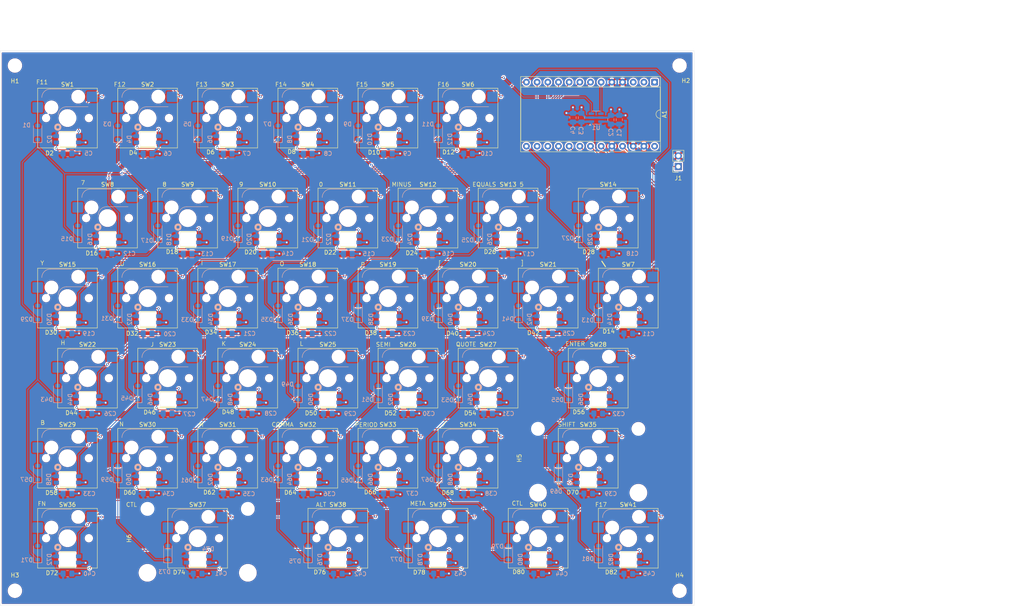
<source format=kicad_pcb>
(kicad_pcb (version 20241229) (generator "pcbnew") (generator_version "9.0")
  (layers (0 "F.Cu" mixed) (2 "B.Cu" mixed) (13 "F.Paste" user) (15 "B.Paste" user) (5 "F.SilkS" user "F.Silkscreen") (7 "B.SilkS" user "B.Silkscreen") (1 "F.Mask" user) (3 "B.Mask" user) (25 "Edge.Cuts" user))
  (net 0 "")
  (net 2 "/COL4")
  (net 3 "/ROW4")
  (net 4 "GND")
  (net 5 "/COL6")
  (net 6 "/COL5")
  (net 7 "/COL2")
  (net 8 "/ROW6")
  (net 9 "/ROW5")
  (net 10 "+3V3")
  (net 11 "/COL1")
  (net 12 "/ROW1")
  (net 13 "/COL3")
  (net 14 "/ROW2")
  (net 15 "+5V")
  (net 16 "/ROW3")
  (net 17 "Net-(D1-A)")
  (net 18 "/R1C1/DOUT")
  (net 19 "/LED_DATA")
  (net 20 "Net-(D3-A)")
  (net 21 "/R2C1/DOUT")
  (net 22 "Net-(D5-A)")
  (net 24 "/R3C1/DOUT")
  (net 25 "Net-(D7-A)")
  (net 26 "/R4C1/DOUT")
  (net 27 "Net-(D9-A)")
  (net 28 "/R5C1/DOUT")
  (net 29 "Net-(D11-A)")
  (net 30 "/R6C1/DOUT")
  (net 31 "Net-(D13-A)")
  (net 32 "Net-(D15-A)")
  (net 33 "/R1C2/DOUT")
  (net 34 "Net-(D17-A)")
  (net 35 "/R2C2/DOUT")
  (net 36 "Net-(D19-A)")
  (net 37 "/R3C2/DOUT")
  (net 38 "Net-(D21-A)")
  (net 39 "/R4C2/DOUT")
  (net 40 "Net-(D23-A)")
  (net 41 "/R5C2/DOUT")
  (net 42 "Net-(D25-A)")
  (net 43 "/R6C2/DOUT")
  (net 44 "Net-(D27-A)")
  (net 45 "Net-(D29-A)")
  (net 46 "/R1C3/DOUT")
  (net 47 "Net-(D31-A)")
  (net 48 "/R2C3/DOUT")
  (net 49 "Net-(D33-A)")
  (net 50 "/R3C3/DOUT")
  (net 51 "Net-(D35-A)")
  (net 52 "/R4C3/DOUT")
  (net 53 "Net-(D37-A)")
  (net 54 "/R5C3/DOUT")
  (net 55 "Net-(D39-A)")
  (net 56 "/R6C3/DOUT")
  (net 57 "Net-(D41-A)")
  (net 58 "Net-(D43-A)")
  (net 59 "/R1C4/DOUT")
  (net 60 "Net-(D45-A)")
  (net 61 "/R2C4/DOUT")
  (net 62 "Net-(D47-A)")
  (net 63 "/R3C4/DOUT")
  (net 64 "Net-(D49-A)")
  (net 65 "/R4C4/DOUT")
  (net 66 "Net-(D51-A)")
  (net 67 "/R5C4/DOUT")
  (net 68 "Net-(D53-A)")
  (net 69 "/R6C4/DOUT")
  (net 70 "Net-(D55-A)")
  (net 71 "Net-(D57-A)")
  (net 72 "/R1C5/DOUT")
  (net 73 "Net-(D59-A)")
  (net 74 "/R2C5/DOUT")
  (net 75 "Net-(D61-A)")
  (net 76 "/R3C5/DOUT")
  (net 77 "Net-(D63-A)")
  (net 78 "/R4C5/DOUT")
  (net 79 "Net-(D65-A)")
  (net 80 "/R5C5/DOUT")
  (net 81 "Net-(D67-A)")
  (net 82 "/R6C5/DOUT")
  (net 83 "Net-(D69-A)")
  (net 84 "/R3C6/DOUT")
  (net 85 "/R4C6/DOUT")
  (net 86 "/R5C6/DOUT")
  (net 88 "/~{RESET}")
  (net 89 "/LED_DATA_3V3")
  (net 91 "/COL0")
  (net 93 "/R1C0/DOUT")
  (net 94 "/R2C0/DOUT")
  (net 95 "/R3C0/DOUT")
  (net 96 "/R4C0/DOUT")
  (net 97 "/R5C0/DOUT")
  (net 98 "/R6C0/DOUT")
  (net 99 "Net-(D71-A)")
  (net 100 "Net-(D73-A)")
  (net 101 "Net-(D75-A)")
  (net 102 "Net-(D77-A)")
  (net 103 "Net-(D79-A)")
  (net 104 "Net-(D81-A)")
  (net 105 "/R2C6/DOUT")
  (net 106 "/R3C7/DOUT")
  (footprint "PCM_Switch_Keyboard_Hotswap_Kailh:SW_Hotswap_Kailh_MX_1.00u" (layer "F.Cu") (at 79.625 44.575)
    (property "Reference" "SW3")
    (property "Value" "SW_SPST")
  )
  (footprint "SW-Adafruit:LED_SK6812MINI-E_REVERSE_MOUNT_3.2x2.8mm_P1.09mm" (layer "F.Cu") (at 98.675 92.475)
    (property "Reference" "D36")
    (property "Value" "SK6812MINI-E")
    (fp_line (start -1.8 -1.6) (end -1.8 1.6) (stroke (width 0.0254)) (layer "Edge.Cuts"))
    (fp_line (start -1.8 -1.6) (end 1.8 -1.6) (stroke (width 0.0254)) (layer "Edge.Cuts"))
    (fp_line (start -1.8 1.6) (end 1.8 1.6) (stroke (width 0.0254)) (layer "Edge.Cuts"))
    (fp_line (start 1.8 1.6) (end 1.8 -1.6) (stroke (width 0.0254)) (layer "Edge.Cuts"))
  )
  (footprint "SW-Adafruit:LED_SK6812MINI-E_REVERSE_MOUNT_3.2x2.8mm_P1.09mm" (layer "F.Cu") (at 127.25 73.425)
    (property "Reference" "D24")
    (property "Value" "SK6812MINI-E")
    (fp_line (start -1.8 -1.6) (end -1.8 1.6) (stroke (width 0.0254)) (layer "Edge.Cuts"))
    (fp_line (start -1.8 -1.6) (end 1.8 -1.6) (stroke (width 0.0254)) (layer "Edge.Cuts"))
    (fp_line (start -1.8 1.6) (end 1.8 1.6) (stroke (width 0.0254)) (layer "Edge.Cuts"))
    (fp_line (start 1.8 1.6) (end 1.8 -1.6) (stroke (width 0.0254)) (layer "Edge.Cuts"))
  )
  (footprint "SW-Adafruit:LED_SK6812MINI-E_REVERSE_MOUNT_3.2x2.8mm_P1.09mm" (layer "F.Cu") (at 122.4875 111.525)
    (property "Reference" "D52")
    (property "Value" "SK6812MINI-E")
    (fp_line (start -1.8 -1.6) (end -1.8 1.6) (stroke (width 0.0254)) (layer "Edge.Cuts"))
    (fp_line (start -1.8 -1.6) (end 1.8 -1.6) (stroke (width 0.0254)) (layer "Edge.Cuts"))
    (fp_line (start -1.8 1.6) (end 1.8 1.6) (stroke (width 0.0254)) (layer "Edge.Cuts"))
    (fp_line (start 1.8 1.6) (end 1.8 -1.6) (stroke (width 0.0254)) (layer "Edge.Cuts"))
  )
  (footprint "PCM_Switch_Keyboard_Hotswap_Kailh:SW_Hotswap_Kailh_MX_1.00u" (layer "F.Cu") (at 70.1 68.375)
    (property "Reference" "SW9")
    (property "Value" "SW_SPST")
  )
  (footprint "PCM_Switch_Keyboard_Hotswap_Kailh:SW_Hotswap_Kailh_MX_1.00u" (layer "F.Cu") (at 174.87495 144.575)
    (property "Reference" "SW41")
    (property "Value" "SW_SPST")
  )
  (footprint "PCM_Switch_Keyboard_Hotswap_Kailh:SW_Hotswap_Kailh_MX_1.00u" (layer "F.Cu") (at 108.2 68.375)
    (property "Reference" "SW11")
    (property "Value" "SW_SPST")
  )
  (footprint "SW-Adafruit:LED_SK6812MINI-E_REVERSE_MOUNT_3.2x2.8mm_P1.09mm" (layer "F.Cu") (at 65.3375 111.525)
    (property "Reference" "D46")
    (property "Value" "SK6812MINI-E")
    (fp_line (start -1.8 -1.6) (end -1.8 1.6) (stroke (width 0.0254)) (layer "Edge.Cuts"))
    (fp_line (start -1.8 -1.6) (end 1.8 -1.6) (stroke (width 0.0254)) (layer "Edge.Cuts"))
    (fp_line (start -1.8 1.6) (end 1.8 1.6) (stroke (width 0.0254)) (layer "Edge.Cuts"))
    (fp_line (start 1.8 1.6) (end 1.8 -1.6) (stroke (width 0.0254)) (layer "Edge.Cuts"))
  )
  (footprint "MountingHole:MountingHole_3.2mm_M3_ISO14580" (layer "F.Cu") (at 29.025 32.075)
    (property "Reference" "H1")
    (property "Value" "M3")
  )
  (footprint "PCM_Switch_Keyboard_Hotswap_Kailh:SW_Hotswap_Kailh_MX_2.00u" (layer "F.Cu") (at 165.35 125.525)
    (property "Reference" "SW35")
    (property "Value" "SW_SPST")
  )
  (footprint "SW-Adafruit:LED_SK6812MINI-E_REVERSE_MOUNT_3.2x2.8mm_P1.09mm" (layer "F.Cu") (at 98.675 49.625)
    (property "Reference" "D8")
    (property "Value" "SK6812MINI-E")
    (fp_line (start -1.8 -1.6) (end -1.8 1.6) (stroke (width 0.0254)) (layer "Edge.Cuts"))
    (fp_line (start -1.8 -1.6) (end 1.8 -1.6) (stroke (width 0.0254)) (layer "Edge.Cuts"))
    (fp_line (start -1.8 1.6) (end 1.8 1.6) (stroke (width 0.0254)) (layer "Edge.Cuts"))
    (fp_line (start 1.8 1.6) (end 1.8 -1.6) (stroke (width 0.0254)) (layer "Edge.Cuts"))
  )
  (footprint "SW-Adafruit:LED_SK6812MINI-E_REVERSE_MOUNT_3.2x2.8mm_P1.09mm" (layer "F.Cu") (at 141.5375 111.525)
    (property "Reference" "D54")
    (property "Value" "SK6812MINI-E")
    (fp_line (start -1.8 -1.6) (end -1.8 1.6) (stroke (width 0.0254)) (layer "Edge.Cuts"))
    (fp_line (start -1.8 -1.6) (end 1.8 -1.6) (stroke (width 0.0254)) (layer "Edge.Cuts"))
    (fp_line (start -1.8 1.6) (end 1.8 1.6) (stroke (width 0.0254)) (layer "Edge.Cuts"))
    (fp_line (start 1.8 1.6) (end 1.8 -1.6) (stroke (width 0.0254)) (layer "Edge.Cuts"))
  )
  (footprint "PCM_Switch_Keyboard_Hotswap_Kailh:SW_Hotswap_Kailh_MX_1.00u" (layer "F.Cu") (at 60.575 87.425)
    (property "Reference" "SW16")
    (property "Value" "SW_SPST")
  )
  (footprint "PCM_Switch_Keyboard_Hotswap_Kailh:SW_Hotswap_Kailh_MX_1.00u" (layer "F.Cu") (at 51.05 68.375)
    (property "Reference" "SW8")
    (property "Value" "SW_SPST")
  )
  (footprint "SW-Adafruit:LED_SK6812MINI-E_REVERSE_MOUNT_3.2x2.8mm_P1.09mm" (layer "F.Cu") (at 108.2 73.425)
    (property "Reference" "D22")
    (property "Value" "SK6812MINI-E")
    (fp_line (start -1.8 -1.6) (end -1.8 1.6) (stroke (width 0.0254)) (layer "Edge.Cuts"))
    (fp_line (start -1.8 -1.6) (end 1.8 -1.6) (stroke (width 0.0254)) (layer "Edge.Cuts"))
    (fp_line (start -1.8 1.6) (end 1.8 1.6) (stroke (width 0.0254)) (layer "Edge.Cuts"))
    (fp_line (start 1.8 1.6) (end 1.8 -1.6) (stroke (width 0.0254)) (layer "Edge.Cuts"))
  )
  (footprint "PCM_Switch_Keyboard_Hotswap_Kailh:SW_Hotswap_Kailh_MX_1.00u" (layer "F.Cu") (at 41.525 44.575)
    (property "Reference" "SW1")
    (property "Value" "SW_SPST")
  )
  (footprint "SW-Adafruit:LED_SK6812MINI-E_REVERSE_MOUNT_3.2x2.8mm_P1.09mm" (layer "F.Cu") (at 117.725 92.475)
    (property "Reference" "D38")
    (property "Value" "SK6812MINI-E")
    (fp_line (start -1.8 -1.6) (end -1.8 1.6) (stroke (width 0.0254)) (layer "Edge.Cuts"))
    (fp_line (start -1.8 -1.6) (end 1.8 -1.6) (stroke (width 0.0254)) (layer "Edge.Cuts"))
    (fp_line (start -1.8 1.6) (end 1.8 1.6) (stroke (width 0.0254)) (layer "Edge.Cuts"))
    (fp_line (start 1.8 1.6) (end 1.8 -1.6) (stroke (width 0.0254)) (layer "Edge.Cuts"))
  )
  (footprint "SW-Adafruit:LED_SK6812MINI-E_REVERSE_MOUNT_3.2x2.8mm_P1.09mm" (layer "F.Cu") (at 51.05 73.425)
    (property "Reference" "D16")
    (property "Value" "SK6812MINI-E")
    (fp_line (start -1.8 -1.6) (end -1.8 1.6) (stroke (width 0.0254)) (layer "Edge.Cuts"))
    (fp_line (start -1.8 -1.6) (end 1.8 -1.6) (stroke (width 0.0254)) (layer "Edge.Cuts"))
    (fp_line (start -1.8 1.6) (end 1.8 1.6) (stroke (width 0.0254)) (layer "Edge.Cuts"))
    (fp_line (start 1.8 1.6) (end 1.8 -1.6) (stroke (width 0.0254)) (layer "Edge.Cuts"))
  )
  (footprint "PCM_Switch_Keyboard_Hotswap_Kailh:SW_Hotswap_Kailh_MX_1.00u" (layer "F.Cu") (at 41.525 125.525)
    (property "Reference" "SW29")
    (property "Value" "SW_SPST")
  )
  (footprint "SW-Adafruit:LED_SK6812MINI-E_REVERSE_MOUNT_3.2x2.8mm_P1.09mm" (layer "F.Cu") (at 98.675 130.575)
    (property "Reference" "D64")
    (property "Value" "SK6812MINI-E")
    (fp_line (start -1.8 -1.6) (end -1.8 1.6) (stroke (width 0.0254)) (layer "Edge.Cuts"))
    (fp_line (start -1.8 -1.6) (end 1.8 -1.6) (stroke (width 0.0254)) (layer "Edge.Cuts"))
    (fp_line (start -1.8 1.6) (end 1.8 1.6) (stroke (width 0.0254)) (layer "Edge.Cuts"))
    (fp_line (start 1.8 1.6) (end 1.8 -1.6) (stroke (width 0.0254)) (layer "Edge.Cuts"))
  )
  (footprint "SW-Adafruit:LED_SK6812MINI-E_REVERSE_MOUNT_3.2x2.8mm_P1.09mm" (layer "F.Cu") (at 136.775 92.475)
    (property "Reference" "D40")
    (property "Value" "SK6812MINI-E")
    (fp_line (start -1.8 -1.6) (end -1.8 1.6) (stroke (width 0.0254)) (layer "Edge.Cuts"))
    (fp_line (start -1.8 -1.6) (end 1.8 -1.6) (stroke (width 0.0254)) (layer "Edge.Cuts"))
    (fp_line (start -1.8 1.6) (end 1.8 1.6) (stroke (width 0.0254)) (layer "Edge.Cuts"))
    (fp_line (start 1.8 1.6) (end 1.8 -1.6) (stroke (width 0.0254)) (layer "Edge.Cuts"))
  )
  (footprint "PCM_Switch_Keyboard_Hotswap_Kailh:SW_Hotswap_Kailh_MX_1.00u" (layer "F.Cu") (at 89.15 68.375)
    (property "Reference" "SW10")
    (property "Value" "SW_SPST")
  )
  (footprint "SW-Adafruit:KB2024_Socketed" (layer "F.Cu") (at 181.14 36.03 -90)
    (property "Reference" "A1")
    (property "Value" "KB2040")
  )
  (footprint "SW-Adafruit:LED_SK6812MINI-E_REVERSE_MOUNT_3.2x2.8mm_P1.09mm" (layer "F.Cu") (at 89.15 73.425)
    (property "Reference" "D20")
    (property "Value" "SK6812MINI-E")
    (fp_line (start -1.8 -1.6) (end -1.8 1.6) (stroke (width 0.0254)) (layer "Edge.Cuts"))
    (fp_line (start -1.8 -1.6) (end 1.8 -1.6) (stroke (width 0.0254)) (layer "Edge.Cuts"))
    (fp_line (start -1.8 1.6) (end 1.8 1.6) (stroke (width 0.0254)) (layer "Edge.Cuts"))
    (fp_line (start 1.8 1.6) (end 1.8 -1.6) (stroke (width 0.0254)) (layer "Edge.Cuts"))
  )
  (footprint "PCM_Switch_Keyboard_Hotswap_Kailh:SW_Hotswap_Kailh_MX_1.00u" (layer "F.Cu") (at 117.725 87.425)
    (property "Reference" "SW19")
    (property "Value" "SW_SPST")
  )
  (footprint "PCM_Switch_Keyboard_Hotswap_Kailh:SW_Hotswap_Kailh_MX_1.00u" (layer "F.Cu") (at 146.3 68.375)
    (property "Reference" "SW13")
    (property "Value" "SW_SPST")
  )
  (footprint "SW-Adafruit:LED_SK6812MINI-E_REVERSE_MOUNT_3.2x2.8mm_P1.09mm" (layer "F.Cu") (at 79.625 130.575)
    (property "Reference" "D62")
    (property "Value" "SK6812MINI-E")
    (fp_line (start -1.8 -1.6) (end -1.8 1.6) (stroke (width 0.0254)) (layer "Edge.Cuts"))
    (fp_line (start -1.8 -1.6) (end 1.8 -1.6) (stroke (width 0.0254)) (layer "Edge.Cuts"))
    (fp_line (start -1.8 1.6) (end 1.8 1.6) (stroke (width 0.0254)) (layer "Edge.Cuts"))
    (fp_line (start 1.8 1.6) (end 1.8 -1.6) (stroke (width 0.0254)) (layer "Edge.Cuts"))
  )
  (footprint "MountingHole:MountingHole_3.2mm_M3_ISO14580" (layer "F.Cu") (at 187.075 157.075)
    (property "Reference" "H4")
    (property "Value" "M3")
  )
  (footprint "SW-Adafruit:LED_SK6812MINI-E_REVERSE_MOUNT_3.2x2.8mm_P1.09mm" (layer "F.Cu") (at 79.625 49.625)
    (property "Reference" "D6")
    (property "Value" "SK6812MINI-E")
    (fp_line (start -1.8 -1.6) (end -1.8 1.6) (stroke (width 0.0254)) (layer "Edge.Cuts"))
    (fp_line (start -1.8 -1.6) (end 1.8 -1.6) (stroke (width 0.0254)) (layer "Edge.Cuts"))
    (fp_line (start -1.8 1.6) (end 1.8 1.6) (stroke (width 0.0254)) (layer "Edge.Cuts"))
    (fp_line (start 1.8 1.6) (end 1.8 -1.6) (stroke (width 0.0254)) (layer "Edge.Cuts"))
  )
  (footprint "PCM_Switch_Keyboard_Hotswap_Kailh:SW_Hotswap_Kailh_MX_1.50u" (layer "F.Cu") (at 170.1125 68.375)
    (property "Reference" "SW14")
    (property "Value" "SW_SPST")
  )
  (footprint "SW-Adafruit:LED_SK6812MINI-E_REVERSE_MOUNT_3.2x2.8mm_P1.09mm" (layer "F.Cu") (at 103.4375 111.525)
    (property "Reference" "D50")
    (property "Value" "SK6812MINI-E")
    (fp_line (start -1.8 -1.6) (end -1.8 1.6) (stroke (width 0.0254)) (layer "Edge.Cuts"))
    (fp_line (start -1.8 -1.6) (end 1.8 -1.6) (stroke (width 0.0254)) (layer "Edge.Cuts"))
    (fp_line (start -1.8 1.6) (end 1.8 1.6) (stroke (width 0.0254)) (layer "Edge.Cuts"))
    (fp_line (start 1.8 1.6) (end 1.8 -1.6) (stroke (width 0.0254)) (layer "Edge.Cuts"))
  )
  (footprint "PCM_Switch_Keyboard_Hotswap_Kailh:SW_Hotswap_Kailh_MX_1.00u" (layer "F.Cu") (at 46.2875 106.475)
    (property "Reference" "SW22")
    (property "Value" "SW_SPST")
  )
  (footprint "PCM_Mounting_Keyboard_Stabilizer:Stabilizer_Cherry_MX_2.00u" (layer "F.Cu") (at 72.48125 144.575)
    (property "Reference" "H6")
    (property "Value" "2U Stabilizer")
  )
  (footprint "SW-Adafruit:LED_SK6812MINI-E_REVERSE_MOUNT_3.2x2.8mm_P1.09mm" (layer "F.Cu") (at 41.525 130.575)
    (property "Reference" "D58")
    (property "Value" "SK6812MINI-E")
    (fp_line (start -1.8 -1.6) (end -1.8 1.6) (stroke (width 0.0254)) (layer "Edge.Cuts"))
    (fp_line (start -1.8 -1.6) (end 1.8 -1.6) (stroke (width 0.0254)) (layer "Edge.Cuts"))
    (fp_line (start -1.8 1.6) (end 1.8 1.6) (stroke (width 0.0254)) (layer "Edge.Cuts"))
    (fp_line (start 1.8 1.6) (end 1.8 -1.6) (stroke (width 0.0254)) (layer "Edge.Cuts"))
  )
  (footprint "SW-Adafruit:LED_SK6812MINI-E_REVERSE_MOUNT_3.2x2.8mm_P1.09mm" (layer "F.Cu") (at 41.525 149.625)
    (property "Reference" "D72")
    (property "Value" "SK6812MINI-E")
    (fp_line (start -1.8 -1.6) (end -1.8 1.6) (stroke (width 0.0254)) (layer "Edge.Cuts"))
    (fp_line (start -1.8 -1.6) (end 1.8 -1.6) (stroke (width 0.0254)) (layer "Edge.Cuts"))
    (fp_line (start -1.8 1.6) (end 1.8 1.6) (stroke (width 0.0254)) (layer "Edge.Cuts"))
    (fp_line (start 1.8 1.6) (end 1.8 -1.6) (stroke (width 0.0254)) (layer "Edge.Cuts"))
  )
  (footprint "MountingHole:MountingHole_3.2mm_M3_ISO14580" (layer "F.Cu") (at 187.075 32.075)
    (property "Reference" "H2")
    (property "Value" "M3")
  )
  (footprint "PCM_Switch_Keyboard_Hotswap_Kailh:SW_Hotswap_Kailh_MX_1.00u" (layer "F.Cu") (at 98.675 44.575)
    (property "Reference" "SW4")
    (property "Value" "SW_SPST")
  )
  (footprint "SW-Adafruit:LED_SK6812MINI-E_REVERSE_MOUNT_3.2x2.8mm_P1.09mm" (layer "F.Cu") (at 105.8187 149.625)
    (property "Reference" "D76")
    (property "Value" "SK6812MINI-E")
    (fp_line (start -1.8 -1.6) (end -1.8 1.6) (stroke (width 0.0254)) (layer "Edge.Cuts"))
    (fp_line (start -1.8 -1.6) (end 1.8 -1.6) (stroke (width 0.0254)) (layer "Edge.Cuts"))
    (fp_line (start -1.8 1.6) (end 1.8 1.6) (stroke (width 0.0254)) (layer "Edge.Cuts"))
    (fp_line (start 1.8 1.6) (end 1.8 -1.6) (stroke (width 0.0254)) (layer "Edge.Cuts"))
  )
  (footprint "SW-Adafruit:LED_SK6812MINI-E_REVERSE_MOUNT_3.2x2.8mm_P1.09mm" (layer "F.Cu") (at 117.725 49.625)
    (property "Reference" "D10")
    (property "Value" "SK6812MINI-E")
    (fp_line (start -1.8 -1.6) (end -1.8 1.6) (stroke (width 0.0254)) (layer "Edge.Cuts"))
    (fp_line (start -1.8 -1.6) (end 1.8 -1.6) (stroke (width 0.0254)) (layer "Edge.Cuts"))
    (fp_line (start -1.8 1.6) (end 1.8 1.6) (stroke (width 0.0254)) (layer "Edge.Cuts"))
    (fp_line (start 1.8 1.6) (end 1.8 -1.6) (stroke (width 0.0254)) (layer "Edge.Cuts"))
  )
  (footprint "SW-Adafruit:LED_SK6812MINI-E_REVERSE_MOUNT_3.2x2.8mm_P1.09mm" (layer "F.Cu") (at 117.725 130.575)
    (property "Reference" "D66")
    (property "Value" "SK6812MINI-E")
    (fp_line (start -1.8 -1.6) (end -1.8 1.6) (stroke (width 0.0254)) (layer "Edge.Cuts"))
    (fp_line (start -1.8 -1.6) (end 1.8 -1.6) (stroke (width 0.0254)) (layer "Edge.Cuts"))
    (fp_line (start -1.8 1.6) (end 1.8 1.6) (stroke (width 0.0254)) (layer "Edge.Cuts"))
    (fp_line (start 1.8 1.6) (end 1.8 -1.6) (stroke (width 0.0254)) (layer "Edge.Cuts"))
  )
  (footprint "PCM_Switch_Keyboard_Hotswap_Kailh:SW_Hotswap_Kailh_MX_1.25u" (layer "F.Cu") (at 105.8187 144.575)
    (property "Reference" "SW38")
    (property "Value" "SW_SPST")
  )
  (footprint "Connector_PinSocket_2.54mm:PinSocket_1x02_P2.54mm_Vertical" (layer "F.Cu") (at 186.775 56.115 180)
    (property "Reference" "J1")
    (property "Value" "Conn_01x02")
  )
  (footprint "PCM_Mounting_Keyboard_Stabilizer:Stabilizer_Cherry_MX_2.00u" (layer "F.Cu") (at 165.35 125.525)
    (property "Reference" "H5")
    (property "Value" "2U Stabilizer")
  )
  (footprint "PCM_Switch_Keyboard_Hotswap_Kailh:SW_Hotswap_Kailh_MX_1.75u" (layer "F.Cu") (at 167.73125 106.475)
    (property "Reference" "SW28")
    (property "Value" "SW_SPST")
  )
  (footprint "SW-Adafruit:LED_SK6812MINI-E_REVERSE_MOUNT_3.2x2.8mm_P1.09mm" (layer "F.Cu") (at 153.4437 149.625)
    (property "Reference" "D80")
    (property "Value" "SK6812MINI-E")
    (fp_line (start -1.8 -1.6) (end -1.8 1.6) (stroke (width 0.0254)) (layer "Edge.Cuts"))
    (fp_line (start -1.8 -1.6) (end 1.8 -1.6) (stroke (width 0.0254)) (layer "Edge.Cuts"))
    (fp_line (start -1.8 1.6) (end 1.8 1.6) (stroke (width 0.0254)) (layer "Edge.Cuts"))
    (fp_line (start 1.8 1.6) (end 1.8 -1.6) (stroke (width 0.0254)) (layer "Edge.Cuts"))
  )
  (footprint "PCM_Switch_Keyboard_Hotswap_Kailh:SW_Hotswap_Kailh_MX_1.00u" (layer "F.Cu") (at 98.675 125.525)
    (property "Reference" "SW32")
    (property "Value" "SW_SPST")
  )
  (footprint "SW-Adafruit:LED_SK6812MINI-E_REVERSE_MOUNT_3.2x2.8mm_P1.09mm" (layer "F.Cu") (at 136.775 130.575)
    (property "Reference" "D68")
    (property "Value" "SK6812MINI-E")
    (fp_line (start -1.8 -1.6) (end -1.8 1.6) (stroke (width 0.0254)) (layer "Edge.Cuts"))
    (fp_line (start -1.8 -1.6) (end 1.8 -1.6) (stroke (width 0.0254)) (layer "Edge.Cuts"))
    (fp_line (start -1.8 1.6) (end 1.8 1.6) (stroke (width 0.0254)) (layer "Edge.Cuts"))
    (fp_line (start 1.8 1.6) (end 1.8 -1.6) (stroke (width 0.0254)) (layer "Edge.Cuts"))
  )
  (footprint "PCM_Switch_Keyboard_Hotswap_Kailh:SW_Hotswap_Kailh_MX_1.00u" (layer "F.Cu") (at 174.875 87.425)
    (property "Reference" "SW7")
    (property "Value" "SW_SPST")
  )
  (footprint "PCM_Switch_Keyboard_Hotswap_Kailh:SW_Hotswap_Kailh_MX_1.00u" (layer "F.Cu") (at 127.25 68.375)
    (property "Reference" "SW12")
    (property "Value" "SW_SPST")
  )
  (footprint "SW-Adafruit:LED_SK6812MINI-E_REVERSE_MOUNT_3.2x2.8mm_P1.09mm" (layer "F.Cu") (at 174.875 92.475)
    (property "Reference" "D14")
    (property "Value" "SK6812MINI-E")
    (fp_line (start -1.8 -1.6) (end -1.8 1.6) (stroke (width 0.0254)) (layer "Edge.Cuts"))
    (fp_line (start -1.8 -1.6) (end 1.8 -1.6) (stroke (width 0.0254)) (layer "Edge.Cuts"))
    (fp_line (start -1.8 1.6) (end 1.8 1.6) (stroke (width 0.0254)) (layer "Edge.Cuts"))
    (fp_line (start 1.8 1.6) (end 1.8 -1.6) (stroke (width 0.0254)) (layer "Edge.Cuts"))
  )
  (footprint "PCM_Switch_Keyboard_Hotswap_Kailh:SW_Hotswap_Kailh_MX_1.00u" (layer "F.Cu") (at 141.5375 106.475)
    (property "Reference" "SW27")
    (property "Value" "SW_SPST")
  )
  (footprint "SW-Adafruit:LED_SK6812MINI-E_REVERSE_MOUNT_3.2x2.8mm_P1.09mm" (layer "F.Cu") (at 46.2875 111.525)
    (property "Reference" "D44")
    (property "Value" "SK6812MINI-E")
    (fp_line (start -1.8 -1.6) (end -1.8 1.6) (stroke (width 0.0254)) (layer "Edge.Cuts"))
    (fp_line (start -1.8 -1.6) (end 1.8 -1.6) (stroke (width 0.0254)) (layer "Edge.Cuts"))
    (fp_line (start -1.8 1.6) (end 1.8 1.6) (stroke (width 0.0254)) (layer "Edge.Cuts"))
    (fp_line (start 1.8 1.6) (end 1.8 -1.6) (stroke (width 0.0254)) (layer "Edge.Cuts"))
  )
  (footprint "PCM_Switch_Keyboard_Hotswap_Kailh:SW_Hotswap_Kailh_MX_1.00u" (layer "F.Cu") (at 155.825 87.425)
    (property "Reference" "SW21")
    (property "Value" "SW_SPST")
  )
  (footprint "SW-Adafruit:LED_SK6812MINI-E_REVERSE_MOUNT_3.2x2.8mm_P1.09mm" (layer "F.Cu") (at 72.48125 149.625)
    (property "Reference" "D74")
    (property "Value" "SK6812MINI-E")
    (fp_line (start -1.8 -1.6) (end -1.8 1.6) (stroke (width 0.0254)) (layer "Edge.Cuts"))
    (fp_line (start -1.8 -1.6) (end 1.8 -1.6) (stroke (width 0.0254)) (layer "Edge.Cuts"))
    (fp_line (start -1.8 1.6) (end 1.8 1.6) (stroke (width 0.0254)) (layer "Edge.Cuts"))
    (fp_line (start 1.8 1.6) (end 1.8 -1.6) (stroke (width 0.0254)) (layer "Edge.Cuts"))
  )
  (footprint "PCM_Switch_Keyboard_Hotswap_Kailh:SW_Hotswap_Kailh_MX_1.00u" (layer "F.Cu") (at 117.725 44.575)
    (property "Reference" "SW5")
    (property "Value" "SW_SPST")
  )
  (footprint "SW-Adafruit:LED_SK6812MINI-E_REVERSE_MOUNT_3.2x2.8mm_P1.09mm" (layer "F.Cu") (at 146.3 73.425)
    (property "Reference" "D26")
    (property "Value" "SK6812MINI-E")
    (fp_line (start -1.8 -1.6) (end -1.8 1.6) (stroke (width 0.0254)) (layer "Edge.Cuts"))
    (fp_line (start -1.8 -1.6) (end 1.8 -1.6) (stroke (width 0.0254)) (layer "Edge.Cuts"))
    (fp_line (start -1.8 1.6) (end 1.8 1.6) (stroke (width 0.0254)) (layer "Edge.Cuts"))
    (fp_line (start 1.8 1.6) (end 1.8 -1.6) (stroke (width 0.0254)) (layer "Edge.Cuts"))
  )
  (footprint "PCM_Switch_Keyboard_Hotswap_Kailh:SW_Hotswap_Kailh_MX_1.00u" (layer "F.Cu") (at 41.525 144.575)
    (property "Reference" "SW36")
    (property "Value" "SW_SPST")
  )
  (footprint "PCM_Switch_Keyboard_Hotswap_Kailh:SW_Hotswap_Kailh_MX_2.25u" (layer "F.Cu") (at 72.48125 144.575)
    (property "Reference" "SW37")
    (property "Value" "SW_SPST")
  )
  (footprint "SW-Adafruit:LED_SK6812MINI-E_REVERSE_MOUNT_3.2x2.8mm_P1.09mm" (layer "F.Cu") (at 60.575 92.475)
    (property "Reference" "D32")
    (property "Value" "SK6812MINI-E")
    (fp_line (start -1.8 -1.6) (end -1.8 1.6) (stroke (width 0.0254)) (layer "Edge.Cuts"))
    (fp_line (start -1.8 -1.6) (end 1.8 -1.6) (stroke (width 0.0254)) (layer "Edge.Cuts"))
    (fp_line (start -1.8 1.6) (end 1.8 1.6) (stroke (width 0.0254)) (layer "Edge.Cuts"))
    (fp_line (start 1.8 1.6) (end 1.8 -1.6) (stroke (width 0.0254)) (layer "Edge.Cuts"))
  )
  (footprint "PCM_Switch_Keyboard_Hotswap_Kailh:SW_Hotswap_Kailh_MX_1.00u" (layer "F.Cu") (at 103.4375 106.475)
    (property "Reference" "SW25")
    (property "Value" "SW_SPST")
  )
  (footprint "SW-Adafruit:LED_SK6812MINI-E_REVERSE_MOUNT_3.2x2.8mm_P1.09mm" (layer "F.Cu") (at 174.87495 149.625)
    (property "Reference" "D82")
    (property "Value" "SK6812MINI-E")
    (fp_line (start -1.8 -1.6) (end -1.8 1.6) (stroke (width 0.0254)) (layer "Edge.Cuts"))
    (fp_line (start -1.8 -1.6) (end 1.8 -1.6) (stroke (width 0.0254)) (layer "Edge.Cuts"))
    (fp_line (start -1.8 1.6) (end 1.8 1.6) (stroke (width 0.0254)) (layer "Edge.Cuts"))
    (fp_line (start 1.8 1.6) (end 1.8 -1.6) (stroke (width 0.0254)) (layer "Edge.Cuts"))
  )
  (footprint "PCM_Switch_Keyboard_Hotswap_Kailh:SW_Hotswap_Kailh_MX_1.25u" (layer "F.Cu") (at 129.6312 144.575)
    (property "Reference" "SW39")
    (property "Value" "SW_SPST")
  )
  (footprint "PCM_Switch_Keyboard_Hotswap_Kailh:SW_Hotswap_Kailh_MX_1.00u" (layer "F.Cu") (at 65.3375 106.475)
    (property "Reference" "SW23")
    (property "Value" "SW_SPST")
  )
  (footprint "PCM_Switch_Keyboard_Hotswap_Kailh:SW_Hotswap_Kailh_MX_1.00u" (layer "F.Cu") (at 60.575 125.525)
    (property "Reference" "SW30")
    (property "Value" "SW_SPST")
  )
  (footprint "SW-Adafruit:LED_SK6812MINI-E_REVERSE_MOUNT_3.2x2.8mm_P1.09mm" (layer "F.Cu") (at 70.1 73.425)
    (property "Reference" "D18")
    (property "Value" "SK6812MINI-E")
    (fp_line (start -1.8 -1.6) (end -1.8 1.6) (stroke (width 0.0254)) (layer "Edge.Cuts"))
    (fp_line (start -1.8 -1.6) (end 1.8 -1.6) (stroke (width 0.0254)) (layer "Edge.Cuts"))
    (fp_line (start -1.8 1.6) (end 1.8 1.6) (stroke (width 0.0254)) (layer "Edge.Cuts"))
    (fp_line (start 1.8 1.6) (end 1.8 -1.6) (stroke (width 0.0254)) (layer "Edge.Cuts"))
  )
  (footprint "SW-Adafruit:LED_SK6812MINI-E_REVERSE_MOUNT_3.2x2.8mm_P1.09mm" (layer "F.Cu") (at 60.575 49.625)
    (property "Reference" "D4")
    (property "Value" "SK6812MINI-E")
    (fp_line (start -1.8 -1.6) (end -1.8 1.6) (stroke (width 0.0254)) (layer "Edge.Cuts"))
    (fp_line (start -1.8 -1.6) (end 1.8 -1.6) (stroke (width 0.0254)) (layer "Edge.Cuts"))
    (fp_line (start -1.8 1.6) (end 1.8 1.6) (stroke (width 0.0254)) (layer "Edge.Cuts"))
    (fp_line (start 1.8 1.6) (end 1.8 -1.6) (stroke (width 0.0254)) (layer "Edge.Cuts"))
  )
  (footprint "PCM_Switch_Keyboard_Hotswap_Kailh:SW_Hotswap_Kailh_MX_1.00u" (layer "F.Cu") (at 122.4875 106.475)
    (property "Reference" "SW26")
    (property "Value" "SW_SPST")
  )
  (footprint "MountingHole:MountingHole_3.2mm_M3_ISO14580" (layer "F.Cu") (at 29.025 157.075)
    (property "Reference" "H3")
    (property "Value" "M3")
  )
  (footprint "SW-Adafruit:LED_SK6812MINI-E_REVERSE_MOUNT_3.2x2.8mm_P1.09mm" (layer "F.Cu") (at 79.625 92.475)
    (property "Reference" "D34")
    (property "Value" "SK6812MINI-E")
    (fp_line (start -1.8 -1.6) (end -1.8 1.6) (stroke (width 0.0254)) (layer "Edge.Cuts"))
    (fp_line (start -1.8 -1.6) (end 1.8 -1.6) (stroke (width 0.0254)) (layer "Edge.Cuts"))
    (fp_line (start -1.8 1.6) (end 1.8 1.6) (stroke (width 0.0254)) (layer "Edge.Cuts"))
    (fp_line (start 1.8 1.6) (end 1.8 -1.6) (stroke (width 0.0254)) (layer "Edge.Cuts"))
  )
  (footprint "PCM_Switch_Keyboard_Hotswap_Kailh:SW_Hotswap_Kailh_MX_1.00u" (layer "F.Cu") (at 41.525 87.425)
    (property "Reference" "SW15")
    (property "Value" "SW_SPST")
  )
  (footprint "SW-Adafruit:LED_SK6812MINI-E_REVERSE_MOUNT_3.2x2.8mm_P1.09mm" (layer "F.Cu") (at 84.3875 111.525)
    (property "Reference" "D48")
    (property "Value" "SK6812MINI-E")
    (fp_line (start -1.8 -1.6) (end -1.8 1.6) (stroke (width 0.0254)) (layer "Edge.Cuts"))
    (fp_line (start -1.8 -1.6) (end 1.8 -1.6) (stroke (width 0.0254)) (layer "Edge.Cuts"))
    (fp_line (start -1.8 1.6) (end 1.8 1.6) (stroke (width 0.0254)) (layer "Edge.Cuts"))
    (fp_line (start 1.8 1.6) (end 1.8 -1.6) (stroke (width 0.0254)) (layer "Edge.Cuts"))
  )
  (footprint "PCM_Switch_Keyboard_Hotswap_Kailh:SW_Hotswap_Kailh_MX_1.00u" (layer "F.Cu") (at 79.625 87.425)
    (property "Reference" "SW17")
    (property "Value" "SW_SPST")
  )
  (footprint "PCM_Switch_Keyboard_Hotswap_Kailh:SW_Hotswap_Kailh_MX_1.00u" (layer "F.Cu") (at 136.775 125.525)
    (property "Reference" "SW34")
    (property "Value" "SW_SPST")
  )
  (footprint "SW-Adafruit:LED_SK6812MINI-E_REVERSE_MOUNT_3.2x2.8mm_P1.09mm" (layer "F.Cu") (at 167.73125 111.525)
    (property "Reference" "D56")
    (property "Value" "SK6812MINI-E")
    (fp_line (start -1.8 -1.6) (end -1.8 1.6) (stroke (width 0.0254)) (layer "Edge.Cuts"))
    (fp_line (start -1.8 -1.6) (end 1.8 -1.6) (stroke (width 0.0254)) (layer "Edge.Cuts"))
    (fp_line (start -1.8 1.6) (end 1.8 1.6) (stroke (width 0.0254)) (layer "Edge.Cuts"))
    (fp_line (start 1.8 1.6) (end 1.8 -1.6) (stroke (width 0.0254)) (layer "Edge.Cuts"))
  )
  (footprint "PCM_Switch_Keyboard_Hotswap_Kailh:SW_Hotswap_Kailh_MX_1.00u" (layer "F.Cu") (at 60.575 44.575)
    (property "Reference" "SW2")
    (property "Value" "SW_SPST")
  )
  (footprint "PCM_Switch_Keyboard_Hotswap_Kailh:SW_Hotswap_Kailh_MX_1.00u" (layer "F.Cu") (at 117.725 125.525)
    (property "Reference" "SW33")
    (property "Value" "SW_SPST")
  )
  (footprint "PCM_Switch_Keyboard_Hotswap_Kailh:SW_Hotswap_Kailh_MX_1.00u" (layer "F.Cu") (at 79.625 125.525)
    (property "Reference" "SW31")
    (property "Value" "SW_SPST")
  )
  (footprint "PCM_Switch_Keyboard_Hotswap_Kailh:SW_Hotswap_Kailh_MX_1.00u" (layer "F.Cu") (at 84.3875 106.475)
    (property "Reference" "SW24")
    (property "Value" "SW_SPST")
  )
  (footprint "SW-Adafruit:LED_SK6812MINI-E_REVERSE_MOUNT_3.2x2.8mm_P1.09mm" (layer "F.Cu") (at 155.825 92.475)
    (property "Reference" "D42")
    (property "Value" "SK6812MINI-E")
    (fp_line (start -1.8 -1.6) (end -1.8 1.6) (stroke (width 0.0254)) (layer "Edge.Cuts"))
    (fp_line (start -1.8 -1.6) (end 1.8 -1.6) (stroke (width 0.0254)) (layer "Edge.Cuts"))
    (fp_line (start -1.8 1.6) (end 1.8 1.6) (stroke (width 0.0254)) (layer "Edge.Cuts"))
    (fp_line (start 1.8 1.6) (end 1.8 -1.6) (stroke (width 0.0254)) (layer "Edge.Cuts"))
  )
  (footprint "SW-Adafruit:LED_SK6812MINI-E_REVERSE_MOUNT_3.2x2.8mm_P1.09mm" (layer "F.Cu") (at 170.1125 73.425)
    (property "Reference" "D28")
    (property "Value" "SK6812MINI-E")
    (fp_line (start -1.8 -1.6) (end -1.8 1.6) (stroke (width 0.0254)) (layer "Edge.Cuts"))
    (fp_line (start -1.8 -1.6) (end 1.8 -1.6) (stroke (width 0.0254)) (layer "Edge.Cuts"))
    (fp_line (start -1.8 1.6) (end 1.8 1.6) (stroke (width 0.0254)) (layer "Edge.Cuts"))
    (fp_line (start 1.8 1.6) (end 1.8 -1.6) (stroke (width 0.0254)) (layer "Edge.Cuts"))
  )
  (footprint "SW-Adafruit:LED_SK6812MINI-E_REVERSE_MOUNT_3.2x2.8mm_P1.09mm" (layer "F.Cu") (at 165.35 130.575)
    (property "Reference" "D70")
    (property "Value" "SK6812MINI-E")
    (fp_line (start -1.8 -1.6) (end -1.8 1.6) (stroke (width 0.0254)) (layer "Edge.Cuts"))
    (fp_line (start -1.8 -1.6) (end 1.8 -1.6) (stroke (width 0.0254)) (layer "Edge.Cuts"))
    (fp_line (start -1.8 1.6) (end 1.8 1.6) (stroke (width 0.0254)) (layer "Edge.Cuts"))
    (fp_line (start 1.8 1.6) (end 1.8 -1.6) (stroke (width 0.0254)) (layer "Edge.Cuts"))
  )
  (footprint "PCM_Switch_Keyboard_Hotswap_Kailh:SW_Hotswap_Kailh_MX_1.25u" (layer "F.Cu") (at 153.4437 144.575)
    (property "Reference" "SW40")
    (property "Value" "SW_SPST")
  )
  (footprint "SW-Adafruit:LED_SK6812MINI-E_REVERSE_MOUNT_3.2x2.8mm_P1.09mm" (layer "F.Cu") (at 129.6312 149.625)
    (property "Reference" "D78")
    (property "Value" "SK6812MINI-E")
    (fp_line (start -1.8 -1.6) (end -1.8 1.6) (stroke (width 0.0254)) (layer "Edge.Cuts"))
    (fp_line (start -1.8 -1.6) (end 1.8 -1.6) (stroke (width 0.0254)) (layer "Edge.Cuts"))
    (fp_line (start -1.8 1.6) (end 1.8 1.6) (stroke (width 0.0254)) (layer "Edge.Cuts"))
    (fp_line (start 1.8 1.6) (end 1.8 -1.6) (stroke (width 0.0254)) (layer "Edge.Cuts"))
  )
  (footprint "SW-Adafruit:LED_SK6812MINI-E_REVERSE_MOUNT_3.2x2.8mm_P1.09mm" (layer "F.Cu") (at 136.775 49.625)
    (property "Reference" "D12")
    (property "Value" "SK6812MINI-E")
    (fp_line (start -1.8 -1.6) (end -1.8 1.6) (stroke (width 0.0254)) (layer "Edge.Cuts"))
    (fp_line (start -1.8 -1.6) (end 1.8 -1.6) (stroke (width 0.0254)) (layer "Edge.Cuts"))
    (fp_line (start -1.8 1.6) (end 1.8 1.6) (stroke (width 0.0254)) (layer "Edge.Cuts"))
    (fp_line (start 1.8 1.6) (end 1.8 -1.6) (stroke (width 0.0254)) (layer "Edge.Cuts"))
  )
  (footprint "SW-Adafruit:LED_SK6812MINI-E_REVERSE_MOUNT_3.2x2.8mm_P1.09mm" (layer "F.Cu") (at 41.525 92.475)
    (property "Reference" "D30")
    (property "Value" "SK6812MINI-E")
    (fp_line (start -1.8 -1.6) (end -1.8 1.6) (stroke (width 0.0254)) (layer "Edge.Cuts"))
    (fp_line (start -1.8 -1.6) (end 1.8 -1.6) (stroke (width 0.0254)) (layer "Edge.Cuts"))
    (fp_line (start -1.8 1.6) (end 1.8 1.6) (stroke (width 0.0254)) (layer "Edge.Cuts"))
    (fp_line (start 1.8 1.6) (end 1.8 -1.6) (stroke (width 0.0254)) (layer "Edge.Cuts"))
  )
  (footprint "SW-Adafruit:LED_SK6812MINI-E_REVERSE_MOUNT_3.2x2.8mm_P1.09mm" (layer "F.Cu") (at 41.525 49.625)
    (property "Reference" "D2")
    (property "Value" "SK6812MINI-E")
    (fp_line (start -1.8 -1.6) (end -1.8 1.6) (stroke (width 0.0254)) (layer "Edge.Cuts"))
    (fp_line (start -1.8 -1.6) (end 1.8 -1.6) (stroke (width 0.0254)) (layer "Edge.Cuts"))
    (fp_line (start -1.8 1.6) (end 1.8 1.6) (stroke (width 0.0254)) (layer "Edge.Cuts"))
    (fp_line (start 1.8 1.6) (end 1.8 -1.6) (stroke (width 0.0254)) (layer "Edge.Cuts"))
  )
  (footprint "SW-Adafruit:LED_SK6812MINI-E_REVERSE_MOUNT_3.2x2.8mm_P1.09mm" (layer "F.Cu") (at 60.575 130.575)
    (property "Reference" "D60")
    (property "Value" "SK6812MINI-E")
    (fp_line (start -1.8 -1.6) (end -1.8 1.6) (stroke (width 0.0254)) (layer "Edge.Cuts"))
    (fp_line (start -1.8 -1.6) (end 1.8 -1.6) (stroke (width 0.0254)) (layer "Edge.Cuts"))
    (fp_line (start -1.8 1.6) (end 1.8 1.6) (stroke (width 0.0254)) (layer "Edge.Cuts"))
    (fp_line (start 1.8 1.6) (end 1.8 -1.6) (stroke (width 0.0254)) (layer "Edge.Cuts"))
  )
  (footprint "PCM_Switch_Keyboard_Hotswap_Kailh:SW_Hotswap_Kailh_MX_1.00u" (layer "F.Cu") (at 136.775 44.575)
    (property "Reference" "SW6")
    (property "Value" "SW_SPST")
  )
  (footprint "PCM_Switch_Keyboard_Hotswap_Kailh:SW_Hotswap_Kailh_MX_1.00u" (layer "F.Cu") (at 98.675 87.425)
    (property "Reference" "SW18")
    (property "Value" "SW_SPST")
  )
  (footprint "PCM_Switch_Keyboard_Hotswap_Kailh:SW_Hotswap_Kailh_MX_1.00u" (layer "F.Cu") (at 136.775 87.425)
    (property "Reference" "SW20")
    (property "Value" "SW_SPST")
  )
  (footprint "Diode_SMD:D_SOD-123" (layer "B.Cu") (at 134.4525 109.935 90)
    (property "Reference" "D53")
    (property "Value" "1N4148W")
  )
  (footprint "Diode_SMD:D_SOD-123" (layer "B.Cu") (at 39.2025 109.935 90)
    (property "Reference" "D43")
    (property "Value" "1N4148W")
  )
  (footprint "Diode_SMD:D_SOD-123" (layer "B.Cu") (at 110.64 128.985 90)
    (property "Reference" "D65")
    (property "Value" "1N4148W")
  )
  (footprint "Diode_SMD:D_SOD-123" (layer "B.Cu") (at 129.69 128.985 90)
    (property "Reference" "D67")
    (property "Value" "1N4148W")
  )
  (footprint "Diode_SMD:D_SOD-123" (layer "B.Cu") (at 110.64 48.035 90)
    (property "Reference" "D9")
    (property "Value" "1N4148W")
  )
  (footprint "Capacitor_SMD:C_0805_2012Metric_Pad1.18x1.45mm_HandSolder" (layer "B.Cu") (at 117.725 133.95)
    (property "Reference" "C37")
    (property "Value" "100nF")
  )
  (footprint "Capacitor_SMD:C_0805_2012Metric_Pad1.18x1.45mm_HandSolder" (layer "B.Cu") (at 98.675 53.05)
    (property "Reference" "C8")
    (property "Value" "100nF")
  )
  (footprint "Diode_SMD:D_SOD-123" (layer "B.Cu") (at 72.54 128.985 90)
    (property "Reference" "D61")
    (property "Value" "1N4148W")
  )
  (footprint "Capacitor_SMD:C_0805_2012Metric_Pad1.18x1.45mm_HandSolder" (layer "B.Cu") (at 79.625 95.85)
    (property "Reference" "C21")
    (property "Value" "100nF")
  )
  (footprint "Diode_SMD:D_SOD-123" (layer "B.Cu") (at 101.115 71.835 90)
    (property "Reference" "D21")
    (property "Value" "1N4148W")
  )
  (footprint "Capacitor_SMD:C_0805_2012Metric_Pad1.18x1.45mm_HandSolder" (layer "B.Cu") (at 41.525 95.85)
    (property "Reference" "C19")
    (property "Value" "100nF")
  )
  (footprint "Capacitor_SMD:C_0805_2012Metric_Pad1.18x1.45mm_HandSolder" (layer "B.Cu") (at 46.2875 114.9)
    (property "Reference" "C26")
    (property "Value" "100nF")
  )
  (footprint "Diode_SMD:D_SOD-123" (layer "B.Cu") (at 34.44 48.035 90)
    (property "Reference" "D1")
    (property "Value" "1N4148W")
  )
  (footprint "Diode_SMD:D_SOD-123" (layer "B.Cu") (at 53.49 48.035 90)
    (property "Reference" "D3")
    (property "Value" "1N4148W")
  )
  (footprint "Capacitor_SMD:C_0805_2012Metric_Pad1.18x1.45mm_HandSolder" (layer "B.Cu") (at 172.7375 44.975 90)
    (property "Reference" "C1")
    (property "Value" "1uF")
  )
  (footprint "Capacitor_SMD:C_0805_2012Metric_Pad1.18x1.45mm_HandSolder" (layer "B.Cu") (at 79.625 133.95)
    (property "Reference" "C35")
    (property "Value" "100nF")
  )
  (footprint "Diode_SMD:D_SOD-123" (layer "B.Cu") (at 146.3587 148.035 90)
    (property "Reference" "D79")
    (property "Value" "1N4148W")
  )
  (footprint "Diode_SMD:D_SOD-123" (layer "B.Cu") (at 110.64 90.885 90)
    (property "Reference" "D37")
    (property "Value" "1N4148W")
  )
  (footprint "Capacitor_SMD:C_0805_2012Metric_Pad1.18x1.45mm_HandSolder" (layer "B.Cu") (at 60.575 95.85)
    (property "Reference" "C20")
    (property "Value" "100nF")
  )
  (footprint "Diode_SMD:D_SOD-123" (layer "B.Cu") (at 82.065 71.835 90)
    (property "Reference" "D19")
    (property "Value" "1N4148W")
  )
  (footprint "Diode_SMD:D_SOD-123" (layer "B.Cu") (at 160.64625 109.935 90)
    (property "Reference" "D55")
    (property "Value" "1N4148W")
  )
  (footprint "Diode_SMD:D_SOD-123" (layer "B.Cu") (at 34.44 148.035 90)
    (property "Reference" "D71")
    (property "Value" "1N4148W")
  )
  (footprint "Capacitor_SMD:C_0805_2012Metric_Pad1.18x1.45mm_HandSolder" (layer "B.Cu") (at 108.2 76.85)
    (property "Reference" "C15")
    (property "Value" "100nF")
  )
  (footprint "Capacitor_SMD:C_0805_2012Metric_Pad1.18x1.45mm_HandSolder" (layer "B.Cu") (at 129.6312 153)
    (property "Reference" "C43")
    (property "Value" "100nF")
  )
  (footprint "Diode_SMD:D_SOD-123" (layer "B.Cu") (at 34.44 90.885 90)
    (property "Reference" "D29")
    (property "Value" "1N4148W")
  )
  (footprint "Capacitor_SMD:C_0805_2012Metric_Pad1.18x1.45mm_HandSolder" (layer "B.Cu") (at 41.525 153)
    (property "Reference" "C40")
    (property "Value" "100nF")
  )
  (footprint "Capacitor_SMD:C_0805_2012Metric_Pad1.18x1.45mm_HandSolder" (layer "B.Cu") (at 161.7375 44.475 90)
    (property "Reference" "C4")
    (property "Value" "1uF")
  )
  (footprint "Diode_SMD:D_SOD-123" (layer "B.Cu") (at 158.265 128.985 90)
    (property "Reference" "D69")
    (property "Value" "1N4148W")
  )
  (footprint "Capacitor_SMD:C_0805_2012Metric_Pad1.18x1.45mm_HandSolder" (layer "B.Cu") (at 153.4437 153)
    (property "Reference" "C44")
    (property "Value" "100nF")
  )
  (footprint "Diode_SMD:D_SOD-123" (layer "B.Cu") (at 72.54 48.035 90)
    (property "Reference" "D5")
    (property "Value" "1N4148W")
  )
  (footprint "Diode_SMD:D_SOD-123" (layer "B.Cu") (at 91.59 48.035 90)
    (property "Reference" "D7")
    (property "Value" "1N4148W")
  )
  (footprint "Diode_SMD:D_SOD-123" (layer "B.Cu") (at 167.78995 148.035 90)
    (property "Reference" "D81")
    (property "Value" "1N4148W")
  )
  (footprint "Capacitor_SMD:C_0805_2012Metric_Pad1.18x1.45mm_HandSolder" (layer "B.Cu") (at 105.8187 153)
    (property "Reference" "C42")
    (property "Value" "100nF")
  )
  (footprint "Capacitor_SMD:C_0805_2012Metric_Pad1.18x1.45mm_HandSolder" (layer "B.Cu") (at 127.25 76.85)
    (property "Reference" "C16")
    (property "Value" "100nF")
  )
  (footprint "Capacitor_SMD:C_0805_2012Metric_Pad1.18x1.45mm_HandSolder" (layer "B.Cu") (at 98.675 95.85)
    (property "Reference" "C22")
    (property "Value" "100nF")
  )
  (footprint "Capacitor_SMD:C_0805_2012Metric_Pad1.18x1.45mm_HandSolder" (layer "B.Cu") (at 136.775 133.95)
    (property "Reference" "C38")
    (property "Value" "100nF")
  )
  (footprint "Diode_SMD:D_SOD-123" (layer "B.Cu") (at 129.69 90.885 90)
    (property "Reference" "D39")
    (property "Value" "1N4148W")
  )
  (footprint "Capacitor_SMD:C_0805_2012Metric_Pad1.18x1.45mm_HandSolder" (layer "B.Cu") (at 103.4375 114.9)
    (property "Reference" "C29")
    (property "Value" "100nF")
  )
  (footprint "Diode_SMD:D_SOD-123" (layer "B.Cu") (at 65.39625 148.035 90)
    (property "Reference" "D73")
    (property "Value" "1N4148W")
  )
  (footprint "Capacitor_SMD:C_0805_2012Metric_Pad1.18x1.45mm_HandSolder" (layer "B.Cu") (at 170.1125 76.8)
    (property "Reference" "C18")
    (property "Value" "100nF")
  )
  (footprint "Capacitor_SMD:C_0805_2012Metric_Pad1.18x1.45mm_HandSolder" (layer "B.Cu") (at 70.1 76.85)
    (property "Reference" "C13")
    (property "Value" "100nF")
  )
  (footprint "Diode_SMD:D_SOD-123" (layer "B.Cu") (at 91.59 90.885 90)
    (property "Reference" "D35")
    (property "Value" "1N4148W")
  )
  (footprint "Capacitor_SMD:C_0805_2012Metric_Pad1.18x1.45mm_HandSolder" (layer "B.Cu") (at 41.525 53)
    (property "Reference" "C5")
    (property "Value" "100nF")
  )
  (footprint "Diode_SMD:D_SOD-123" (layer "B.Cu") (at 129.69 48.035 90)
    (property "Reference" "D11")
    (property "Value" "1N4148W")
  )
  (footprint "Capacitor_SMD:C_0805_2012Metric_Pad1.18x1.45mm_HandSolder" (layer "B.Cu") (at 141.5375 114.9)
    (property "Reference" "C31")
    (property "Value" "100nF")
  )
  (footprint "Capacitor_SMD:C_0805_2012Metric_Pad1.18x1.45mm_HandSolder" (layer "B.Cu") (at 51.05 76.8)
    (property "Reference" "C12")
    (property "Value" "100nF")
  )
  (footprint "Diode_SMD:D_SOD-123" (layer "B.Cu") (at 43.965 71.835 90)
    (property "Reference" "D15")
    (property "Value" "1N4148W")
  )
  (footprint "Capacitor_SMD:C_0805_2012Metric_Pad1.18x1.45mm_HandSolder" (layer "B.Cu") (at 117.725 53.05)
    (property "Reference" "C9")
    (property "Value" "100nF")
  )
  (footprint "Diode_SMD:D_SOD-123" (layer "B.Cu") (at 122.5462 148.035 90)
    (property "Reference" "D77")
    (property "Value" "1N4148W")
  )
  (footprint "Capacitor_SMD:C_0805_2012Metric_Pad1.18x1.45mm_HandSolder" (layer "B.Cu") (at 79.625 53.05)
    (property "Reference" "C7")
    (property "Value" "100nF")
  )
  (footprint "Capacitor_SMD:C_0805_2012Metric_Pad1.18x1.45mm_HandSolder" (layer "B.Cu") (at 98.675 133.95)
    (property "Reference" "C36")
    (property "Value" "100nF")
  )
  (footprint "Diode_SMD:D_SOD-123" (layer "B.Cu") (at 163.0275 71.835 90)
    (property "Reference" "D27")
    (property "Value" "1N4148W")
  )
  (footprint "Capacitor_SMD:C_0805_2012Metric_Pad1.18x1.45mm_HandSolder" (layer "B.Cu") (at 84.3875 114.9)
    (property "Reference" "C28")
    (property "Value" "100nF")
  )
  (footprint "Diode_SMD:D_SOD-123" (layer "B.Cu") (at 115.4025 109.935 90)
    (property "Reference" "D51")
    (property "Value" "1N4148W")
  )
  (footprint "Capacitor_SMD:C_0805_2012Metric_Pad1.18x1.45mm_HandSolder" (layer "B.Cu") (at 41.525 133.95)
    (property "Reference" "C33")
    (property "Value" "100nF")
  )
  (footprint "Capacitor_SMD:C_0805_2012Metric_Pad1.18x1.45mm_HandSolder" (layer "B.Cu") (at 155.825 95.85)
    (property "Reference" "C25")
    (property "Value" "100nF")
  )
  (footprint "Diode_SMD:D_SOD-123" (layer "B.Cu") (at 53.49 128.985 90)
    (property "Reference" "D59")
    (property "Value" "1N4148W")
  )
  (footprint "Diode_SMD:D_SOD-123" (layer "B.Cu") (at 77.3025 109.935 90)
    (property "Reference" "D47")
    (property "Value" "1N4148W")
  )
  (footprint "Capacitor_SMD:C_0805_2012Metric_Pad1.18x1.45mm_HandSolder" (layer "B.Cu") (at 165.35 133.95)
    (property "Reference" "C39")
    (property "Value" "100nF")
  )
  (footprint "Capacitor_SMD:C_0805_2012Metric_Pad1.18x1.45mm_HandSolder" (layer "B.Cu") (at 174.875 95.85)
    (property "Reference" "C11")
    (property "Value" "100nF")
  )
  (footprint "Diode_SMD:D_SOD-123" (layer "B.Cu") (at 139.215 71.835 90)
    (property "Reference" "D25")
    (property "Value" "1N4148W")
  )
  (footprint "Capacitor_SMD:C_0805_2012Metric_Pad1.18x1.45mm_HandSolder" (layer "B.Cu") (at 167.73125 114.9)
    (property "Reference" "C32")
    (property "Value" "100nF")
  )
  (footprint "Diode_SMD:D_SOD-123" (layer "B.Cu") (at 120.165 71.835 90)
    (property "Reference" "D23")
    (property "Value" "1N4148W")
  )
  (footprint "Diode_SMD:D_SOD-123" (layer "B.Cu") (at 34.44 128.985 90)
    (property "Reference" "D57")
    (property "Value" "1N4148W")
  )
  (footprint "Diode_SMD:D_SOD-123" (layer "B.Cu") (at 53.49 90.885 90)
    (property "Reference" "D31")
    (property "Value" "1N4148W")
  )
  (footprint "Capacitor_SMD:C_0805_2012Metric_Pad1.18x1.45mm_HandSolder" (layer "B.Cu") (at 60.575 133.95)
    (property "Reference" "C34")
    (property "Value" "100nF")
  )
  (footprint "Diode_SMD:D_SOD-123" (layer "B.Cu") (at 91.59 128.985 90)
    (property "Reference" "D63")
    (property "Value" "1N4148W")
  )
  (footprint "Capacitor_SMD:C_0805_2012Metric_Pad1.18x1.45mm_HandSolder" (layer "B.Cu") (at 122.4875 114.9)
    (property "Reference" "C30")
    (property "Value" "100nF")
  )
  (footprint "Capacitor_SMD:C_0805_2012Metric_Pad1.18x1.45mm_HandSolder" (layer "B.Cu") (at 170.7375 44.975 90)
    (property "Reference" "C2")
    (property "Value" "100nF")
  )
  (footprint "Diode_SMD:D_SOD-123" (layer "B.Cu") (at 58.2525 109.935 90)
    (property "Reference" "D45")
    (property "Value" "1N4148W")
  )
  (footprint "Capacitor_SMD:C_0805_2012Metric_Pad1.18x1.45mm_HandSolder" (layer "B.Cu") (at 146.3 76.85)
    (property "Reference" "C17")
    (property "Value" "100nF")
  )
  (footprint "Diode_SMD:D_SOD-123" (layer "B.Cu") (at 96.3525 109.935 90)
    (property "Reference" "D49")
    (property "Value" "1N4148W")
  )
  (footprint "Capacitor_SMD:C_0805_2012Metric_Pad1.18x1.45mm_HandSolder" (layer "B.Cu") (at 174.87495 153.05)
    (property "Reference" "C45")
    (property "Value" "100nF")
  )
  (footprint "Capacitor_SMD:C_0805_2012Metric_Pad1.18x1.45mm_HandSolder" (layer "B.Cu") (at 89.15 76.85)
    (property "Reference" "C14")
    (property "Value" "100nF")
  )
  (footprint "Diode_SMD:D_SOD-123" (layer "B.Cu") (at 72.54 90.885 90)
    (property "Reference" "D33")
    (property "Value" "1N4148W")
  )
  (footprint "Capacitor_SMD:C_0805_2012Metric_Pad1.18x1.45mm_HandSolder" (layer "B.Cu") (at 72.48125 153)
    (property "Reference" "C41")
    (property "Value" "100nF")
  )
  (footprint "Package_TO_SOT_SMD:SOT-23-6" (layer "B.Cu") (at 167.2375 44.475)
    (property "Reference" "U1")
    (property "Value" "SN74LVC1T45DBV")
  )
  (footprint "Diode_SMD:D_SOD-123" (layer "B.Cu") (at 63.015 71.835 90)
    (property "Reference" "D17")
    (property "Value" "1N4148W")
  )
  (footprint "Capacitor_SMD:C_0805_2012Metric_Pad1.18x1.45mm_HandSolder" (layer "B.Cu") (at 117.725 95.85)
    (property "Reference" "C23")
    (property "Value" "100nF")
  )
  (footprint "Diode_SMD:D_SOD-123" (layer "B.Cu") (at 98.7337 148.035 90)
    (property "Reference" "D75")
    (property "Value" "1N4148W")
  )
  (footprint "Capacitor_SMD:C_0805_2012Metric_Pad1.18x1.45mm_HandSolder" (layer "B.Cu") (at 136.775 53.05)
    (property "Reference" "C10")
    (property "Value" "100nF")
  )
  (footprint "Capacitor_SMD:C_0805_2012Metric_Pad1.18x1.45mm_HandSolder" (layer "B.Cu") (at 65.3375 114.9)
    (property "Reference" "C27")
    (property "Value" "100nF")
  )
  (footprint "Diode_SMD:D_SOD-123" (layer "B.Cu") (at 148.74 90.885 90)
    (property "Reference" "D41")
    (property "Value" "1N4148W")
  )
  (footprint "Capacitor_SMD:C_0805_2012Metric_Pad1.18x1.45mm_HandSolder" (layer "B.Cu") (at 163.7375 44.475 90)
    (property "Reference" "C3")
    (property "Value" "100nF")
  )
  (footprint "Capacitor_SMD:C_0805_2012Metric_Pad1.18x1.45mm_HandSolder" (layer "B.Cu") (at 60.575 53.05)
    (property "Reference" "C6")
    (property "Value" "100nF")
  )
  (footprint "Capacitor_SMD:C_0805_2012Metric_Pad1.18x1.45mm_HandSolder" (layer "B.Cu") (at 136.775 95.85)
    (property "Reference" "C24")
    (property "Value" "100nF")
  )
  (footprint "Diode_SMD:D_SOD-123" (layer "B.Cu") (at 167.79 90.885 90)
    (property "Reference" "D13")
    (property "Value" "1N4148W")
  )
  (gr_line (start 190.525 28.575) (end 25.525 28.575) (stroke (width 0.05)) (layer "Edge.Cuts"))
  (gr_line (start 25.525 28.575) (end 25.525 160.575) (stroke (width 0.05)) (layer "Edge.Cuts"))
  (gr_line (start 25.525 160.575) (end 190.525 160.575) (stroke (width 0.05)) (layer "Edge.Cuts"))
  (gr_line (start 190.525 160.575) (end 190.525 28.575) (stroke (width 0.05)) (layer "Edge.Cuts"))
  (gr_text "[" (at 130.025 79.125 0) (layer "F.SilkS") (effects (font (size 1 1) (thickness 0.13))))
  (gr_text "F14" (at 92.3 36.575 0) (layer "F.SilkS") (effects (font (size 1 1) (thickness 0.13))))
  (gr_text "F12" (at 53.95 36.575 0) (layer "F.SilkS") (effects (font (size 1 1) (thickness 0.13))))
  (gr_text "H" (at 40.4375 98.075 0) (layer "F.SilkS") (effects (font (size 1 1) (thickness 0.13))))
  (gr_text "EQUALS" (at 140.65 60.375 0) (layer "F.SilkS") (effects (font (size 1 1) (thickness 0.13))))
  (gr_text "L" (at 97.175 98.275 0) (layer "F.SilkS") (effects (font (size 1 1) (thickness 0.13))))
  (gr_text "COMMA" (at 92.675 117.525 0) (layer "F.SilkS") (effects (font (size 1 1) (thickness 0.13))))
  (gr_text "\\" (at 168.525 79.875 0) (layer "F.SilkS") (effects (font (size 1 1) (thickness 0.25)) (justify left bottom)))
  (gr_text "PERIOD" (at 112.575 117.575 0) (layer "F.SilkS") (effects (font (size 1 1) (thickness 0.13))))
  (gr_text "F11" (at 35.475 36.025 0) (layer "F.SilkS") (effects (font (size 1 1) (thickness 0.13))))
  (gr_text "9" (at 82.825 60.375 0) (layer "F.SilkS") (effects (font (size 1 1) (thickness 0.13))))
  (gr_text "F15" (at 111.55 36.575 0) (layer "F.SilkS") (effects (font (size 1 1) (thickness 0.13))))
  (gr_text "F13" (at 73.425 36.575 0) (layer "F.SilkS") (effects (font (size 1 1) (thickness 0.13))))
  (gr_text "0" (at 101.8 60.375 0) (layer "F.SilkS") (effects (font (size 1 1) (thickness 0.13))))
  (gr_text "FN" (at 35.425 136.375 0) (layer "F.SilkS") (effects (font (size 1 1) (thickness 0.13))))
  (gr_text "/" (at 131.175 117.275 0) (layer "F.SilkS") (effects (font (size 1 1) (thickness 0.13))))
  (gr_text "CTL" (at 56.75 136.575 0) (layer "F.SilkS") (effects (font (size 1 1) (thickness 0.13))))
  (gr_text "J" (at 61.675 98.475 0) (layer "F.SilkS") (effects (font (size 1 1) (thickness 0.13))))
  (gr_text "]" (at 149.675 79.025 0) (layer "F.SilkS") (effects (font (size 1 1) (thickness 0.13))))
  (gr_text "F17" (at 168.4 136.575 0) (layer "F.SilkS") (effects (font (size 1 1) (thickness 0.13))))
  (gr_text "META" (at 124.825 136.325 0) (layer "F.SilkS") (effects (font (size 1 1) (thickness 0.13))))
  (gr_text "N" (at 54.375 117.425 0) (layer "F.SilkS") (effects (font (size 1 1) (thickness 0.13))))
  (gr_text "ALT" (at 101.825 136.575 0) (layer "F.SilkS") (effects (font (size 1 1) (thickness 0.13))))
  (gr_text "CTL" (at 148.475 136.275 0) (layer "F.SilkS") (effects (font (size 1 1) (thickness 0.13))))
  (gr_text "B" (at 35.625 117.075 0) (layer "F.SilkS") (effects (font (size 1 1) (thickness 0.13))))
  (gr_text "8" (at 64.6 60.375 0) (layer "F.SilkS") (effects (font (size 1 1) (thickness 0.13))))
  (gr_text "SEMI" (at 116.625 98.475 0) (layer "F.SilkS") (effects (font (size 1 1) (thickness 0.13))))
  (gr_text "QUOTE" (at 136.325 98.425 0) (layer "F.SilkS") (effects (font (size 1 1) (thickness 0.13))))
  (gr_text "O" (at 92.525 79.275 0) (layer "F.SilkS") (effects (font (size 1 1) (thickness 0.13))))
  (gr_text "ENTER" (at 162.275 98.325 0) (layer "F.SilkS") (effects (font (size 1 1) (thickness 0.13))))
  (gr_text "Y" (at 35.525 79.075 0) (layer "F.SilkS") (effects (font (size 1 1) (thickness 0.13))))
  (gr_text "I" (at 73.175 79.675 0) (layer "F.SilkS") (effects (font (size 1 1) (thickness 0.13)) (justify left bottom)))
  (gr_text "M" (at 73.325 117.575 0) (layer "F.SilkS") (effects (font (size 1 1) (thickness 0.13))))
  (gr_text "SHIFT" (at 160.225 117.525 0) (layer "F.SilkS") (effects (font (size 1 1) (thickness 0.13))))
  (gr_text "5" (at 149.525 60.375 0) (layer "F.SilkS") (effects (font (size 1 1) (thickness 0.13))))
  (gr_text "P" (at 111.775 79.475 0) (layer "F.SilkS") (effects (font (size 1 1) (thickness 0.13))))
  (gr_text "K" (at 78.675 98.275 0) (layer "F.SilkS") (effects (font (size 1 1) (thickness 0.13))))
  (gr_text "F16" (at 130.925 36.575 0) (layer "F.SilkS") (effects (font (size 1 1) (thickness 0.13))))
  (gr_text "U" (at 53.925 79.825 0) (layer "F.SilkS") (effects (font (size 1 1) (thickness 0.13)) (justify left bottom)))
  (gr_text "7" (at 45.2 59.975 0) (layer "F.SilkS") (effects (font (size 1 1) (thickness 0.13))))
  (gr_text "MINUS" (at 120.975 60.375 0) (layer "F.SilkS") (effects (font (size 1 1) (thickness 0.13))))
  (segment (start 114.125 56.075) (end 113.825 55.775) (width 0.2) (layer "F.Cu") (net 2))
  (segment (start 155.74 36.03) (end 155.74 40.362942) (width 0.2) (layer "F.Cu") (net 2))
  (segment (start 155.74 40.362942) (end 140.027943 56.075) (width 0.2) (layer "F.Cu") (net 2))
  (segment (start 140.027943 56.075) (end 114.125 56.075) (width 0.2) (layer "F.Cu") (net 2))
  (via (at 113.825 55.775) (size 0.6) (drill 0.3) (layers "F.Cu" "B.Cu") (net 2))
  (segment (start 110.64 49.69) (end 110.64 52.59) (width 0.2) (layer "B.Cu") (net 2))
  (segment (start 117.525 137.52) (end 117.525 144.6638) (width 0.2) (layer "B.Cu") (net 2))
  (segment (start 110.64 52.59) (end 113.6375 55.5875) (width 0.2) (layer "B.Cu") (net 2))
  (segment (start 113.725 77.925) (end 108.425 83.225) (width 0.2) (layer "B.Cu") (net 2))
  (segment (start 110.64 130.635) (end 117.525 137.52) (width 0.2) (layer "B.Cu") (net 2))
  (segment (start 108.225 128.22) (end 110.64 130.635) (width 0.2) (layer "B.Cu") (net 2))
  (segment (start 113.825 55.775) (end 113.6375 55.5875) (width 0.2) (layer "B.Cu") (net 2))
  (segment (start 117.675 70.995) (end 120.165 73.485) (width 0.2) (layer "B.Cu") (net 2))
  (segment (start 113.025 94.92) (end 113.025 109.2075) (width 0.2) (layer "B.Cu") (net 2))
  (segment (start 117.525 144.6638) (end 122.5462 149.685) (width 0.2) (layer "B.Cu") (net 2))
  (segment (start 120.165 75.835) (end 118.075 77.925) (width 0.2) (layer "B.Cu") (net 2))
  (segment (start 113.6375 55.5875) (end 117.675 59.625) (width 0.2) (layer "B.Cu") (net 2))
  (segment (start 110.64 49.685) (end 110.64 52.51) (width 0.2) (layer "B.Cu") (net 2))
  (segment (start 110.64 92.535) (end 113.025 94.92) (width 0.2) (layer "B.Cu") (net 2))
  (segment (start 118.075 77.925) (end 113.725 77.925) (width 0.2) (layer "B.Cu") (net 2))
  (segment (start 120.165 73.485) (end 120.165 75.835) (width 0.2) (layer "B.Cu") (net 2))
  (segment (start 117.675 59.625) (end 117.675 70.995) (width 0.2) (layer "B.Cu") (net 2))
  (segment (start 115.4025 111.585) (end 108.225 118.7625) (width 0.2) (layer "B.Cu") (net 2))
  (segment (start 113.025 109.2075) (end 115.4025 111.585) (width 0.2) (layer "B.Cu") (net 2))
  (segment (start 108.425 83.225) (end 108.425 90.32) (width 0.2) (layer "B.Cu") (net 2))
  (segment (start 108.225 118.7625) (end 108.225 128.22) (width 0.2) (layer "B.Cu") (net 2))
  (segment (start 108.425 90.32) (end 110.64 92.535) (width 0.2) (layer "B.Cu") (net 2))
  (segment (start 109.825 99.525) (end 111.675 101.375) (width 0.2) (layer "F.Cu") (net 3))
  (segment (start 75.375 99.475) (end 90.475 99.475) (width 0.2) (layer "F.Cu") (net 3))
  (segment (start 167.075 54.985) (end 163.36 51.27) (width 0.2) (layer "F.Cu") (net 3))
  (segment (start 73.425 101.425) (end 75.375 99.475) (width 0.2) (layer "F.Cu") (net 3))
  (segment (start 111.675 101.375) (end 113.625 99.425) (width 0.2) (layer "F.Cu") (net 3))
  (segment (start 56.425 99.425) (end 71.425 99.425) (width 0.2) (layer "F.Cu") (net 3))
  (segment (start 150.025 101.425) (end 151.925 99.525) (width 0.2) (layer "F.Cu") (net 3))
  (segment (start 184.225 95.525) (end 184.225 62.975) (width 0.2) (layer "F.Cu") (net 3))
  (segment (start 176.025 101.375) (end 178.375 101.375) (width 0.2) (layer "F.Cu") (net 3))
  (segment (start 130.875 101.425) (end 132.925 99.375) (width 0.2) (layer "F.Cu") (net 3))
  (segment (start 174.175 99.525) (end 176.025 101.375) (width 0.2) (layer "F.Cu") (net 3))
  (segment (start 178.375 101.375) (end 184.225 95.525) (width 0.2) (layer "F.Cu") (net 3))
  (segment (start 151.925 99.525) (end 174.175 99.525) (width 0.2) (layer "F.Cu") (net 3))
  (segment (start 92.425 101.425) (end 94.325 99.525) (width 0.2) (layer "F.Cu") (net 3))
  (segment (start 71.425 99.425) (end 73.425 101.425) (width 0.2) (layer "F.Cu") (net 3))
  (segment (start 147.975 99.375) (end 150.025 101.425) (width 0.2) (layer "F.Cu") (net 3))
  (segment (start 167.085 54.985) (end 167.075 54.985) (width 0.2) (layer "F.Cu") (net 3))
  (segment (start 113.625 99.425) (end 128.875 99.425) (width 0.2) (layer "F.Cu") (net 3))
  (segment (start 184.225 62.975) (end 177.025 55.775) (width 0.2) (layer "F.Cu") (net 3))
  (segment (start 128.875 99.425) (end 130.875 101.425) (width 0.2) (layer "F.Cu") (net 3))
  (segment (start 94.325 99.525) (end 109.825 99.525) (width 0.2) (layer "F.Cu") (net 3))
  (segment (start 177.025 55.775) (end 167.875 55.775) (width 0.2) (layer "F.Cu") (net 3))
  (segment (start 54.475 101.375) (end 56.425 99.425) (width 0.2) (layer "F.Cu") (net 3))
  (segment (start 132.925 99.375) (end 147.975 99.375) (width 0.2) (layer "F.Cu") (net 3))
  (segment (start 167.875 55.775) (end 167.085 54.985) (width 0.2) (layer "F.Cu") (net 3))
  (segment (start 90.475 99.475) (end 92.425 101.425) (width 0.2) (layer "F.Cu") (net 3))
  (via (at 54.475 101.375) (size 0.6) (drill 0.3) (layers "F.Cu" "B.Cu") (net 3))
  (via (at 130.875 101.425) (size 0.6) (drill 0.3) (layers "F.Cu" "B.Cu") (net 3))
  (via (at 111.675 101.375) (size 0.6) (drill 0.3) (layers "F.Cu" "B.Cu") (net 3))
  (via (at 176.025 101.375) (size 0.6) (drill 0.3) (layers "F.Cu" "B.Cu") (net 3))
  (via (at 73.425 101.425) (size 0.6) (drill 0.3) (layers "F.Cu" "B.Cu") (net 3))
  (via (at 92.425 101.425) (size 0.6) (drill 0.3) (layers "F.Cu" "B.Cu") (net 3))
  (via (at 150.025 101.425) (size 0.6) (drill 0.3) (layers "F.Cu" "B.Cu") (net 3))
  (segment (start 130.875 101.425) (end 130.845 101.395) (width 0.2) (layer "B.Cu") (net 3))
  (segment (start 92.425 101.425) (end 92.395 101.395) (width 0.2) (layer "B.Cu") (net 3))
  (segment (start 73.425 101.425) (end 73.395 101.395) (width 0.2) (layer "B.Cu") (net 3))
  (segment (start 149.995 101.395) (end 147.3795 101.395) (width 0.2) (layer "B.Cu") (net 3))
  (segment (start 130.845 101.395) (end 128.3295 101.395) (width 0.2) (layer "B.Cu") (net 3))
  (segment (start 111.675 101.375) (end 111.655 101.395) (width 0.2) (layer "B.Cu") (net 3))
  (segment (start 52.1295 101.395) (end 54.455 101.395) (width 0.2) (layer "B.Cu") (net 3))
  (segment (start 111.655 101.395) (end 109.2795 101.395) (width 0.2) (layer "B.Cu") (net 3))
  (segment (start 54.455 101.395) (end 54.475 101.375) (width 0.2) (layer "B.Cu") (net 3))
  (segment (start 176.005 101.395) (end 173.57325 101.395) (width 0.2) (layer "B.Cu") (net 3))
  (segment (start 150.025 101.425) (end 149.995 101.395) (width 0.2) (layer "B.Cu") (net 3))
  (segment (start 176.025 101.375) (end 176.005 101.395) (width 0.2) (layer "B.Cu") (net 3))
  (segment (start 73.395 101.395) (end 71.1795 101.395) (width 0.2) (layer "B.Cu") (net 3))
  (segment (start 92.395 101.395) (end 90.2295 101.395) (width 0.2) (layer "B.Cu") (net 3))
  (via (at 91.9 76.875) (size 0.7) (drill 0.4) (layers "F.Cu" "B.Cu") (net 4))
  (via (at 82.375 52.875) (size 0.7) (drill 0.4) (layers "F.Cu" "B.Cu") (net 4))
  (via (at 49.0375 114.925) (size 0.7) (drill 0.4) (layers "F.Cu" "B.Cu") (net 4))
  (via (at 44.275 95.825) (size 0.7) (drill 0.4) (layers "F.Cu" "B.Cu") (net 4))
  (via (at 144.425 115.025) (size 0.7) (drill 0.4) (layers "F.Cu" "B.Cu") (net 4))
  (via (at 170.375 114.925) (size 0.7) (drill 0.4) (layers "F.Cu" "B.Cu") (net 4))
  (via (at 168.025 133.975) (size 0.7) (drill 0.4) (layers "F.Cu" "B.Cu") (net 4))
  (via (at 172.775 42.525) (size 0.7) (drill 0.4) (layers "F.Cu" "B.Cu") (net 4))
  (via (at 160.175 43.375) (size 0.7) (drill 0.4) (layers "F.Cu" "B.Cu") (net 4))
  (via (at 45.825 131.275) (size 0.7) (drill 0.4) (layers "F.Cu" "B.Cu") (net 4))
  (via (at 159.925 93.275) (size 0.7) (drill 0.4) (layers "F.Cu" "B.Cu") (net 4))
  (via (at 120.675 134.125) (size 0.7) (drill 0.4) (layers "F.Cu" "B.Cu") (net 4))
  (via (at 156.075 152.875) (size 0.7) (drill 0.4) (layers "F.Cu" "B.Cu") (net 4))
  (via (at 141.2769 50.3743) (size 0.7) (drill 0.4) (layers "F.Cu" "B.Cu") (net 4))
  (via (at 122.22685 131.3243) (size 0.7) (drill 0.4) (layers "F.Cu" "B.Cu") (net 4))
  (via (at 174.225 43.925) (size 0.7) (drill 0.4) (layers "F.Cu" "B.Cu") (net 4))
  (via (at 44.225 133.875) (size 0.7) (drill 0.4) (layers "F.Cu" "B.Cu") (net 4))
  (via (at 157.775 150.375) (size 0.7) (drill 0.4) (layers "F.Cu" "B.Cu") (net 4))
  (via (at 177.725 152.975) (size 0.7) (drill 0.4) (layers "F.Cu" "B.Cu") (net 4))
  (via (at 50.5875 112.325) (size 0.7) (drill 0.4) (layers "F.Cu" "B.Cu") (net 4))
  (via (at 171.875 112.275) (size 0.7) (drill 0.4) (layers "F.Cu" "B.Cu") (net 4))
  (via (at 169.375 131.275) (size 0.7) (drill 0.4) (layers "F.Cu" "B.Cu") (net 4))
  (via (at 69.575 112.225) (size 0.7) (drill 0.4) (layers "F.Cu" "B.Cu") (net 4))
  (via (at 101.725 134.025) (size 0.7) (drill 0.4) (layers "F.Cu" "B.Cu") (net 4))
  (via (at 120.375 95.825) (size 0.7) (drill 0.4) (layers "F.Cu" "B.Cu") (net 4))
  (via (at 63.275 133.925) (size 0.7) (drill 0.4) (layers "F.Cu" "B.Cu") (net 4))
  (via (at 44.375 53.025) (size 0.7) (drill 0.4) (layers "F.Cu" "B.Cu") (net 4))
  (via (at 179.37685 150.3743) (size 0.7) (drill 0.4) (layers "F.Cu" "B.Cu") (net 4))
  (via (at 122.125 93.175) (size 0.7) (drill 0.4) (layers "F.Cu" "B.Cu") (net 4))
  (via (at 87.075 114.925) (size 0.7) (drill 0.4) (layers "F.Cu" "B.Cu") (net 4))
  (via (at 82.275 133.925) (size 0.7) (drill 0.4) (layers "F.Cu" "B.Cu") (net 4))
  (via (at 150.8019 74.1743) (size 0.7) (drill 0.4) (layers "F.Cu" "B.Cu") (net 4))
  (via (at 132.225 152.975) (size 0.7) (drill 0.4) (layers "F.Cu" "B.Cu") (net 4))
  (via (at 172.725 76.825) (size 0.7) (drill 0.4) (layers "F.Cu" "B.Cu") (net 4))
  (via (at 68.125 114.875) (size 0.7) (drill 0.4) (layers "F.Cu" "B.Cu") (net 4))
  (via (at 45.825 150.425) (size 0.7) (drill 0.4) (layers "F.Cu" "B.Cu") (net 4))
  (via (at 130 76.825) (size 0.7) (drill 0.4) (layers "F.Cu" "B.Cu") (net 4))
  (via (at 83.975 93.175) (size 0.7) (drill 0.4) (layers "F.Cu" "B.Cu") (net 4))
  (via (at 111.05 76.875) (size 0.7) (drill 0.4) (layers "F.Cu" "B.Cu") (net 4))
  (via (at 101.475 95.875) (size 0.7) (drill 0.4) (layers "F.Cu" "B.Cu") (net 4))
  (via (at 141.025 93.175) (size 0.7) (drill 0.4) (layers "F.Cu" "B.Cu") (net 4))
  (via (at 158.525 95.825) (size 0.7) (drill 0.4) (layers "F.Cu" "B.Cu") (net 4))
  (via (at 76.825 150.375) (size 0.7) (drill 0.4) (layers "F.Cu" "B.Cu") (net 4))
  (via (at 163.775 42.025) (size 0.7) (drill 0.4) (layers "F.Cu" "B.Cu") (net 4))
  (via (at 126.675 112.325) (size 0.7) (drill 0.4) (layers "F.Cu" "B.Cu") (net 4))
  (via (at 72.9 76.875) (size 0.7) (drill 0.4) (layers "F.Cu" "B.Cu") (net 4))
  (via (at 101.375 52.925) (size 0.7) (drill 0.4) (layers "F.Cu" "B.Cu") (net 4))
  (via (at 75.175 152.975) (size 0.7) (drill 0.4) (layers "F.Cu" "B.Cu") (net 4))
  (via (at 174.375 74.125) (size 0.7) (drill 0.4) (layers "F.Cu" "B.Cu") (net 4))
  (via (at 107.725 112.225) (size 0.7) (drill 0.4) (layers "F.Cu" "B.Cu") (net 4))
  (via (at 82.175 95.825) (size 0.7) (drill 0.4) (layers "F.Cu" "B.Cu") (net 4))
  (via (at 64.975 131.275) (size 0.7) (drill 0.4) (layers "F.Cu" "B.Cu") (net 4))
  (via (at 139.475 95.775) (size 0.7) (drill 0.4) (layers "F.Cu" "B.Cu") (net 4))
  (via (at 139.525 52.925) (size 0.7) (drill 0.4) (layers "F.Cu" "B.Cu") (net 4))
  (via (at 149.25 76.875) (size 0.7) (drill 0.4) (layers "F.Cu" "B.Cu") (net 4))
  (via (at 106.025 114.975) (size 0.7) (drill 0.4) (layers "F.Cu" "B.Cu") (net 4))
  (via (at 53.8 76.825) (size 0.7) (drill 0.4) (layers "F.Cu" "B.Cu") (net 4))
  (via (at 141.27685 131.3243) (size 0.7) (drill 0.4) (layers "F.Cu" "B.Cu") (net 4))
  (via (at 110.125 150.375) (size 0.7) (drill 0.4) (layers "F.Cu" "B.Cu") (net 4))
  (via (at 103.1769 50.3743) (size 0.7) (drill 0.4) (layers "F.Cu" "B.Cu") (net 4))
  (via (at 63.475 53.075) (size 0.7) (drill 0.4) (layers "F.Cu" "B.Cu") (net 4))
  (via (at 45.875 93.275) (size 0.7) (drill 0.4) (layers "F.Cu" "B.Cu") (net 4))
  (via (at 125.175 114.875) (size 0.7) (drill 0.4) (layers "F.Cu" "B.Cu") (net 4))
  (via (at 145.925 112.275) (size 0.7) (drill 0.4) (layers "F.Cu" "B.Cu") (net 4))
  (via (at 133.825 150.475) (size 0.7) (drill 0.4) (layers "F.Cu" "B.Cu") (net 4))
  (via (at 63.125 95.875) (size 0.7) (drill 0.4) (layers "F.Cu" "B.Cu") (net 4))
  (via (at 131.7519 74.1743) (size 0.7) (drill 0.4) (layers "F.Cu" "B.Cu") (net 4))
  (via (at 45.825 50.375) (size 0.7) (drill 0.4) (layers "F.Cu" "B.Cu") (net 4))
  (via (at 83.775 131.325) (size 0.7) (drill 0.4) (layers "F.Cu" "B.Cu") (net 4))
  (via (at 112.7019 74.1743) (size 0.7) (drill 0.4) (layers "F.Cu" "B.Cu") (net 4))
  (via (at 93.6519 74.1743) (size 0.7) (drill 0.4) (layers "F.Cu" "B.Cu") (net 4))
  (via (at 44.375 152.925) (size 0.7) (drill 0.4) (layers "F.Cu" "B.Cu") (net 4))
  (via (at 102.975 93.325) (size 0.7) (drill 0.4) (layers "F.Cu" "B.Cu") (net 4))
  (via (at 120.625 53.025) (size 0.7) (drill 0.4) (layers "F.Cu" "B.Cu") (net 4))
  (via (at 74.6019 74.1743) (size 0.7) (drill 0.4) (layers "F.Cu" "B.Cu") (net 4))
  (via (at 55.3 74.175) (size 0.7) (drill 0.4) (layers "F.Cu" "B.Cu") (net 4))
  (via (at 178.975 93.225) (size 0.7) (drill 0.4) (layers "F.Cu" "B.Cu") (net 4))
  (via (at 170.775 42.525) (size 0.7) (drill 0.4) (layers "F.Cu" "B.Cu") (net 4))
  (via (at 108.625 152.975) (size 0.7) (drill 0.4) (layers "F.Cu" "B.Cu") (net 4))
  (via (at 122.2269 50.3743) (size 0.7) (drill 0.4) (layers "F.Cu" "B.Cu") (net 4))
  (via (at 177.475 95.875) (size 0.7) (drill 0.4) (layers "F.Cu" "B.Cu") (net 4))
  (via (at 65.0769 50.3743) (size 0.7) (drill 0.4) (layers "F.Cu" "B.Cu") (net 4))
  (via (at 84.1269 50.3743) (size 0.7) (drill 0.4) (layers "F.Cu" "B.Cu") (net 4))
  (via (at 103.17685 131.3243) (size 0.7) (drill 0.4) (layers "F.Cu" "B.Cu") (net 4))
  (via (at 64.975 93.225) (size 0.7) (drill 0.4) (layers "F.Cu" "B.Cu") (net 4))
  (via (at 140.025 134.125) (size 0.7) (drill 0.4) (layers "F.Cu" "B.Cu") (net 4))
  (via (at 88.725 112.325) (size 0.7) (drill 0.4) (layers "F.Cu" "B.Cu") (net 4))
  (via (at 161.725 42.025) (size 0.7) (drill 0.4) (layers "F.Cu" "B.Cu") (net 4))
  (segment (start 91.875 76.85) (end 91.9 76.875) (width 0.5) (layer "B.Cu") (net 4))
  (segment (start 44.15 133.95) (end 44.225 133.875) (width 0.5) (layer "B.Cu") (net 4))
  (segment (start 132.2 153) (end 132.225 152.975) (width 0.5) (layer "B.Cu") (net 4))
  (segment (start 101.7 134) (end 101.725 134.025) (width 0.5) (layer "B.Cu") (net 4))
  (segment (start 101.45 95.85) (end 101.475 95.875) (width 0.5) (layer "B.Cu") (net 4))
  (segment (start 99.71245 134) (end 101.7 134) (width 0.5) (layer "B.Cu") (net 4))
  (segment (start 50.5375 112.275) (end 50.5875 112.325) (width 0.5) (layer "B.Cu") (net 4))
  (segment (start 107.675 112.275) (end 107.725 112.225) (width 0.5) (layer "B.Cu") (net 4))
  (segment (start 42.5625 53) (end 44.35 53) (width 0.5) (layer "B.Cu") (net 4))
  (segment (start 99.7125 95.85) (end 101.45 95.85) (width 0.5) (layer "B.Cu") (net 4))
  (segment (start 125.15 114.9) (end 125.175 114.875) (width 0.5) (layer "B.Cu") (net 4))
  (segment (start 164.775 44.475) (end 163.7375 43.4375) (width 0.5) (layer "B.Cu") (net 4))
  (segment (start 144.3 114.9) (end 144.425 115.025) (width 0.5) (layer "B.Cu") (net 4))
  (segment (start 118.7625 95.85) (end 120.35 95.85) (width 0.5) (layer "B.Cu") (net 4))
  (segment (start 159.875 93.225) (end 159.925 93.275) (width 0.5) (layer "B.Cu") (net 4))
  (segment (start 67.9625 112.275) (end 69.525 112.275) (width 0.5) (layer "B.Cu") (net 4))
  (segment (start 63.45 53.05) (end 63.475 53.075) (width 0.5) (layer "B.Cu") (net 4))
  (segment (start 82.15 95.85) (end 82.175 95.825) (width 0.5) (layer "B.Cu") (net 4))
  (segment (start 168.76875 114.9) (end 170.35 114.9) (width 0.5) (layer "B.Cu") (net 4))
  (segment (start 80.6625 53.05) (end 82.2 53.05) (width 0.5) (layer "B.Cu") (net 4))
  (segment (start 82.25 131.325) (end 83.775 131.325) (width 0.5) (layer "B.Cu") (net 4))
  (segment (start 154.4812 153) (end 155.95 153) (width 0.5) (layer "B.Cu") (net 4))
  (segment (start 126.625 112.275) (end 126.675 112.325) (width 0.5) (layer "B.Cu") (net 4))
  (segment (start 104.475 114.9) (end 105.95 114.9) (width 0.5) (layer "B.Cu") (net 4))
  (segment (start 125.1375 112.275) (end 126.625 112.275) (width 0.5) (layer "B.Cu") (net 4))
  (segment (start 44.15 150.375) (end 45.775 150.375) (width 0.5) (layer "B.Cu") (net 4))
  (segment (start 87.05 114.9) (end 87.075 114.925) (width 0.5) (layer "B.Cu") (net 4))
  (segment (start 48.9125 112.275) (end 50.5375 112.275) (width 0.5) (layer "B.Cu") (net 4))
  (segment (start 101.3 93.225) (end 102.875 93.225) (width 0.5) (layer "B.Cu") (net 4))
  (segment (start 137.81245 134) (end 139.9 134) (width 0.5) (layer "B.Cu") (net 4))
  (segment (start 170.2 44.475) (end 168.375 44.475) (width 0.5) (layer "B.Cu") (net 4))
  (segment (start 42.5625 153) (end 44.3 153) (width 0.5) (layer "B.Cu") (net 4))
  (segment (start 177.5 93.225) (end 178.975 93.225) (width 0.5) (layer "B.Cu") (net 4))
  (segment (start 148.8019 74.1743) (end 150.8019 74.1743) (width 0.5) (layer "B.Cu") (net 4))
  (segment (start 44.35 53) (end 44.375 53.025) (width 0.5) (layer "B.Cu") (net 4))
  (segment (start 156.0687 150.375) (end 157.775 150.375) (width 0.5) (layer "B.Cu") (net 4))
  (segment (start 161.7375 42.0375) (end 161.725 42.025) (width 0.5) (layer "B.Cu") (net 4))
  (segment (start 101.17685 131.3243) (end 103.17685 131.3243) (width 0.5) (layer "B.Cu") (net 4))
  (segment (start 118.7625 53.05) (end 120.6 53.05) (width 0.5) (layer "B.Cu") (net 4))
  (segment (start 170.7375 43.9375) (end 170.7375 42.5625) (width 0.5) (layer "B.Cu") (net 4))
  (segment (start 44.25 95.85) (end 44.275 95.825) (width 0.5) (layer "B.Cu") (net 4))
  (segment (start 111.025 76.85) (end 111.05 76.875) (width 0.5) (layer "B.Cu") (net 4))
  (segment (start 129.975 76.85) (end 130 76.825) (width 0.5) (layer "B.Cu") (net 4))
  (segment (start 45.775 131.325) (end 45.825 131.275) (width 0.5) (layer "B.Cu") (net 4))
  (segment (start 160.2375 43.4375) (end 160.175 43.375) (width 0.5) (layer "B.Cu") (net 4))
  (segment (start 155.95 153) (end 156.075 152.875) (width 0.5) (layer "B.Cu") (net 4))
  (segment (start 69.525 112.275) (end 69.575 112.225) (width 0.5) (layer "B.Cu") (net 4))
  (segment (start 80.6625 95.85) (end 82.15 95.85) (width 0.5) (layer "B.Cu") (net 4))
  (segment (start 63.0769 50.3743) (end 65.0769 50.3743) (width 0.5) (layer "B.Cu") (net 4))
  (segment (start 63.1 95.85) (end 63.125 95.875) (width 0.5) (layer "B.Cu") (net 4))
  (segment (start 52.0875 76.8) (end 53.775 76.8) (width 0.5) (layer "B.Cu") (net 4))
  (segment (start 61.6125 95.85) (end 63.1 95.85) (width 0.5) (layer "B.Cu") (net 4))
  (segment (start 172.7 76.8) (end 172.725 76.825) (width 0.5) (layer "B.Cu") (net 4))
  (segment (start 102.875 93.225) (end 102.975 93.325) (width 0.5) (layer "B.Cu") (net 4))
  (segment (start 66.375 114.9) (end 68.1 114.9) (width 0.5) (layer "B.Cu") (net 4))
  (segment (start 172.7375 43.9375) (end 172.7375 42.5625) (width 0.5) (layer "B.Cu") (net 4))
  (segment (start 99.7125 53.05) (end 101.25 53.05) (width 0.5) (layer "B.Cu") (net 4))
  (segment (start 147.3375 76.85) (end 149.225 76.85) (width 0.5) (layer "B.Cu") (net 4))
  (segment (start 82.2 53.05) (end 82.375 52.875) (width 0.5) (layer "B.Cu") (net 4))
  (segment (start 128.2875 76.85) (end 129.975 76.85) (width 0.5) (layer "B.Cu") (net 4))
  (segment (start 172.7375 43.9375) (end 170.7375 43.9375) (width 0.5) (layer "B.Cu") (net 4))
  (segment (start 68.1 114.9) (end 68.125 114.875) (width 0.5) (layer "B.Cu") (net 4))
  (segment (start 63.2 131.325) (end 64.925 131.325) (width 0.5) (layer "B.Cu") (net 4))
  (segment (start 108.4437 150.375) (end 110.125 150.375) (width 0.5) (layer "B.Cu") (net 4))
  (segment (start 45.775 150.375) (end 45.825 150.425) (width 0.5) (layer "B.Cu") (net 4))
  (segment (start 142.575 114.9) (end 144.3 114.9) (width 0.5) (layer "B.Cu") (net 4))
  (segment (start 139.9 134) (end 140.025 134.125) (width 0.5) (layer "B.Cu") (net 4))
  (segment (start 170.35 114.9) (end 170.375 114.925) (width 0.5) (layer "B.Cu") (net 4))
  (segment (start 132.2562 150.375) (end 133.725 150.375) (width 0.5) (layer "B.Cu") (net 4))
  (segment (start 87.0375 112.275) (end 88.675 112.275) (width 0.5) (layer "B.Cu") (net 4))
  (segment (start 44.15 50.375) (end 45.825 50.375) (width 0.5) (layer "B.Cu") (net 4))
  (segment (start 139.4 95.85) (end 139.475 95.775) (width 0.5) (layer "B.Cu") (net 4))
  (segment (start 163.7375 43.4375) (end 163.7375 42.0625) (width 0.5) (layer "B.Cu") (net 4))
  (segment (start 172.7375 43.9375) (end 174.2125 43.9375) (width 0.5) (layer "B.Cu") (net 4))
  (segment (start 172.7375 74.175) (end 174.325 74.175) (width 0.5) (layer "B.Cu") (net 4))
  (segment (start 166.3875 133.95) (end 168 133.95) (width 0.5) (layer "B.Cu") (net 4))
  (segment (start 88.675 112.275) (end 88.725 112.325) (width 0.5) (layer "B.Cu") (net 4))
  (segment (start 91.6519 74.1743) (end 93.6519 74.1743) (width 0.5) (layer "B.Cu") (net 4))
  (segment (start 168.375 44.475) (end 166.1 44.475) (width 0.5) (layer "B.Cu") (net 4))
  (segment (start 172.7375 42.5625) (end 172.775 42.525) (width 0.5) (layer "B.Cu") (net 4))
  (segment (start 63.2 50.375) (end 63.2 51.4625) (width 0.5) (layer "B.Cu") (net 4))
  (segment (start 177.65 153.05) (end 177.725 152.975) (width 0.5) (layer "B.Cu") (net 4))
  (segment (start 169.325 131.325) (end 169.375 131.275) (width 0.5) (layer "B.Cu") (net 4))
  (segment (start 133.725 150.375) (end 133.825 150.475) (width 0.5) (layer "B.Cu") (net 4))
  (segment (start 120.22685 131.3243) (end 122.22685 131.3243) (width 0.5) (layer "B.Cu") (net 4))
  (segment (start 177.45 95.85) (end 177.475 95.875) (width 0.5) (layer "B.Cu") (net 4))
  (segment (start 49.0125 114.9) (end 49.0375 114.925) (width 0.5) (layer "B.Cu") (net 4))
  (segment (start 108.6 153) (end 108.625 152.975) (width 0.5) (layer "B.Cu") (net 4))
  (segment (start 83.925 93.225) (end 83.975 93.175) (width 0.5) (layer "B.Cu") (net 4))
  (segment (start 120.2269 50.3743) (end 122.2269 50.3743) (width 0.5) (layer "B.Cu") (net 4))
  (segment (start 130.6687 153) (end 132.2 153) (width 0.5) (layer "B.Cu") (net 4))
  (segment (start 139.27685 131.3243) (end 141.27685 131.3243) (width 0.5) (layer "B.Cu") (net 4))
  (segment (start 137.8125 95.85) (end 139.4 95.85) (width 0.5) (layer "B.Cu") (net 4))
  (segment (start 44.15 131.325) (end 45.775 131.325) (width 0.5) (layer "B.Cu") (net 4))
  (segment (start 158.45 93.225) (end 159.875 93.225) (width 0.5) (layer "B.Cu") (net 4))
  (segment (start 163.7375 42.0625) (end 163.775 42.025) (width 0.5) (layer "B.Cu") (net 4))
  (segment (start 168 133.95) (end 168.025 133.975) (width 0.5) (layer "B.Cu") (net 4))
  (segment (start 85.425 114.9) (end 87.05 114.9) (width 0.5) (layer "B.Cu") (net 4))
  (segment (start 161.7375 43.4375) (end 160.2375 43.4375) (width 0.5) (layer "B.Cu") (net 4))
  (segment (start 139.4 53.05) (end 139.525 52.925) (width 0.5) (layer "B.Cu") (net 4))
  (segment (start 110.7019 74.1743) (end 112.7019 74.1743) (width 0.5) (layer "B.Cu") (net 4))
  (segment (start 75.15 153) (end 75.175 152.975) (width 0.5) (layer "B.Cu") (net 4))
  (segment (start 144.1625 112.275) (end 145.925 112.275) (width 0.5) (layer "B.Cu") (net 4))
  (segment (start 63.25 133.95) (end 63.275 133.925) (width 0.5) (layer "B.Cu") (net 4))
  (segment (start 47.325 114.9) (end 49.0125 114.9) (width 0.5) (layer "B.Cu") (net 4))
  (segment (start 167.975 131.325) (end 169.325 131.325) (width 0.5) (layer "B.Cu") (net 4))
  (segment (start 82.25 133.95) (end 82.275 133.925) (width 0.5) (layer "B.Cu") (net 4))
  (segment (start 174.325 74.175) (end 174.375 74.125) (width 0.5) (layer "B.Cu") (net 4))
  (segment (start 139.4 93.225) (end 140.975 93.225) (width 0.5) (layer "B.Cu") (net 4))
  (segment (start 42.5625 95.85) (end 44.25 95.85) (width 0.5) (layer "B.Cu") (net 4))
  (segment (start 129.7519 74.1743) (end 131.7519 74.1743) (width 0.5) (layer "B.Cu") (net 4))
  (segment (start 61.6125 53.05) (end 63.45 53.05) (width 0.5) (layer "B.Cu") (net 4))
  (segment (start 120.55 134) (end 120.675 134.125) (width 0.5) (layer "B.Cu") (net 4))
  (segment (start 122.075 93.225) (end 122.125 93.175) (width 0.5) (layer "B.Cu") (net 4))
  (segment (start 87.0125 112.275) (end 88.675 112.275) (width 0.5) (layer "B.Cu") (net 4))
  (segment (start 42.5625 133.95) (end 44.15 133.95) (width 0.5) (layer "B.Cu") (net 4))
  (segment (start 90.1875 76.85) (end 91.875 76.85) (width 0.5) (layer "B.Cu") (net 4))
  (segment (start 149.225 76.85) (end 149.25 76.875) (width 0.5) (layer "B.Cu") (net 4))
  (segment (start 140.975 93.225) (end 141.025 93.175) (width 0.5) (layer "B.Cu") (net 4))
  (segment (start 45.825 93.225) (end 45.875 93.275) (width 0.5) (layer "B.Cu") (net 4))
  (segment (start 161.7375 43.4375) (end 163.7375 43.4375) (width 0.5) (layer "B.Cu") (net 4))
  (segment (start 75.10625 150.375) (end 76.825 150.375) (width 0.5) (layer "B.Cu") (net 4))
  (segment (start 175.9125 95.85) (end 177.45 95.85) (width 0.5) (layer "B.Cu") (net 4))
  (segment (start 53.775 76.8) (end 53.8 76.825) (width 0.5) (layer "B.Cu") (net 4))
  (segment (start 63.2 51.4625) (end 61.6125 53.05) (width 0.5) (layer "B.Cu") (net 4))
  (segment (start 137.8125 53.05) (end 139.4 53.05) (width 0.5) (layer "B.Cu") (net 4))
  (segment (start 177.37685 150.3743) (end 179.37685 150.3743) (width 0.5) (layer "B.Cu") (net 4))
  (segment (start 82.25 93.225) (end 83.925 93.225) (width 0.5) (layer "B.Cu") (net 4))
  (segment (start 158.5 95.85) (end 158.525 95.825) (width 0.5) (layer "B.Cu") (net 4))
  (segment (start 175.91245 153.05) (end 177.65 153.05) (width 0.5) (layer "B.Cu") (net 4))
  (segment (start 82.1269 50.3743) (end 84.1269 50.3743) (width 0.5) (layer "B.Cu") (net 4))
  (segment (start 170.7375 43.9375) (end 170.2 44.475) (width 0.5) (layer "B.Cu") (net 4))
  (segment (start 106.0625 112.275) (end 107.675 112.275) (width 0.5) (layer "B.Cu") (net 4))
  (segment (start 64.925 131.325) (end 64.975 131.275) (width 0.5) (layer "B.Cu") (net 4))
  (segment (start 123.525 114.9) (end 125.15 114.9) (width 0.5) (layer "B.Cu") (net 4))
  (segment (start 44.15 93.225) (end 45.825 93.225) (width 0.5) (layer "B.Cu") (net 4))
  (segment (start 120.35 93.225) (end 122.075 93.225) (width 0.5) (layer "B.Cu") (net 4))
  (segment (start 139.2769 50.3743) (end 141.2769 50.3743) (width 0.5) (layer "B.Cu") (net 4))
  (segment (start 161.7375 43.4375) (end 161.7375 42.0375) (width 0.5) (layer "B.Cu") (net 4))
  (segment (start 106.8562 153) (end 108.6 153) (width 0.5) (layer "B.Cu") (net 4))
  (segment (start 166.1 44.475) (end 164.775 44.475) (width 0.5) (layer "B.Cu") (net 4))
  (segment (start 72.875 76.85) (end 72.9 76.875) (width 0.5) (layer "B.Cu") (net 4))
  (segment (start 109.2375 76.85) (end 111.025 76.85) (width 0.5) (layer "B.Cu") (net 4))
  (segment (start 63.2 93.225) (end 64.975 93.225) (width 0.5) (layer "B.Cu") (net 4))
  (segment (start 53.675 74.175) (end 55.3 74.175) (width 0.5) (layer "B.Cu") (net 4))
  (segment (start 71.1375 76.85) (end 72.875 76.85) (width 0.5) (layer "B.Cu") (net 4))
  (segment (start 72.6019 74.1743) (end 74.6019 74.1743) (width 0.5) (layer "B.Cu") (net 4))
  (segment (start 120.6 53.05) (end 120.625 53.025) (width 0.5) (layer "B.Cu") (net 4))
  (segment (start 73.51875 153) (end 75.15 153) (width 0.5) (layer "B.Cu") (net 4))
  (segment (start 171.15 76.8) (end 172.7 76.8) (width 0.5) (layer "B.Cu") (net 4))
  (segment (start 170.7375 42.5625) (end 170.775 42.525) (width 0.5) (layer "B.Cu") (net 4))
  (segment (start 61.6125 133.95) (end 63.25 133.95) (width 0.5) (layer "B.Cu") (net 4))
  (segment (start 118.76245 134) (end 120.55 134) (width 0.5) (layer "B.Cu") (net 4))
  (segment (start 170.35625 112.275) (end 171.875 112.275) (width 0.5) (layer "B.Cu") (net 4))
  (segment (start 101.1769 50.3743) (end 103.1769 50.3743) (width 0.5) (layer "B.Cu") (net 4))
  (segment (start 105.95 114.9) (end 106.025 114.975) (width 0.5) (layer "B.Cu") (net 4))
  (segment (start 156.8625 95.85) (end 158.5 95.85) (width 0.5) (layer "B.Cu") (net 4))
  (segment (start 174.2125 43.9375) (end 174.225 43.925) (width 0.5) (layer "B.Cu") (net 4))
  (segment (start 80.6625 133.95) (end 82.25 133.95) (width 0.5) (layer "B.Cu") (net 4))
  (segment (start 120.35 95.85) (end 120.375 95.825) (width 0.5) (layer "B.Cu") (net 4))
  (segment (start 101.25 53.05) (end 101.375 52.925) (width 0.5) (layer "B.Cu") (net 4))
  (segment (start 44.3 153) (end 44.375 152.925) (width 0.5) (layer "B.Cu") (net 4))
  (segment (start 157.625 101.125) (end 161.175 97.575) (width 0.2) (layer "B.Cu") (net 5))
  (segment (start 165.225 89.97) (end 167.79 92.535) (width 0.2) (layer "B.Cu") (net 5))
  (segment (start 157.625 101.175) (end 157.625 101.225) (width 0.2) (layer "B.Cu") (net 5))
  (segment (start 167.78995 149.685) (end 163.225 145.12005) (width 0.2) (layer "B.Cu") (net 5))
  (segment (start 164.625 97.525) (end 167.79 94.36) (width 0.2) (layer "B.Cu") (net 5))
  (segment (start 161.175 97.525) (end 164.625 97.525) (width 0.2) (layer "B.Cu") (net 5))
  (segment (start 155.825 56.425) (end 155.815 56.425) (width 0.2) (layer "B.Cu") (net 5))
  (segment (start 165.225 75.6825) (end 165.225 89.97) (width 0.2) (layer "B.Cu") (net 5))
  (segment (start 167.79 94.36) (end 167.79 92.535) (width 0.2) (layer "B.Cu") (net 5))
  (segment (start 158.265 131.715) (end 158.265 130.635) (width 0.2) (layer "B.Cu") (net 5))
  (segment (start 163.225 136.675) (end 158.265 131.715) (width 0.2) (layer "B.Cu") (net 5))
  (segment (start 155.825 66.2825) (end 155.825 56.425) (width 0.2) (layer "B.Cu") (net 5))
  (segment (start 148.985 92.535) (end 157.625 101.175) (width 0.2) (layer "B.Cu") (net 5))
  (segment (start 163.0275 73.485) (end 165.225 75.6825) (width 0.2) (layer "B.Cu") (net 5))
  (segment (start 160.64625 111.585) (end 157.625 108.56375) (width 0.2) (layer "B.Cu") (net 5))
  (segment (start 161.175 97.575) (end 161.175 97.525) (width 0.2) (layer "B.Cu") (net 5))
  (segment (start 160.64625 114.60375) (end 160.64625 111.585) (width 0.2) (layer "B.Cu") (net 5))
  (segment (start 163.225 145.12005) (end 163.225 136.675) (width 0.2) (layer "B.Cu") (net 5))
  (segment (start 157.625 108.56375) (end 157.625 101.225) (width 0.2) (layer "B.Cu") (net 5))
  (segment (start 155.164 120.086) (end 160.64625 114.60375) (width 0.2) (layer "B.Cu") (net 5))
  (segment (start 158.265 130.635) (end 155.164 127.534) (width 0.2) (layer "B.Cu") (net 5))
  (segment (start 155.164 127.534) (end 155.164 120.086) (width 0.2) (layer "B.Cu") (net 5))
  (segment (start 157.625 101.225) (end 157.625 101.125) (width 0.2) (layer "B.Cu") (net 5))
  (segment (start 155.815 56.425) (end 150.66 51.27) (width 0.2) (layer "B.Cu") (net 5))
  (segment (start 163.0275 73.485) (end 155.825 66.2825) (width 0.2) (layer "B.Cu") (net 5))
  (segment (start 140.062259 55.475) (end 131.325 55.475) (width 0.2) (layer "F.Cu") (net 6))
  (segment (start 153.2 42.337259) (end 140.062259 55.475) (width 0.2) (layer "F.Cu") (net 6))
  (segment (start 153.2 36.03) (end 153.2 42.337259) (width 0.2) (layer "F.Cu") (net 6))
  (via (at 131.325 55.475) (size 0.6) (drill 0.3) (layers "F.Cu" "B.Cu") (net 6))
  (segment (start 142.625 139.675) (end 142.625 147.725) (width 0.2) (layer "B.Cu") (net 6))
  (segment (start 129.69 92.535) (end 127.475 90.32) (width 0.2) (layer "B.Cu") (net 6))
  (segment (start 129.69 130.635) (end 127.125 128.07) (width 0.2) (layer "B.Cu") (net 6))
  (segment (start 129.69 49.685) (end 129.69 53.84) (width 0.2) (layer "B.Cu") (net 6))
  (segment (start 136.775 60.925) (end 136.775 71.045) (width 0.2) (layer "B.Cu") (net 6))
  (segment (start 134.4525 113.5475) (end 134.4525 111.585) (width 0.2) (layer "B.Cu") (net 6))
  (segment (start 131.675 108.8075) (end 134.4525 111.585) (width 0.2) (layer "B.Cu") (net 6))
  (segment (start 142.625 147.725) (end 144.585 149.685) (width 0.2) (layer "B.Cu") (net 6))
  (segment (start 129.69 132.79) (end 133.125 136.225) (width 0.2) (layer "B.Cu") (net 6))
  (segment (start 129.69 92.535) (end 131.675 94.52) (width 0.2) (layer "B.Cu") (net 6))
  (segment (start 136.775 71.045) (end 139.215 73.485) (width 0.2) (layer "B.Cu") (net 6))
  (segment (start 129.69 130.635) (end 129.69 132.79) (width 0.2) (layer "B.Cu") (net 6))
  (segment (start 139.175 136.225) (end 142.625 139.675) (width 0.2) (layer "B.Cu") (net 6))
  (segment (start 133.075 77.125) (end 137.025 77.125) (width 0.2) (layer "B.Cu") (net 6))
  (segment (start 127.475 90.32) (end 127.475 82.725) (width 0.2) (layer "B.Cu") (net 6))
  (segment (start 133.125 136.225) (end 139.175 136.225) (width 0.2) (layer "B.Cu") (net 6))
  (segment (start 127.125 120.875) (end 134.4525 113.5475) (width 0.2) (layer "B.Cu") (net 6))
  (segment (start 137.025 77.125) (end 139.215 74.935) (width 0.2) (layer "B.Cu") (net 6))
  (segment (start 139.215 74.935) (end 139.215 73.485) (width 0.2) (layer "B.Cu") (net 6))
  (segment (start 129.69 53.84) (end 131.325 55.475) (width 0.2) (layer "B.Cu") (net 6))
  (segment (start 144.585 149.685) (end 146.3587 149.685) (width 0.2) (layer "B.Cu") (net 6))
  (segment (start 129.69 49.685) (end 129.69 53.76) (width 0.2) (layer "B.Cu") (net 6))
  (segment (start 131.325 55.475) (end 136.775 60.925) (width 0.2) (layer "B.Cu") (net 6))
  (segment (start 131.675 94.52) (end 131.675 108.8075) (width 0.2) (layer "B.Cu") (net 6))
  (segment (start 127.125 128.07) (end 127.125 120.875) (width 0.2) (layer "B.Cu") (net 6))
  (segment (start 127.475 82.725) (end 133.075 77.125) (width 0.2) (layer "B.Cu") (net 6))
  (segment (start 76.725 56.875) (end 76.3 56.45) (width 0.2) (layer "F.Cu") (net 7))
  (segment (start 140.359315 56.875) (end 76.725 56.875) (width 0.2) (layer "F.Cu") (net 7))
  (segment (start 160.82 36.414315) (end 140.359315 56.875) (width 0.2) (layer "F.Cu") (net 7))
  (via (at 76.3 56.45) (size 0.6) (drill 0.3) (layers "F.Cu" "B.Cu") (net 7))
  (segment (start 70.275 81.425) (end 73.325 78.375) (width 0.2) (layer "B.Cu") (net 7))
  (segment (start 72.54 92.535) (end 70.275 90.27) (width 0.2) (layer "B.Cu") (net 7))
  (segment (start 77.3025 111.585) (end 77.3025 113.1975) (width 0.2) (layer "B.Cu") (net 7))
  (segment (start 70.275 90.27) (end 70.275 81.425) (width 0.2) (layer "B.Cu") (net 7))
  (segment (start 76.3 56.45) (end 76.2125 56.3625) (width 0.2) (layer "B.Cu") (net 7))
  (segment (start 73.325 78.375) (end 78.925 78.375) (width 0.2) (layer "B.Cu") (net 7))
  (segment (start 80.275 71.695) (end 82.065 73.485) (width 0.2) (layer "B.Cu") (net 7))
  (segment (start 80.275 60.425) (end 80.275 71.695) (width 0.2) (layer "B.Cu") (net 7))
  (segment (start 74.025 109.475) (end 74.025 95.925) (width 0.2) (layer "B.Cu") (net 7))
  (segment (start 70.325 128.42) (end 72.54 130.635) (width 0.2) (layer "B.Cu") (net 7))
  (segment (start 72.54 94.44) (end 72.54 92.535) (width 0.2) (layer "B.Cu") (net 7))
  (segment (start 78.925 78.375) (end 80.275 77.025) (width 0.2) (layer "B.Cu") (net 7))
  (segment (start 77.3025 113.1975) (end 70.325 120.175) (width 0.2) (layer "B.Cu") (net 7))
  (segment (start 70.325 120.175) (end 70.325 128.42) (width 0.2) (layer "B.Cu") (net 7))
  (segment (start 80.275 77.025) (end 80.275 76.975) (width 0.2) (layer "B.Cu") (net 7))
  (segment (start 82.065 75.185) (end 82.065 73.485) (width 0.2) (layer "B.Cu") (net 7))
  (segment (start 72.54 49.685) (end 72.54 52.69) (width 0.2) (layer "B.Cu") (net 7))
  (segment (start 72.54 52.69) (end 76.2125 56.3625) (width 0.2) (layer "B.Cu") (net 7))
  (segment (start 72.54 49.685) (end 72.54 52.56) (width 0.2) (layer "B.Cu") (net 7))
  (segment (start 76.135 111.585) (end 74.025 109.475) (width 0.2) (layer "B.Cu") (net 7))
  (segment (start 77.3025 111.585) (end 76.135 111.585) (width 0.2) (layer "B.Cu") (net 7))
  (segment (start 80.275 76.975) (end 82.065 75.185) (width 0.2) (layer "B.Cu") (net 7))
  (segment (start 74.025 95.925) (end 72.54 94.44) (width 0.2) (layer "B.Cu") (net 7))
  (segment (start 76.2125 56.3625) (end 80.275 60.425) (width 0.2) (layer "B.Cu") (net 7))
  (segment (start 80.525 139.525) (end 96.475 139.525) (width 0.2) (layer "F.Cu") (net 8))
  (segment (start 161.675 139.525) (end 163.675 137.525) (width 0.2) (layer "F.Cu") (net 8))
  (segment (start 116.775 137.475) (end 136.225 137.475) (width 0.2) (layer "F.Cu") (net 8))
  (segment (start 114.775 139.475) (end 116.775 137.475) (width 0.2) (layer "F.Cu") (net 8))
  (segment (start 159.575 137.425) (end 161.675 139.525) (width 0.2) (layer "F.Cu") (net 8))
  (segment (start 180.74695 137.525) (end 182.71695 139.495) (width 0.2) (layer "F.Cu") (net 8))
  (segment (start 185.025 61.327944) (end 178.472055 54.775) (width 0.2) (layer "F.Cu") (net 8))
  (segment (start 66.225 137.425) (end 78.425 137.425) (width 0.2) (layer "F.Cu") (net 8))
  (segment (start 96.475 139.525) (end 98.475 137.525) (width 0.2) (layer "F.Cu") (net 8))
  (segment (start 136.225 137.475) (end 138.275 139.525) (width 0.2) (layer "F.Cu") (net 8))
  (segment (start 138.275 139.525) (end 140.375 137.425) (width 0.2) (layer "F.Cu") (net 8))
  (segment (start 185.025 137.18695) (end 185.025 61.327944) (width 0.2) (layer "F.Cu") (net 8))
  (segment (start 171.945 54.775) (end 168.44 51.27) (width 0.2) (layer "F.Cu") (net 8))
  (segment (start 182.71695 139.495) (end 185.025 137.18695) (width 0.2) (layer "F.Cu") (net 8))
  (segment (start 112.825 137.525) (end 114.775 139.475) (width 0.2) (layer "F.Cu") (net 8))
  (segment (start 49.625 139.525) (end 64.125 139.525) (width 0.2) (layer "F.Cu") (net 8))
  (segment (start 163.675 137.525) (end 180.74695 137.525) (width 0.2) (layer "F.Cu") (net 8))
  (segment (start 178.472055 54.775) (end 171.945 54.775) (width 0.2) (layer "F.Cu") (net 8))
  (segment (start 140.375 137.425) (end 159.575 137.425) (width 0.2) (layer "F.Cu") (net 8))
  (segment (start 64.125 139.525) (end 66.225 137.425) (width 0.2) (layer "F.Cu") (net 8))
  (segment (start 78.425 137.425) (end 80.525 139.525) (width 0.2) (layer "F.Cu") (net 8))
  (segment (start 98.475 137.525) (end 112.825 137.525) (width 0.2) (layer "F.Cu") (net 8))
  (via (at 161.675 139.525) (size 0.6) (drill 0.3) (layers "F.Cu" "B.Cu") (net 8))
  (via (at 80.525 139.525) (size 0.6) (drill 0.3) (layers "F.Cu" "B.Cu") (net 8))
  (via (at 114.775 139.475) (size 0.6) (drill 0.3) (layers "F.Cu" "B.Cu") (net 8))
  (via (at 138.275 139.525) (size 0.6) (drill 0.3) (layers "F.Cu" "B.Cu") (net 8))
  (via (at 49.625 139.525) (size 0.6) (drill 0.3) (layers "F.Cu" "B.Cu") (net 8))
  (via (at 182.71695 139.495) (size 0.6) (drill 0.3) (layers "F.Cu" "B.Cu") (net 8))
  (segment (start 47.367 139.495) (end 49.595 139.495) (width 0.2) (layer "B.Cu") (net 8))
  (segment (start 180.71695 139.495) (end 182.71695 139.495) (width 0.2) (layer "B.Cu") (net 8))
  (segment (start 161.645 139.495) (end 159.2857 139.495) (width 0.2) (layer "B.Cu") (net 8))
  (segment (start 138.245 139.495) (end 135.4732 139.495) (width 0.2) (layer "B.Cu") (net 8))
  (segment (start 80.525 139.525) (end 80.495 139.495) (width 0.2) (layer "B.Cu") (net 8))
  (segment (start 49.595 139.495) (end 49.625 139.525) (width 0.2) (layer "B.Cu") (net 8))
  (segment (start 114.775 139.475) (end 114.755 139.495) (width 0.2) (layer "B.Cu") (net 8))
  (segment (start 80.495 139.495) (end 78.32325 139.495) (width 0.2) (layer "B.Cu") (net 8))
  (segment (start 114.755 139.495) (end 111.6607 139.495) (width 0.2) (layer "B.Cu") (net 8))
  (segment (start 161.675 139.525) (end 161.645 139.495) (width 0.2) (layer "B.Cu") (net 8))
  (segment (start 138.275 139.525) (end 138.245 139.495) (width 0.2) (layer "B.Cu") (net 8))
  (segment (start 184.625 61.49363) (end 178.30637 55.175) (width 0.2) (layer "F.Cu") (net 9))
  (segment (start 157.855 120.445) (end 159.825 118.475) (width 0.2) (layer "F.Cu") (net 9))
  (segment (start 87.875 120.475) (end 89.975 118.375) (width 0.2) (layer "F.Cu") (net 9))
  (segment (start 178.30637 55.175) (end 169.805 55.175) (width 0.2) (layer "F.Cu") (net 9))
  (segment (start 159.825 118.475) (end 171.425 118.475) (width 0.2) (layer "F.Cu") (net 9))
  (segment (start 179.725 120.425) (end 184.625 115.525) (width 0.2) (layer "F.Cu") (net 9))
  (segment (start 89.975 118.375) (end 104.44695 118.375) (width 0.2) (layer "F.Cu") (net 9))
  (segment (start 169.805 55.175) (end 165.9 51.27) (width 0.2) (layer "F.Cu") (net 9))
  (segment (start 171.425 118.475) (end 173.375 120.425) (width 0.2) (layer "F.Cu") (net 9))
  (segment (start 51.325 118.475) (end 66.725 118.475) (width 0.2) (layer "F.Cu") (net 9))
  (segment (start 104.44695 118.375) (end 106.51695 120.445) (width 0.2) (layer "F.Cu") (net 9))
  (segment (start 144.61695 120.445) (end 157.855 120.445) (width 0.2) (layer "F.Cu") (net 9))
  (segment (start 108.58695 118.375) (end 123.49695 118.375) (width 0.2) (layer "F.Cu") (net 9))
  (segment (start 173.375 120.425) (end 179.725 120.425) (width 0.2) (layer "F.Cu") (net 9))
  (segment (start 184.625 115.525) (end 184.625 61.49363) (width 0.2) (layer "F.Cu") (net 9))
  (segment (start 85.825 118.425) (end 87.875 120.475) (width 0.2) (layer "F.Cu") (net 9))
  (segment (start 70.675 118.425) (end 85.825 118.425) (width 0.2) (layer "F.Cu") (net 9))
  (segment (start 123.49695 118.375) (end 125.56695 120.445) (width 0.2) (layer "F.Cu") (net 9))
  (segment (start 66.725 118.475) (end 68.675 120.425) (width 0.2) (layer "F.Cu") (net 9))
  (segment (start 125.56695 120.445) (end 127.48695 118.525) (width 0.2) (layer "F.Cu") (net 9))
  (segment (start 106.51695 120.445) (end 108.58695 118.375) (width 0.2) (layer "F.Cu") (net 9))
  (segment (start 68.675 120.425) (end 70.675 118.425) (width 0.2) (layer "F.Cu") (net 9))
  (segment (start 142.69695 118.525) (end 144.61695 120.445) (width 0.2) (layer "F.Cu") (net 9))
  (segment (start 49.375 120.425) (end 51.325 118.475) (width 0.2) (layer "F.Cu") (net 9))
  (segment (start 127.48695 118.525) (end 142.69695 118.525) (width 0.2) (layer "F.Cu") (net 9))
  (via (at 125.56695 120.445) (size 0.6) (drill 0.3) (layers "F.Cu" "B.Cu") (net 9))
  (via (at 68.675 120.425) (size 0.6) (drill 0.3) (layers "F.Cu" "B.Cu") (net 9))
  (via (at 87.875 120.475) (size 0.6) (drill 0.3) (layers "F.Cu" "B.Cu") (net 9))
  (via (at 49.375 120.425) (size 0.6) (drill 0.3) (layers "F.Cu" "B.Cu") (net 9))
  (via (at 173.375 120.425) (size 0.6) (drill 0.3) (layers "F.Cu" "B.Cu") (net 9))
  (via (at 144.61695 120.445) (size 0.6) (drill 0.3) (layers "F.Cu" "B.Cu") (net 9))
  (via (at 106.51695 120.445) (size 0.6) (drill 0.3) (layers "F.Cu" "B.Cu") (net 9))
  (segment (start 87.845 120.445) (end 85.467 120.445) (width 0.2) (layer "B.Cu") (net 9))
  (segment (start 47.367 120.445) (end 49.355 120.445) (width 0.2) (layer "B.Cu") (net 9))
  (segment (start 142.61695 120.445) (end 144.61695 120.445) (width 0.2) (layer "B.Cu") (net 9))
  (segment (start 104.51695 120.445) (end 106.51695 120.445) (width 0.2) (layer "B.Cu") (net 9))
  (segment (start 173.375 120.425) (end 173.355 120.445) (width 0.2) (layer "B.Cu") (net 9))
  (segment (start 49.355 120.445) (end 49.375 120.425) (width 0.2) (layer "B.Cu") (net 9))
  (segment (start 173.355 120.445) (end 171.192 120.445) (width 0.2) (layer "B.Cu") (net 9))
  (segment (start 68.655 120.445) (end 66.417 120.445) (width 0.2) (layer "B.Cu") (net 9))
  (segment (start 68.675 120.425) (end 68.655 120.445) (width 0.2) (layer "B.Cu") (net 9))
  (segment (start 123.56695 120.445) (end 125.56695 120.445) (width 0.2) (layer "B.Cu") (net 9))
  (segment (start 87.875 120.475) (end 87.845 120.445) (width 0.2) (layer "B.Cu") (net 9))
  (segment (start 168.375 45.425) (end 170.15 45.425) (width 0.5) (layer "B.Cu") (net 10))
  (segment (start 172.7375 46.0125) (end 172.7375 46.3625) (width 0.5) (layer "B.Cu") (net 10))
  (segment (start 172.7375 46.0125) (end 170.7375 46.0125) (width 0.5) (layer "B.Cu") (net 10))
  (segment (start 170.15 45.425) (end 170.7375 46.0125) (width 0.5) (layer "B.Cu") (net 10))
  (segment (start 163.36 36.03) (end 160.915 38.475) (width 0.2) (layer "F.Cu") (net 11))
  (segment (start 55.5 57.275) (end 55.1875 56.9625) (width 0.2) (layer "F.Cu") (net 11))
  (segment (start 160.915 38.475) (end 159.359314 38.475) (width 0.2) (layer "F.Cu") (net 11))
  (segment (start 159.359314 38.475) (end 140.559314 57.275) (width 0.2) (layer "F.Cu") (net 11))
  (segment (start 140.559314 57.275) (end 55.5 57.275) (width 0.2) (layer "F.Cu") (net 11))
  (via (at 55.1875 56.9625) (size 0.6) (drill 0.3) (layers "F.Cu" "B.Cu") (net 11))
  (segment (start 51.425 118.4125) (end 51.425 128.57) (width 0.2) (layer "B.Cu") (net 11))
  (segment (start 60.925 62.7) (end 55.1875 56.9625) (width 0.2) (layer "B.Cu") (net 11))
  (segment (start 53.49 140.89) (end 62.285 149.685) (width 0.2) (layer "B.Cu") (net 11))
  (segment (start 60.925 71.395) (end 60.925 62.7) (width 0.2) (layer "B.Cu") (net 11))
  (segment (start 53.49 92.535) (end 51.425 90.47) (width 0.2) (layer "B.Cu") (net 11))
  (segment (start 53.49 92.535) (end 55.525 94.57) (width 0.2) (layer "B.Cu") (net 11))
  (segment (start 56.025 77.175) (end 60.425 77.175) (width 0.2) (layer "B.Cu") (net 11))
  (segment (start 51.425 81.775) (end 56.025 77.175) (width 0.2) (layer "B.Cu") (net 11))
  (segment (start 62.285 149.685) (end 65.39625 149.685) (width 0.2) (layer "B.Cu") (net 11))
  (segment (start 63.015 73.485) (end 60.925 71.395) (width 0.2) (layer "B.Cu") (net 11))
  (segment (start 55.525 94.57) (end 55.525 108.875) (width 0.2) (layer "B.Cu") (net 11))
  (segment (start 51.425 90.47) (end 51.425 81.775) (width 0.2) (layer "B.Cu") (net 11))
  (segment (start 60.425 77.175) (end 63.015 74.585) (width 0.2) (layer "B.Cu") (net 11))
  (segment (start 53.49 55.265) (end 55.1875 56.9625) (width 0.2) (layer "B.Cu") (net 11))
  (segment (start 63.015 74.585) (end 63.015 73.485) (width 0.2) (layer "B.Cu") (net 11))
  (segment (start 53.49 49.685) (end 53.49 55.265) (width 0.2) (layer "B.Cu") (net 11))
  (segment (start 53.49 130.635) (end 53.49 140.89) (width 0.2) (layer "B.Cu") (net 11))
  (segment (start 51.425 128.57) (end 53.49 130.635) (width 0.2) (layer "B.Cu") (net 11))
  (segment (start 55.525 108.875) (end 58.235 111.585) (width 0.2) (layer "B.Cu") (net 11))
  (segment (start 58.2525 111.585) (end 51.425 118.4125) (width 0.2) (layer "B.Cu") (net 11))
  (segment (start 85.447 37.475) (end 87.467 39.495) (width 0.2) (layer "F.Cu") (net 12))
  (segment (start 70.437 37.475) (end 85.447 37.475) (width 0.2) (layer "F.Cu") (net 12))
  (segment (start 104.597 37.575) (end 106.517 39.495) (width 0.2) (layer "F.Cu") (net 12))
  (segment (start 87.467 39.495) (end 89.387 37.575) (width 0.2) (layer "F.Cu") (net 12))
  (segment (start 68.417 39.495) (end 70.437 37.475) (width 0.2) (layer "F.Cu") (net 12))
  (segment (start 125.567 39.495) (end 127.537 37.525) (width 0.2) (layer "F.Cu") (net 12))
  (segment (start 123.447 37.375) (end 125.567 39.495) (width 0.2) (layer "F.Cu") (net 12))
  (segment (start 123.597 37.525) (end 125.567 39.495) (width 0.2) (layer "F.Cu") (net 12))
  (segment (start 89.387 37.575) (end 104.597 37.575) (width 0.2) (layer "F.Cu") (net 12))
  (segment (start 49.725 39.475) (end 51.675 37.525) (width 0.2) (layer "F.Cu") (net 12))
  (segment (start 51.675 37.525) (end 66.447 37.525) (width 0.2) (layer "F.Cu") (net 12))
  (segment (start 108.487 37.525) (end 123.597 37.525) (width 0.2) (layer "F.Cu") (net 12))
  (segment (start 144.617 39.495) (end 148.082 36.03) (width 0.2) (layer "F.Cu") (net 12))
  (segment (start 148.082 36.03) (end 150.66 36.03) (width 0.2) (layer "F.Cu") (net 12))
  (segment (start 127.537 37.525) (end 142.647 37.525) (width 0.2) (layer "F.Cu") (net 12))
  (segment (start 106.517 39.495) (end 108.487 37.525) (width 0.2) (layer "F.Cu") (net 12))
  (segment (start 142.647 37.525) (end 144.617 39.495) (width 0.2) (layer "F.Cu") (net 12))
  (segment (start 66.447 37.525) (end 68.417 39.495) (width 0.2) (layer "F.Cu") (net 12))
  (via (at 106.517 39.495) (size 0.6) (drill 0.3) (layers "F.Cu" "B.Cu") (net 12))
  (via (at 68.417 39.495) (size 0.6) (drill 0.3) (layers "F.Cu" "B.Cu") (net 12))
  (via (at 125.567 39.495) (size 0.6) (drill 0.3) (layers "F.Cu" "B.Cu") (net 12))
  (via (at 49.725 39.475) (size 0.6) (drill 0.3) (layers "F.Cu" "B.Cu") (net 12))
  (via (at 144.617 39.495) (size 0.6) (drill 0.3) (layers "F.Cu" "B.Cu") (net 12))
  (via (at 87.467 39.495) (size 0.6) (drill 0.3) (layers "F.Cu" "B.Cu") (net 12))
  (segment (start 180.717 82.345) (end 180.717 55.633) (width 0.2) (layer "B.Cu") (net 12))
  (segment (start 181.525 32.975) (end 153.715 32.975) (width 0.2) (layer "B.Cu") (net 12))
  (segment (start 184.725 36.175) (end 181.525 32.975) (width 0.2) (layer "B.Cu") (net 12))
  (segment (start 66.417 39.495) (end 68.417 39.495) (width 0.2) (layer "B.Cu") (net 12))
  (segment (start 123.567 39.495) (end 125.567 39.495) (width 0.2) (layer "B.Cu") (net 12))
  (segment (start 85.467 39.495) (end 87.467 39.495) (width 0.2) (layer "B.Cu") (net 12))
  (segment (start 49.705 39.495) (end 49.725 39.475) (width 0.2) (layer "B.Cu") (net 12))
  (segment (start 184.725 51.625) (end 184.725 36.175) (width 0.2) (layer "B.Cu") (net 12))
  (segment (start 180.717 55.633) (end 184.725 51.625) (width 0.2) (layer "B.Cu") (net 12))
  (segment (start 47.367 39.495) (end 49.705 39.495) (width 0.2) (layer "B.Cu") (net 12))
  (segment (start 104.517 39.495) (end 106.517 39.495) (width 0.2) (layer "B.Cu") (net 12))
  (segment (start 153.715 32.975) (end 150.66 36.03) (width 0.2) (layer "B.Cu") (net 12))
  (segment (start 142.617 39.495) (end 144.617 39.495) (width 0.2) (layer "B.Cu") (net 12))
  (segment (start 158.28 36.03) (end 158.28 38.388628) (width 0.2) (layer "F.Cu") (net 13))
  (segment (start 140.193629 56.475) (end 96.025 56.475) (width 0.2) (layer "F.Cu") (net 13))
  (segment (start 96.025 56.475) (end 95.625 56.075) (width 0.2) (layer "F.Cu") (net 13))
  (segment (start 158.28 38.388628) (end 140.193629 56.475) (width 0.2) (layer "F.Cu") (net 13))
  (via (at 95.625 56.075) (size 0.6) (drill 0.3) (layers "F.Cu" "B.Cu") (net 13))
  (segment (start 95.625 56.075) (end 95.535 55.985) (width 0.2) (layer "B.Cu") (net 13))
  (segment (start 91.59 49.685) (end 91.59 52.04) (width 0.2) (layer "B.Cu") (net 13))
  (segment (start 88.675 80.675) (end 88.675 88.725) (width 0.2) (layer "B.Cu") (net 13))
  (segment (start 89.025 120.675) (end 89.025 128.07) (width 0.2) (layer "B.Cu") (net 13))
  (segment (start 96.3525 111.585) (end 96.3525 113.3475) (width 0.2) (layer "B.Cu") (net 13))
  (segment (start 93.825 94.77) (end 93.825 109.975) (width 0.2) (layer "B.Cu") (net 13))
  (segment (start 90.475 78.875) (end 88.675 80.675) (width 0.2) (layer "B.Cu") (net 13))
  (segment (start 93.825 109.975) (end 95.435 111.585) (width 0.2) (layer "B.Cu") (net 13))
  (segment (start 98.625 70.995) (end 101.115 73.485) (width 0.2) (layer "B.Cu") (net 13))
  (segment (start 91.59 91.64) (end 91.59 92.535) (width 0.2) (layer "B.Cu") (net 13))
  (segment (start 95.435 111.585) (end 96.3525 111.585) (width 0.2) (layer "B.Cu") (net 13))
  (segment (start 89.025 128.07) (end 91.59 130.635) (width 0.2) (layer "B.Cu") (net 13))
  (segment (start 101.115 73.485) (end 101.115 74.935) (width 0.2) (layer "B.Cu") (net 13))
  (segment (start 97.175 78.875) (end 90.475 78.875) (width 0.2) (layer "B.Cu") (net 13))
  (segment (start 101.115 74.935) (end 97.175 78.875) (width 0.2) (layer "B.Cu") (net 13))
  (segment (start 98.625 59.075) (end 98.625 70.995) (width 0.2) (layer "B.Cu") (net 13))
  (segment (start 91.59 52.04) (end 95.535 55.985) (width 0.2) (layer "B.Cu") (net 13))
  (segment (start 91.59 49.685) (end 91.59 51.96) (width 0.2) (layer "B.Cu") (net 13))
  (segment (start 96.3525 113.3475) (end 89.025 120.675) (width 0.2) (layer "B.Cu") (net 13))
  (segment (start 88.675 88.725) (end 91.59 91.64) (width 0.2) (layer "B.Cu") (net 13))
  (segment (start 91.59 130.635) (end 91.59 142.5413) (width 0.2) (layer "B.Cu") (net 13))
  (segment (start 95.535 55.985) (end 98.625 59.075) (width 0.2) (layer "B.Cu") (net 13))
  (segment (start 91.59 142.5413) (end 98.7337 149.685) (width 0.2) (layer "B.Cu") (net 13))
  (segment (start 91.59 92.535) (end 93.825 94.77) (width 0.2) (layer "B.Cu") (net 13))
  (segment (start 154.142 63.295) (end 158.28 59.157) (width 0.2) (layer "F.Cu") (net 14))
  (segment (start 94.872 61.175) (end 96.992 63.295) (width 0.2) (layer "F.Cu") (net 14))
  (segment (start 61.05 61.175) (end 75.8 61.175) (width 0.2) (layer "F.Cu") (net 14))
  (segment (start 77.92 63.295) (end 77.942 63.295) (width 0.2) (layer "F.Cu") (net 14))
  (segment (start 118.012 61.325) (end 133.122 61.325) (width 0.2) (layer "F.Cu") (net 14))
  (segment (start 99.037 61.25) (end 113.997 61.25) (width 0.2) (layer "F.Cu") (net 14))
  (segment (start 178.275 62.375) (end 178.275 63.275) (width 0.2) (layer "F.Cu") (net 14))
  (segment (start 152.222 61.375) (end 154.142 63.295) (width 0.2) (layer "F.Cu") (net 14))
  (segment (start 154.142 63.295) (end 154.142 63.258) (width 0.2) (layer "F.Cu") (net 14))
  (segment (start 156.125 61.275) (end 177.175 61.275) (width 0.2) (layer "F.Cu") (net 14))
  (segment (start 137.012 61.375) (end 152.222 61.375) (width 0.2) (layer "F.Cu") (net 14))
  (segment (start 96.992 63.295) (end 99.037 61.25) (width 0.2) (layer "F.Cu") (net 14))
  (segment (start 158.28 59.157) (end 158.28 51.27) (width 0.2) (layer "F.Cu") (net 14))
  (segment (start 135.092 63.295) (end 137.012 61.375) (width 0.2) (layer "F.Cu") (net 14))
  (segment (start 154.142 63.258) (end 156.125 61.275) (width 0.2) (layer "F.Cu") (net 14))
  (segment (start 113.997 61.25) (end 116.042 63.295) (width 0.2) (layer "F.Cu") (net 14))
  (segment (start 77.942 63.295) (end 80.062 61.175) (width 0.2) (layer "F.Cu") (net 14))
  (segment (start 116.042 63.295) (end 118.012 61.325) (width 0.2) (layer "F.Cu") (net 14))
  (segment (start 59 63.225) (end 61.05 61.175) (width 0.2) (layer "F.Cu") (net 14))
  (segment (start 133.122 61.325) (end 135.092 63.295) (width 0.2) (layer "F.Cu") (net 14))
  (segment (start 80.062 61.175) (end 94.872 61.175) (width 0.2) (layer "F.Cu") (net 14))
  (segment (start 75.8 61.175) (end 77.92 63.295) (width 0.2) (layer "F.Cu") (net 14))
  (segment (start 177.175 61.275) (end 178.275 62.375) (width 0.2) (layer "F.Cu") (net 14))
  (via (at 116.042 63.295) (size 0.6) (drill 0.3) (layers "F.Cu" "B.Cu") (net 14))
  (via (at 59 63.225) (size 0.6) (drill 0.3) (layers "F.Cu" "B.Cu") (net 14))
  (via (at 96.992 63.295) (size 0.6) (drill 0.3) (layers "F.Cu" "B.Cu") (net 14))
  (via (at 178.275 63.275) (size 0.6) (drill 0.3) (layers "F.Cu" "B.Cu") (net 14))
  (via (at 77.942 63.295) (size 0.6) (drill 0.3) (layers "F.Cu" "B.Cu") (net 14))
  (via (at 154.142 63.295) (size 0.6) (drill 0.3) (layers "F.Cu" "B.Cu") (net 14))
  (via (at 135.092 63.295) (size 0.6) (drill 0.3) (layers "F.Cu" "B.Cu") (net 14))
  (segment (start 75.942 63.295) (end 77.942 63.295) (width 0.2) (layer "B.Cu") (net 14))
  (segment (start 94.992 63.295) (end 96.992 63.295) (width 0.2) (layer "B.Cu") (net 14))
  (segment (start 114.042 63.295) (end 116.042 63.295) (width 0.2) (layer "B.Cu") (net 14))
  (segment (start 56.892 63.295) (end 58.93 63.295) (width 0.2) (layer "B.Cu") (net 14))
  (segment (start 133.092 63.295) (end 135.092 63.295) (width 0.2) (layer "B.Cu") (net 14))
  (segment (start 58.93 63.295) (end 59 63.225) (width 0.2) (layer "B.Cu") (net 14))
  (segment (start 152.142 63.295) (end 154.142 63.295) (width 0.2) (layer "B.Cu") (net 14))
  (segment (start 178.255 63.295) (end 175.9545 63.295) (width 0.2) (layer "B.Cu") (net 14))
  (segment (start 178.275 63.275) (end 178.255 63.295) (width 0.2) (layer "B.Cu") (net 14))
  (segment (start 166.1 45.425) (end 163.825 45.425) (width 0.5) (layer "B.Cu") (net 15))
  (segment (start 163.7375 45.5125) (end 161.7375 45.5125) (width 0.5) (layer "B.Cu") (net 15))
  (segment (start 68.925 82.325) (end 71.175 80.075) (width 0.2) (layer "F.Cu") (net 16))
  (segment (start 109.575 80.275) (end 124.275 80.275) (width 0.2) (layer "F.Cu") (net 16))
  (segment (start 166.225 80.375) (end 179.725 80.375) (width 0.2) (layer "F.Cu") (net 16))
  (segment (start 128.475 80.275) (end 143.375 80.275) (width 0.2) (layer "F.Cu") (net 16))
  (segment (start 85.775 80.075) (end 88.075 82.375) (width 0.2) (layer "F.Cu") (net 16))
  (segment (start 143.375 80.275) (end 145.475 82.375) (width 0.2) (layer "F.Cu") (net 16))
  (segment (start 165.975 56.425) (end 160.82 51.27) (width 0.2) (layer "F.Cu") (net 16))
  (segment (start 105.375 80.275) (end 107.475 82.375) (width 0.2) (layer "F.Cu") (net 16))
  (segment (start 107.475 82.375) (end 109.575 80.275) (width 0.2) (layer "F.Cu") (net 16))
  (segment (start 147.575 80.275) (end 162.025 80.275) (width 0.2) (layer "F.Cu") (net 16))
  (segment (start 88.075 82.375) (end 90.175 80.275) (width 0.2) (layer "F.Cu") (net 16))
  (segment (start 183.725 76.375) (end 183.725 63.225) (width 0.2) (layer "F.Cu") (net 16))
  (segment (start 162.025 80.275) (end 164.175 82.425) (width 0.2) (layer "F.Cu") (net 16))
  (segment (start 71.175 80.075) (end 85.775 80.075) (width 0.2) (layer "F.Cu") (net 16))
  (segment (start 179.725 80.375) (end 183.725 76.375) (width 0.2) (layer "F.Cu") (net 16))
  (segment (start 124.275 80.275) (end 126.375 82.375) (width 0.2) (layer "F.Cu") (net 16))
  (segment (start 126.375 82.375) (end 128.475 80.275) (width 0.2) (layer "F.Cu") (net 16))
  (segment (start 66.575 79.975) (end 68.925 82.325) (width 0.2) (layer "F.Cu") (net 16))
  (segment (start 52.125 79.975) (end 66.575 79.975) (width 0.2) (layer "F.Cu") (net 16))
  (segment (start 176.925 56.425) (end 165.975 56.425) (width 0.2) (layer "F.Cu") (net 16))
  (segment (start 145.475 82.375) (end 147.575 80.275) (width 0.2) (layer "F.Cu") (net 16))
  (segment (start 90.175 80.275) (end 105.375 80.275) (width 0.2) (layer "F.Cu") (net 16))
  (segment (start 49.725 82.375) (end 52.125 79.975) (width 0.2) (layer "F.Cu") (net 16))
  (segment (start 183.725 63.225) (end 176.925 56.425) (width 0.2) (layer "F.Cu") (net 16))
  (segment (start 164.175 82.425) (end 166.225 80.375) (width 0.2) (layer "F.Cu") (net 16))
  (via (at 145.475 82.375) (size 0.6) (drill 0.3) (layers "F.Cu" "B.Cu") (net 16))
  (via (at 107.475 82.375) (size 0.6) (drill 0.3) (layers "F.Cu" "B.Cu") (net 16))
  (via (at 164.175 82.425) (size 0.6) (drill 0.3) (layers "F.Cu" "B.Cu") (net 16))
  (via (at 49.725 82.375) (size 0.6) (drill 0.3) (layers "F.Cu" "B.Cu") (net 16))
  (via (at 126.375 82.375) (size 0.6) (drill 0.3) (layers "F.Cu" "B.Cu") (net 16))
  (via (at 88.075 82.375) (size 0.6) (drill 0.3) (layers "F.Cu" "B.Cu") (net 16))
  (via (at 68.925 82.325) (size 0.6) (drill 0.3) (layers "F.Cu" "B.Cu") (net 16))
  (segment (start 88.075 82.375) (end 88.045 82.345) (width 0.2) (layer "B.Cu") (net 16))
  (segment (start 107.475 82.375) (end 107.445 82.345) (width 0.2) (layer "B.Cu") (net 16))
  (segment (start 164.175 82.425) (end 164.095 82.345) (width 0.2) (layer "B.Cu") (net 16))
  (segment (start 49.695 82.345) (end 49.725 82.375) (width 0.2) (layer "B.Cu") (net 16))
  (segment (start 68.905 82.345) (end 66.417 82.345) (width 0.2) (layer "B.Cu") (net 16))
  (segment (start 145.475 82.375) (end 145.445 82.345) (width 0.2) (layer "B.Cu") (net 16))
  (segment (start 145.445 82.345) (end 142.617 82.345) (width 0.2) (layer "B.Cu") (net 16))
  (segment (start 126.345 82.345) (end 123.567 82.345) (width 0.2) (layer "B.Cu") (net 16))
  (segment (start 126.375 82.375) (end 126.345 82.345) (width 0.2) (layer "B.Cu") (net 16))
  (segment (start 107.445 82.345) (end 104.517 82.345) (width 0.2) (layer "B.Cu") (net 16))
  (segment (start 164.095 82.345) (end 161.667 82.345) (width 0.2) (layer "B.Cu") (net 16))
  (segment (start 47.367 82.345) (end 49.695 82.345) (width 0.2) (layer "B.Cu") (net 16))
  (segment (start 68.925 82.325) (end 68.905 82.345) (width 0.2) (layer "B.Cu") (net 16))
  (segment (start 88.045 82.345) (end 85.467 82.345) (width 0.2) (layer "B.Cu") (net 16))
  (segment (start 34.44 42.035) (end 34.44 46.385) (width 0.2) (layer "B.Cu") (net 17))
  (segment (start 69.35 51.775) (end 74 47.125) (width 0.2) (layer "F.Cu") (net 18))
  (segment (start 58.3 51.775) (end 69.35 51.775) (width 0.2) (layer "F.Cu") (net 18))
  (segment (start 74 47.125) (end 82.225 47.125) (width 0.2) (layer "F.Cu") (net 18))
  (segment (start 58.075 51.55) (end 58.3 51.775) (width 0.2) (layer "F.Cu") (net 18))
  (via (at 58.075 51.55) (size 0.6) (drill 0.3) (layers "F.Cu" "B.Cu") (net 18))
  (via (at 82.225 47.125) (size 0.6) (drill 0.3) (layers "F.Cu" "B.Cu") (net 18))
  (segment (start 82.2 48.8026) (end 82.2 47.15) (width 0.2) (layer "B.Cu") (net 18))
  (segment (start 58.0731 50.3743) (end 58.0731 51.5481) (width 0.2) (layer "B.Cu") (net 18))
  (segment (start 82.2 47.15) (end 82.225 47.125) (width 0.2) (layer "B.Cu") (net 18))
  (segment (start 58.0731 51.5481) (end 58.075 51.55) (width 0.2) (layer "B.Cu") (net 18))
  (segment (start 44.175 42.975) (end 44.175 47.675) (width 0.2) (layer "F.Cu") (net 19))
  (segment (start 52.225 34.925) (end 44.175 42.975) (width 0.2) (layer "F.Cu") (net 19))
  (segment (start 145.225 34.925) (end 52.225 34.925) (width 0.2) (layer "F.Cu") (net 19))
  (via (at 44.175 47.675) (size 0.6) (drill 0.3) (layers "F.Cu" "B.Cu") (net 19))
  (via (at 145.225 34.925) (size 0.6) (drill 0.3) (layers "F.Cu" "B.Cu") (net 19))
  (segment (start 44.15 48.875) (end 44.15 47.7) (width 0.2) (layer "B.Cu") (net 19))
  (segment (start 166.1 41.1) (end 166.1 43.525) (width 0.2) (layer "B.Cu") (net 19))
  (segment (start 44.15 47.7) (end 44.175 47.675) (width 0.2) (layer "B.Cu") (net 19))
  (segment (start 149.875 39.575) (end 145.225 34.925) (width 0.2) (layer "B.Cu") (net 19))
  (segment (start 164.575 39.575) (end 149.875 39.575) (width 0.2) (layer "B.Cu") (net 19))
  (segment (start 164.575 39.575) (end 166.1 41.1) (width 0.2) (layer "B.Cu") (net 19))
  (segment (start 53.49 42.035) (end 53.49 46.385) (width 0.2) (layer "B.Cu") (net 20))
  (segment (start 79.175 75.7) (end 83.575 71.3) (width 0.2) (layer "F.Cu") (net 21))
  (segment (start 67.625 75.45) (end 67.875 75.7) (width 0.2) (layer "F.Cu") (net 21))
  (segment (start 67.875 75.7) (end 79.175 75.7) (width 0.2) (layer "F.Cu") (net 21))
  (segment (start 83.575 71.3) (end 91.875 71.3) (width 0.2) (layer "F.Cu") (net 21))
  (segment (start 67.6 75.45) (end 67.625 75.45) (width 0.2) (layer "F.Cu") (net 21))
  (via (at 91.875 71.3) (size 0.6) (drill 0.3) (layers "F.Cu" "B.Cu") (net 21))
  (via (at 67.6 75.45) (size 0.6) (drill 0.3) (layers "F.Cu" "B.Cu") (net 21))
  (segment (start 67.6 74.925) (end 67.5981 74.9231) (width 0.2) (layer "B.Cu") (net 21))
  (segment (start 67.5981 74.9231) (end 67.5981 74.1743) (width 0.2) (layer "B.Cu") (net 21))
  (segment (start 67.6 75.45) (end 67.6 74.925) (width 0.2) (layer "B.Cu") (net 21))
  (segment (start 91.875 71.3) (end 91.875 72.4526) (width 0.2) (layer "B.Cu") (net 21))
  (segment (start 72.54 42.035) (end 72.54 46.385) (width 0.2) (layer "B.Cu") (net 22))
  (segment (start 58.475 94.925) (end 69.825 94.925) (width 0.2) (layer "F.Cu") (net 24))
  (segment (start 57.975 94.425) (end 58.475 94.925) (width 0.2) (layer "F.Cu") (net 24))
  (segment (start 74.675 90.075) (end 82.275 90.075) (width 0.2) (layer "F.Cu") (net 24))
  (segment (start 69.825 94.925) (end 74.675 90.075) (width 0.2) (layer "F.Cu") (net 24))
  (via (at 82.275 90.075) (size 0.6) (drill 0.3) (layers "F.Cu" "B.Cu") (net 24))
  (via (at 57.975 94.425) (size 0.6) (drill 0.3) (layers "F.Cu" "B.Cu") (net 24))
  (segment (start 57.95 94.4) (end 57.975 94.425) (width 0.2) (layer "B.Cu") (net 24))
  (segment (start 82.275 90.075) (end 82.275 91.7) (width 0.2) (layer "B.Cu") (net 24))
  (segment (start 57.95 93.225) (end 57.95 94.4) (width 0.2) (layer "B.Cu") (net 24))
  (segment (start 91.59 42.035) (end 91.59 46.385) (width 0.2) (layer "B.Cu") (net 25))
  (segment (start 62.675 113.525) (end 63.175 114.025) (width 0.2) (layer "F.Cu") (net 26))
  (segment (start 74.675 114.025) (end 79.625 109.075) (width 0.2) (layer "F.Cu") (net 26))
  (segment (start 63.175 114.025) (end 74.675 114.025) (width 0.2) (layer "F.Cu") (net 26))
  (segment (start 79.625 109.075) (end 87.025 109.075) (width 0.2) (layer "F.Cu") (net 26))
  (via (at 87.025 109.075) (size 0.6) (drill 0.3) (layers "F.Cu" "B.Cu") (net 26))
  (via (at 62.675 113.525) (size 0.6) (drill 0.3) (layers "F.Cu" "B.Cu") (net 26))
  (segment (start 62.7125 113.4875) (end 62.675 113.525) (width 0.2) (layer "B.Cu") (net 26))
  (segment (start 62.7125 112.275) (end 62.7125 113.4875) (width 0.2) (layer "B.Cu") (net 26))
  (segment (start 87.025 109.075) (end 87.025 110.7625) (width 0.2) (layer "B.Cu") (net 26))
  (segment (start 110.64 42.035) (end 110.64 46.385) (width 0.2) (layer "B.Cu") (net 27))
  (segment (start 73.775 128.175) (end 82.275 128.175) (width 0.2) (layer "F.Cu") (net 28))
  (segment (start 69.025 132.925) (end 73.775 128.175) (width 0.2) (layer "F.Cu") (net 28))
  (segment (start 57.975 132.525) (end 58.375 132.925) (width 0.2) (layer "F.Cu") (net 28))
  (segment (start 58.375 132.925) (end 69.025 132.925) (width 0.2) (layer "F.Cu") (net 28))
  (via (at 82.275 128.175) (size 0.6) (drill 0.3) (layers "F.Cu" "B.Cu") (net 28))
  (via (at 57.975 132.525) (size 0.6) (drill 0.3) (layers "F.Cu" "B.Cu") (net 28))
  (segment (start 57.95 131.325) (end 57.95 132.5) (width 0.2) (layer "B.Cu") (net 28))
  (segment (start 82.275 128.175) (end 82.275 129.8) (width 0.2) (layer "B.Cu") (net 28))
  (segment (start 57.95 132.5) (end 57.975 132.525) (width 0.2) (layer "B.Cu") (net 28))
  (segment (start 129.69 42.035) (end 129.69 46.385) (width 0.2) (layer "B.Cu") (net 29))
  (segment (start 82.375 147.225) (end 77.725002 151.875) (width 0.2) (layer "F.Cu") (net 30))
  (segment (start 108.425 147.225) (end 82.375 147.225) (width 0.2) (layer "F.Cu") (net 30))
  (via (at 108.425 147.225) (size 0.6) (drill 0.3) (layers "F.Cu" "B.Cu") (net 30))
  (via (at 77.725002 151.875) (size 0.6) (drill 0.3) (layers "F.Cu" "B.Cu") (net 30))
  (segment (start 70.2375 151.875) (end 77.725002 151.875) (width 0.2) (layer "B.Cu") (net 30))
  (segment (start 108.425 147.225) (end 108.425 148.8563) (width 0.2) (layer "B.Cu") (net 30))
  (segment (start 69.85625 150.375) (end 69.85625 151.49375) (width 0.2) (layer "B.Cu") (net 30))
  (segment (start 69.85625 151.49375) (end 70.2375 151.875) (width 0.2) (layer "B.Cu") (net 30))
  (segment (start 167.79 84.885) (end 167.79 89.235) (width 0.2) (layer "B.Cu") (net 31))
  (segment (start 43.965 65.835) (end 43.965 70.185) (width 0.2) (layer "B.Cu") (net 32))
  (segment (start 77.425 51.9) (end 89.125 51.9) (width 0.2) (layer "F.Cu") (net 33))
  (segment (start 77.125 51.6) (end 77.425 51.9) (width 0.2) (layer "F.Cu") (net 33))
  (segment (start 89.125 51.9) (end 93.575 47.45) (width 0.2) (layer "F.Cu") (net 33))
  (segment (start 93.575 47.45) (end 101.25 47.45) (width 0.2) (layer "F.Cu") (net 33))
  (via (at 77.125 51.6) (size 0.6) (drill 0.3) (layers "F.Cu" "B.Cu") (net 33))
  (via (at 101.25 47.45) (size 0.6) (drill 0.3) (layers "F.Cu" "B.Cu") (net 33))
  (segment (start 101.25 47.45) (end 101.25 48.8026) (width 0.2) (layer "B.Cu") (net 33))
  (segment (start 77.125 51.6) (end 77.125 50.3762) (width 0.2) (layer "B.Cu") (net 33))
  (segment (start 63.015 65.835) (end 63.015 70.185) (width 0.2) (layer "B.Cu") (net 34))
  (segment (start 98.675 75.725) (end 103.225 71.175) (width 0.2) (layer "F.Cu") (net 35))
  (segment (start 86.9 75.725) (end 98.675 75.725) (width 0.2) (layer "F.Cu") (net 35))
  (segment (start 103.225 71.175) (end 110.7 71.175) (width 0.2) (layer "F.Cu") (net 35))
  (segment (start 86.65 75.475) (end 86.9 75.725) (width 0.2) (layer "F.Cu") (net 35))
  (via (at 110.7 71.175) (size 0.6) (drill 0.3) (layers "F.Cu" "B.Cu") (net 35))
  (via (at 86.65 75.475) (size 0.6) (drill 0.3) (layers "F.Cu" "B.Cu") (net 35))
  (segment (start 86.65 75.475) (end 86.65 74.95) (width 0.2) (layer "B.Cu") (net 35))
  (segment (start 110.7 71.175) (end 110.7 72.6738) (width 0.2) (layer "B.Cu") (net 35))
  (segment (start 86.6481 74.9481) (end 86.6481 74.1743) (width 0.2) (layer "B.Cu") (net 35))
  (segment (start 86.65 74.95) (end 86.6481 74.9481) (width 0.2) (layer "B.Cu") (net 35))
  (segment (start 82.065 65.835) (end 82.065 70.185) (width 0.2) (layer "B.Cu") (net 36))
  (segment (start 93.375 90.225) (end 101.375 90.225) (width 0.2) (layer "F.Cu") (net 37))
  (segment (start 88.825 94.775) (end 93.375 90.225) (width 0.2) (layer "F.Cu") (net 37))
  (segment (start 77.325 94.775) (end 88.825 94.775) (width 0.2) (layer "F.Cu") (net 37))
  (segment (start 77.075 94.525) (end 77.325 94.775) (width 0.2) (layer "F.Cu") (net 37))
  (via (at 101.375 90.225) (size 0.6) (drill 0.3) (layers "F.Cu" "B.Cu") (net 37))
  (via (at 77.075 94.525) (size 0.6) (drill 0.3) (layers "F.Cu" "B.Cu") (net 37))
  (segment (start 77 94.45) (end 77.075 94.525) (width 0.2) (layer "B.Cu") (net 37))
  (segment (start 77 93.225) (end 77 94.45) (width 0.2) (layer "B.Cu") (net 37))
  (segment (start 101.375 90.225) (end 101.375 91.65) (width 0.2) (layer "B.Cu") (net 37))
  (segment (start 101.115 65.835) (end 101.115 70.185) (width 0.2) (layer "B.Cu") (net 38))
  (segment (start 82.125 113.775) (end 93.025 113.775) (width 0.2) (layer "F.Cu") (net 39))
  (segment (start 81.775 113.425) (end 82.125 113.775) (width 0.2) (layer "F.Cu") (net 39))
  (segment (start 97.675 109.125) (end 106.075 109.125) (width 0.2) (layer "F.Cu") (net 39))
  (segment (start 93.025 113.775) (end 97.675 109.125) (width 0.2) (layer "F.Cu") (net 39))
  (via (at 81.775 113.425) (size 0.6) (drill 0.3) (layers "F.Cu" "B.Cu") (net 39))
  (via (at 106.075 109.125) (size 0.6) (drill 0.3) (layers "F.Cu" "B.Cu") (net 39))
  (segment (start 81.7625 112.275) (end 81.7625 113.4125) (width 0.2) (layer "B.Cu") (net 39))
  (segment (start 106.075 109.125) (end 106.075 110.7625) (width 0.2) (layer "B.Cu") (net 39))
  (segment (start 81.7625 113.4125) (end 81.775 113.425) (width 0.2) (layer "B.Cu") (net 39))
  (segment (start 120.165 65.835) (end 120.165 70.185) (width 0.2) (layer "B.Cu") (net 40))
  (segment (start 77.025 132.275) (end 77.525 132.775) (width 0.2) (layer "F.Cu") (net 41))
  (segment (start 77.525 132.775) (end 88.425 132.775) (width 0.2) (layer "F.Cu") (net 41))
  (segment (start 93.025 128.175) (end 101.325 128.175) (width 0.2) (layer "F.Cu") (net 41))
  (segment (start 88.425 132.775) (end 93.025 128.175) (width 0.2) (layer "F.Cu") (net 41))
  (via (at 77.025 132.275) (size 0.6) (drill 0.3) (layers "F.Cu" "B.Cu") (net 41))
  (via (at 101.325 128.175) (size 0.6) (drill 0.3) (layers "F.Cu" "B.Cu") (net 41))
  (segment (start 77 131.325) (end 77 132.25) (width 0.2) (layer "B.Cu") (net 41))
  (segment (start 77 132.25) (end 77.025 132.275) (width 0.2) (layer "B.Cu") (net 41))
  (segment (start 101.325 128.175) (end 101.325 129.8) (width 0.2) (layer "B.Cu") (net 41))
  (segment (start 139.215 65.835) (end 139.215 70.185) (width 0.2) (layer "B.Cu") (net 42))
  (segment (start 115.425 147.275) (end 110.825 151.875) (width 0.2) (layer "F.Cu") (net 43))
  (segment (start 132.275 147.275) (end 115.425 147.275) (width 0.2) (layer "F.Cu") (net 43))
  (via (at 110.825 151.875) (size 0.6) (drill 0.3) (layers "F.Cu" "B.Cu") (net 43))
  (via (at 132.275 147.275) (size 0.6) (drill 0.3) (layers "F.Cu" "B.Cu") (net 43))
  (segment (start 103.5124 151.875) (end 110.825 151.875) (width 0.2) (layer "B.Cu") (net 43))
  (segment (start 103.1937 151.5563) (end 103.5124 151.875) (width 0.2) (layer "B.Cu") (net 43))
  (segment (start 103.1937 150.375) (end 103.1937 151.5563) (width 0.2) (layer "B.Cu") (net 43))
  (segment (start 132.275 147.275) (end 132.275 148.8562) (width 0.2) (layer "B.Cu") (net 43))
  (segment (start 163.0275 65.835) (end 163.0275 70.185) (width 0.2) (layer "B.Cu") (net 44))
  (segment (start 34.44 84.885) (end 34.44 89.235) (width 0.2) (layer "B.Cu") (net 45))
  (segment (start 113.275 47.2) (end 120.2 47.2) (width 0.2) (layer "F.Cu") (net 46))
  (segment (start 96.15 51.725) (end 96.35 51.925) (width 0.2) (layer "F.Cu") (net 46))
  (segment (start 108.55 51.925) (end 113.275 47.2) (width 0.2) (layer "F.Cu") (net 46))
  (segment (start 120.2 47.2) (end 120.325 47.325) (width 0.2) (layer "F.Cu") (net 46))
  (segment (start 96.35 51.925) (end 108.55 51.925) (width 0.2) (layer "F.Cu") (net 46))
  (segment (start 96.15 51.725) (end 96.3 51.875) (width 0.2) (layer "F.Cu") (net 46))
  (via (at 120.325002 47.324999) (size 0.6) (drill 0.3) (layers "F.Cu" "B.Cu") (net 46))
  (via (at 96.15 51.725) (size 0.6) (drill 0.3) (layers "F.Cu" "B.Cu") (net 46))
  (segment (start 120.303801 48.756401) (end 120.303801 47.3462) (width 0.2) (layer "B.Cu") (net 46))
  (segment (start 96.125 51.7) (end 96.15 51.725) (width 0.2) (layer "B.Cu") (net 46))
  (segment (start 120.303801 47.3462) (end 120.325002 47.324999) (width 0.2) (layer "B.Cu") (net 46))
  (segment (start 96.125 50.4224) (end 96.125 51.7) (width 0.2) (layer "B.Cu") (net 46))
  (segment (start 53.49 84.885) (end 53.49 89.235) (width 0.2) (layer "B.Cu") (net 47))
  (segment (start 105.693209 75.493209) (end 105.925 75.725) (width 0.2) (layer "F.Cu") (net 48))
  (segment (start 105.925 75.725) (end 118.325 75.725) (width 0.2) (layer "F.Cu") (net 48))
  (segment (start 122.875 71.175) (end 129.875 71.175) (width 0.2) (layer "F.Cu") (net 48))
  (segment (start 105.684812 75.493209) (end 105.693209 75.493209) (width 0.2) (layer "F.Cu") (net 48))
  (segment (start 118.325 75.725) (end 122.875 71.175) (width 0.2) (layer "F.Cu") (net 48))
  (via (at 105.684812 75.493209) (size 0.6) (drill 0.3) (layers "F.Cu" "B.Cu") (net 48))
  (via (at 129.875 71.175) (size 0.6) (drill 0.3) (layers "F.Cu" "B.Cu") (net 48))
  (segment (start 105.6981 74.883213) (end 105.6981 74.1743) (width 0.2) (layer "B.Cu") (net 48))
  (segment (start 105.684812 75.493209) (end 105.684812 74.896501) (width 0.2) (layer "B.Cu") (net 48))
  (segment (start 105.684812 74.896501) (end 105.6981 74.883213) (width 0.2) (layer "B.Cu") (net 48))
  (segment (start 129.875 71.175) (end 129.875 72.5526) (width 0.2) (layer "B.Cu") (net 48))
  (segment (start 72.54 84.885) (end 72.54 89.235) (width 0.2) (layer "B.Cu") (net 49))
  (segment (start 96.075 94.425) (end 96.575 94.925) (width 0.2) (layer "F.Cu") (net 50))
  (segment (start 96.575 94.925) (end 105.075 94.925) (width 0.2) (layer "F.Cu") (net 50))
  (segment (start 110.025 89.975) (end 120.375 89.975) (width 0.2) (layer "F.Cu") (net 50))
  (segment (start 105.075 94.925) (end 110.025 89.975) (width 0.2) (layer "F.Cu") (net 50))
  (via (at 120.375 89.975) (size 0.6) (drill 0.3) (layers "F.Cu" "B.Cu") (net 50))
  (via (at 96.075 94.425) (size 0.6) (drill 0.3) (layers "F.Cu" "B.Cu") (net 50))
  (segment (start 120.375 89.975) (end 120.375 91.7) (width 0.2) (layer "B.Cu") (net 50))
  (segment (start 96.05 94.4) (end 96.075 94.425) (width 0.2) (layer "B.Cu") (net 50))
  (segment (start 96.05 93.225) (end 96.05 94.4) (width 0.2) (layer "B.Cu") (net 50))
  (segment (start 91.59 84.885) (end 91.59 89.235) (width 0.2) (layer "B.Cu") (net 51))
  (segment (start 100.775 113.475) (end 101.175 113.875) (width 0.2) (layer "F.Cu") (net 52))
  (segment (start 101.175 113.875) (end 110.625 113.875) (width 0.2) (layer "F.Cu") (net 52))
  (segment (start 110.625 113.875) (end 115.275 109.225) (width 0.2) (layer "F.Cu") (net 52))
  (segment (start 115.275 109.225) (end 125.125 109.225) (width 0.2) (layer "F.Cu") (net 52))
  (via (at 125.125 109.225) (size 0.6) (drill 0.3) (layers "F.Cu" "B.Cu") (net 52))
  (via (at 100.775 113.475) (size 0.6) (drill 0.3) (layers "F.Cu" "B.Cu") (net 52))
  (segment (start 100.8125 112.275) (end 100.8125 113.4375) (width 0.2) (layer "B.Cu") (net 52))
  (segment (start 100.8125 113.4375) (end 100.775 113.475) (width 0.2) (layer "B.Cu") (net 52))
  (segment (start 125.125 109.225) (end 125.125 110.7625) (width 0.2) (layer "B.Cu") (net 52))
  (segment (start 110.64 84.885) (end 110.64 89.235) (width 0.2) (layer "B.Cu") (net 53))
  (segment (start 96.25 132.825) (end 108.625 132.825) (width 0.2) (layer "F.Cu") (net 54))
  (segment (start 108.625 132.825) (end 113.175 128.275) (width 0.2) (layer "F.Cu") (net 54))
  (segment (start 113.175 128.275) (end 120.25 128.275) (width 0.2) (layer "F.Cu") (net 54))
  (segment (start 96.175 132.75) (end 96.25 132.825) (width 0.2) (layer "F.Cu") (net 54))
  (via (at 96.175 132.75) (size 0.6) (drill 0.3) (layers "F.Cu" "B.Cu") (net 54))
  (via (at 120.25 128.275) (size 0.6) (drill 0.3) (layers "F.Cu" "B.Cu") (net 54))
  (segment (start 96.175 132.225) (end 96.17305 132.22305) (width 0.2) (layer "B.Cu") (net 54))
  (segment (start 96.17305 132.22305) (end 96.17305 131.3243) (width 0.2) (layer "B.Cu") (net 54))
  (segment (start 120.25 128.275) (end 120.25 129.80255) (width 0.2) (layer "B.Cu") (net 54))
  (segment (start 96.175 132.75) (end 96.175 132.225) (width 0.2) (layer "B.Cu") (net 54))
  (segment (start 129.69 84.885) (end 129.69 89.235) (width 0.2) (layer "B.Cu") (net 55))
  (segment (start 156.075 147.225) (end 156.025 147.175) (width 0.2) (layer "F.Cu") (net 56))
  (segment (start 156.025 147.175) (end 139.825 147.175) (width 0.2) (layer "F.Cu") (net 56))
  (segment (start 139.825 147.175) (end 135.175 151.825) (width 0.2) (layer "F.Cu") (net 56))
  (via (at 135.175 151.825) (size 0.6) (drill 0.3) (layers "F.Cu" "B.Cu") (net 56))
  (via (at 156.075 147.225) (size 0.6) (drill 0.3) (layers "F.Cu" "B.Cu") (net 56))
  (segment (start 127.0062 151.6562) (end 127.175 151.825) (width 0.2) (layer "B.Cu") (net 56))
  (segment (start 127.0062 150.375) (end 127.0062 151.6562) (width 0.2) (layer "B.Cu") (net 56))
  (segment (start 156.075 147.225) (end 156.075 148.8687) (width 0.2) (layer "B.Cu") (net 56))
  (segment (start 127.175 151.825) (end 135.175 151.825) (width 0.2) (layer "B.Cu") (net 56))
  (segment (start 148.74 84.885) (end 148.74 89.235) (width 0.2) (layer "B.Cu") (net 57))
  (segment (start 39.2025 103.935) (end 39.2025 108.285) (width 0.2) (layer "B.Cu") (net 58))
  (segment (start 126.675 51.825) (end 130.975 47.525) (width 0.2) (layer "F.Cu") (net 59))
  (segment (start 130.975 47.525) (end 139.4 47.525) (width 0.2) (layer "F.Cu") (net 59))
  (segment (start 115.225 51.425) (end 115.625 51.825) (width 0.2) (layer "F.Cu") (net 59))
  (segment (start 115.625 51.825) (end 126.675 51.825) (width 0.2) (layer "F.Cu") (net 59))
  (via (at 139.4 47.525) (size 0.6) (drill 0.3) (layers "F.Cu" "B.Cu") (net 59))
  (via (at 115.225 51.425) (size 0.6) (drill 0.3) (layers "F.Cu" "B.Cu") (net 59))
  (segment (start 139.4 47.525) (end 139.4 48.7526) (width 0.2) (layer "B.Cu") (net 59))
  (segment (start 115.225 51.425) (end 115.225 50.3762) (width 0.2) (layer "B.Cu") (net 59))
  (segment (start 58.2525 103.935) (end 58.2525 108.285) (width 0.2) (layer "B.Cu") (net 60))
  (segment (start 124.75 75.475) (end 124.9 75.625) (width 0.2) (layer "F.Cu") (net 61))
  (segment (start 137.3 75.625) (end 141.875 71.05) (width 0.2) (layer "F.Cu") (net 61))
  (segment (start 124.9 75.625) (end 137.3 75.625) (width 0.2) (layer "F.Cu") (net 61))
  (segment (start 141.875 71.05) (end 148.85 71.05) (width 0.2) (layer "F.Cu") (net 61))
  (via (at 148.85 71.05) (size 0.6) (drill 0.3) (layers "F.Cu" "B.Cu") (net 61))
  (via (at 124.75 75.475) (size 0.6) (drill 0.3) (layers "F.Cu" "B.Cu") (net 61))
  (segment (start 148.85 71.05) (end 148.85 72.6276) (width 0.2) (layer "B.Cu") (net 61))
  (segment (start 124.75 75.475) (end 124.75 74.888281) (width 0.2) (layer "B.Cu") (net 61))
  (segment (start 124.7481 74.886381) (end 124.7481 74.1743) (width 0.2) (layer "B.Cu") (net 61))
  (segment (start 124.75 74.888281) (end 124.7481 74.886381) (width 0.2) (layer "B.Cu") (net 61))
  (segment (start 77.3025 103.935) (end 77.3025 108.285) (width 0.2) (layer "B.Cu") (net 62))
  (segment (start 115.175 94.525) (end 115.425 94.775) (width 0.2) (layer "F.Cu") (net 63))
  (segment (start 124.975 94.775) (end 129.725 90.025) (width 0.2) (layer "F.Cu") (net 63))
  (segment (start 129.725 90.025) (end 139.475 90.025) (width 0.2) (layer "F.Cu") (net 63))
  (segment (start 115.425 94.775) (end 124.975 94.775) (width 0.2) (layer "F.Cu") (net 63))
  (via (at 139.475 90.025) (size 0.6) (drill 0.3) (layers "F.Cu" "B.Cu") (net 63))
  (via (at 115.175 94.525) (size 0.6) (drill 0.3) (layers "F.Cu" "B.Cu") (net 63))
  (segment (start 139.475 90.025) (end 139.475 91.65) (width 0.2) (layer "B.Cu") (net 63))
  (segment (start 115.1 93.225) (end 115.1 94.45) (width 0.2) (layer "B.Cu") (net 63))
  (segment (start 115.1 94.45) (end 115.175 94.525) (width 0.2) (layer "B.Cu") (net 63))
  (segment (start 96.3525 103.935) (end 96.3525 108.285) (width 0.2) (layer "B.Cu") (net 64))
  (segment (start 120.225 113.875) (end 131.675 113.875) (width 0.2) (layer "F.Cu") (net 65))
  (segment (start 131.675 113.875) (end 136.375 109.175) (width 0.2) (layer "F.Cu") (net 65))
  (segment (start 119.775 113.425) (end 120.225 113.875) (width 0.2) (layer "F.Cu") (net 65))
  (segment (start 136.375 109.175) (end 144.175 109.175) (width 0.2) (layer "F.Cu") (net 65))
  (via (at 119.775 113.425) (size 0.6) (drill 0.3) (layers "F.Cu" "B.Cu") (net 65))
  (via (at 144.175 109.175) (size 0.6) (drill 0.3) (layers "F.Cu" "B.Cu") (net 65))
  (segment (start 119.8625 113.3375) (end 119.775 113.425) (width 0.2) (layer "B.Cu") (net 65))
  (segment (start 119.8625 112.275) (end 119.8625 113.3375) (width 0.2) (layer "B.Cu") (net 65))
  (segment (start 144.175 109.175) (end 144.175 110.7625) (width 0.2) (layer "B.Cu") (net 65))
  (segment (start 115.4025 103.935) (end 115.4025 108.285) (width 0.2) (layer "B.Cu") (net 66))
  (segment (start 132.7 128.35) (end 139.4 128.35) (width 0.2) (layer "F.Cu") (net 67))
  (segment (start 115.246709 132.775) (end 128.275 132.775) (width 0.2) (layer "F.Cu") (net 67))
  (segment (start 115.21382 132.742111) (end 115.246709 132.775) (width 0.2) (layer "F.Cu") (net 67))
  (segment (start 128.275 132.775) (end 132.7 128.35) (width 0.2) (layer "F.Cu") (net 67))
  (via (at 139.4 128.35) (size 0.6) (drill 0.3) (layers "F.Cu" "B.Cu") (net 67))
  (via (at 115.21382 132.742111) (size 0.6) (drill 0.3) (layers "F.Cu" "B.Cu") (net 67))
  (segment (start 115.22305 132.17305) (end 115.22305 131.3243) (width 0.2) (layer "B.Cu") (net 67))
  (segment (start 139.4 128.35) (end 139.4 129.70255) (width 0.2) (layer "B.Cu") (net 67))
  (segment (start 115.21382 132.742111) (end 115.21382 132.18228) (width 0.2) (layer "B.Cu") (net 67))
  (segment (start 115.21382 132.18228) (end 115.22305 132.17305) (width 0.2) (layer "B.Cu") (net 67))
  (segment (start 134.4525 103.935) (end 134.4525 108.285) (width 0.2) (layer "B.Cu") (net 68))
  (segment (start 177.525 147.475) (end 163.225 147.475) (width 0.2) (layer "F.Cu") (net 69))
  (segment (start 163.225 147.475) (end 158.925 151.775) (width 0.2) (layer "F.Cu") (net 69))
  (via (at 158.925 151.775) (size 0.6) (drill 0.3) (layers "F.Cu" "B.Cu") (net 69))
  (via (at 177.525 147.475) (size 0.6) (drill 0.3) (layers "F.Cu" "B.Cu") (net 69))
  (segment (start 150.8187 151.5313) (end 151.0624 151.775) (width 0.2) (layer "B.Cu") (net 69))
  (segment (start 150.8187 150.375) (end 150.8187 151.5313) (width 0.2) (layer "B.Cu") (net 69))
  (segment (start 177.525 147.475) (end 177.525 148.84995) (width 0.2) (layer "B.Cu") (net 69))
  (segment (start 151.0624 151.775) (end 158.925 151.775) (width 0.2) (layer "B.Cu") (net 69))
  (segment (start 160.64625 103.935) (end 160.64625 108.285) (width 0.2) (layer "B.Cu") (net 70))
  (segment (start 34.44 122.985) (end 34.44 127.335) (width 0.2) (layer "B.Cu") (net 71))
  (segment (start 54.775 54.425) (end 132.025 54.425) (width 0.2) (layer "F.Cu") (net 72))
  (segment (start 51.375 57.825) (end 54.775 54.425) (width 0.2) (layer "F.Cu") (net 72))
  (segment (start 132.025 54.425) (end 134.175 52.275) (width 0.2) (layer "F.Cu") (net 72))
  (segment (start 51.375 58.825) (end 51.375 57.825) (width 0.2) (layer "F.Cu") (net 72))
  (via (at 51.375 58.825) (size 0.6) (drill 0.3) (layers "F.Cu" "B.Cu") (net 72))
  (via (at 134.175 52.275) (size 0.6) (drill 0.3) (layers "F.Cu" "B.Cu") (net 72))
  (segment (start 134.15 50.375) (end 134.15 52.25) (width 0.2) (layer "B.Cu") (net 72))
  (segment (start 51.375 64.925) (end 51.375 58.825) (width 0.2) (layer "B.Cu") (net 72))
  (segment (start 134.15 52.25) (end 134.175 52.275) (width 0.2) (layer "B.Cu") (net 72))
  (segment (start 53.675 72.675) (end 53.675 67.225) (width 0.2) (layer "B.Cu") (net 72))
  (segment (start 53.675 67.225) (end 51.375 64.925) (width 0.2) (layer "B.Cu") (net 72))
  (segment (start 53.49 122.985) (end 53.49 127.335) (width 0.2) (layer "B.Cu") (net 73))
  (segment (start 160.125 75.675) (end 164.825 70.975) (width 0.2) (layer "F.Cu") (net 74))
  (segment (start 143.675 75.675) (end 160.125 75.675) (width 0.2) (layer "F.Cu") (net 74))
  (segment (start 164.825 70.975) (end 172.725 70.975) (width 0.2) (layer "F.Cu") (net 74))
  (via (at 172.725 70.975) (size 0.6) (drill 0.3) (layers "F.Cu" "B.Cu") (net 74))
  (via (at 143.675 75.675) (size 0.6) (drill 0.3) (layers "F.Cu" "B.Cu") (net 74))
  (segment (start 172.725 70.975) (end 172.725 72.6625) (width 0.2) (layer "B.Cu") (net 74))
  (segment (start 143.675 74.175) (end 143.675 75.675) (width 0.2) (layer "B.Cu") (net 74))
  (segment (start 72.54 122.985) (end 72.54 127.335) (width 0.2) (layer "B.Cu") (net 75))
  (segment (start 134.625 94.875) (end 144.625 94.875) (width 0.2) (layer "F.Cu") (net 76))
  (segment (start 134.175 94.425) (end 134.625 94.875) (width 0.2) (layer "F.Cu") (net 76))
  (segment (start 144.625 94.875) (end 149.475 90.025) (width 0.2) (layer "F.Cu") (net 76))
  (segment (start 149.475 90.025) (end 158.425 90.025) (width 0.2) (layer "F.Cu") (net 76))
  (via (at 158.425 90.025) (size 0.6) (drill 0.3) (layers "F.Cu" "B.Cu") (net 76))
  (via (at 134.175 94.425) (size 0.6) (drill 0.3) (layers "F.Cu" "B.Cu") (net 76))
  (segment (start 158.425 90.025) (end 158.425 91.7) (width 0.2) (layer "B.Cu") (net 76))
  (segment (start 134.15 94.4) (end 134.175 94.425) (width 0.2) (layer "B.Cu") (net 76))
  (segment (start 134.15 93.225) (end 134.15 94.4) (width 0.2) (layer "B.Cu") (net 76))
  (segment (start 91.59 122.985) (end 91.59 127.335) (width 0.2) (layer "B.Cu") (net 77))
  (segment (start 158.075 109.025) (end 170.325 109.025) (width 0.2) (layer "F.Cu") (net 78))
  (segment (start 153.325 113.775) (end 158.075 109.025) (width 0.2) (layer "F.Cu") (net 78))
  (segment (start 139.275 113.775) (end 153.325 113.775) (width 0.2) (layer "F.Cu") (net 78))
  (segment (start 138.875 113.375) (end 139.275 113.775) (width 0.2) (layer "F.Cu") (net 78))
  (via (at 170.325 109.025) (size 0.6) (drill 0.3) (layers "F.Cu" "B.Cu") (net 78))
  (via (at 138.875 113.375) (size 0.6) (drill 0.3) (layers "F.Cu" "B.Cu") (net 78))
  (segment (start 138.9125 112.275) (end 138.9125 113.3375) (width 0.2) (layer "B.Cu") (net 78))
  (segment (start 170.325 109.025) (end 170.325 110.74375) (width 0.2) (layer "B.Cu") (net 78))
  (segment (start 138.9125 113.3375) (end 138.875 113.375) (width 0.2) (layer "B.Cu") (net 78))
  (segment (start 110.64 122.985) (end 110.64 127.335) (width 0.2) (layer "B.Cu") (net 79))
  (segment (start 152.825 128.075) (end 147.975 132.925) (width 0.2) (layer "F.Cu") (net 80))
  (segment (start 167.925 128.075) (end 152.825 128.075) (width 0.2) (layer "F.Cu") (net 80))
  (segment (start 134.6 132.925) (end 134.15 132.475) (width 0.2) (layer "F.Cu") (net 80))
  (segment (start 147.975 132.925) (end 134.6 132.925) (width 0.2) (layer "F.Cu") (net 80))
  (via (at 134.15 132.475) (size 0.6) (drill 0.3) (layers "F.Cu" "B.Cu") (net 80))
  (via (at 167.925 128.075) (size 0.6) (drill 0.3) (layers "F.Cu" "B.Cu") (net 80))
  (segment (start 167.925 128.075) (end 167.925 129.775) (width 0.2) (layer "B.Cu") (net 80))
  (segment (start 134.15 131.325) (end 134.15 132.475) (width 0.2) (layer "B.Cu") (net 80))
  (segment (start 129.69 122.985) (end 129.69 127.335) (width 0.2) (layer "B.Cu") (net 81))
  (segment (start 158.265 122.985) (end 158.265 127.335) (width 0.2) (layer "B.Cu") (net 83))
  (segment (start 168.225 89.975) (end 177.475 89.975) (width 0.2) (layer "F.Cu") (net 84))
  (segment (start 153.275 94.525) (end 153.525 94.775) (width 0.2) (layer "F.Cu") (net 84))
  (segment (start 163.425 94.775) (end 168.225 89.975) (width 0.2) (layer "F.Cu") (net 84))
  (segment (start 153.525 94.775) (end 163.425 94.775) (width 0.2) (layer "F.Cu") (net 84))
  (via (at 153.275 94.525) (size 0.6) (drill 0.3) (layers "F.Cu" "B.Cu") (net 84))
  (via (at 177.475 89.975) (size 0.6) (drill 0.3) (layers "F.Cu" "B.Cu") (net 84))
  (segment (start 177.475 89.975) (end 177.475 91.7) (width 0.2) (layer "B.Cu") (net 84))
  (segment (start 153.2 93.225) (end 153.2 94.45) (width 0.2) (layer "B.Cu") (net 84))
  (segment (start 153.2 94.45) (end 153.275 94.525) (width 0.2) (layer "B.Cu") (net 84))
  (segment (start 52.425 116.475) (end 46.525 122.375) (width 0.2) (layer "F.Cu") (net 85))
  (segment (start 165.075 113.425) (end 162.025 116.475) (width 0.2) (layer "F.Cu") (net 85))
  (segment (start 162.025 116.475) (end 52.425 116.475) (width 0.2) (layer "F.Cu") (net 85))
  (via (at 165.075 113.425) (size 0.6) (drill 0.3) (layers "F.Cu" "B.Cu") (net 85))
  (via (at 46.525 122.375) (size 0.6) (drill 0.3) (layers "F.Cu" "B.Cu") (net 85))
  (segment (start 165.10625 113.39375) (end 165.075 113.425) (width 0.2) (layer "B.Cu") (net 85))
  (segment (start 165.10625 112.275) (end 165.10625 113.39375) (width 0.2) (layer "B.Cu") (net 85))
  (segment (start 44.175 124.725) (end 46.525 122.375) (width 0.2) (layer "B.Cu") (net 85))
  (segment (start 44.175 129.8) (end 44.175 124.725) (width 0.2) (layer "B.Cu") (net 85))
  (segment (start 151.475 131.375) (end 147.275 135.575) (width 0.2) (layer "F.Cu") (net 86))
  (segment (start 147.275 135.575) (end 52.075 135.575) (width 0.2) (layer "F.Cu") (net 86))
  (segment (start 52.075 135.575) (end 46.3 141.35) (width 0.2) (layer "F.Cu") (net 86))
  (segment (start 160.875 131.375) (end 151.475 131.375) (width 0.2) (layer "F.Cu") (net 86))
  (via (at 46.3 141.35) (size 0.6) (drill 0.3) (layers "F.Cu" "B.Cu") (net 86))
  (via (at 160.875 131.375) (size 0.6) (drill 0.3) (layers "F.Cu" "B.Cu") (net 86))
  (segment (start 162.725 131.325) (end 160.925 131.325) (width 0.2) (layer "B.Cu") (net 86))
  (segment (start 160.925 131.325) (end 160.875 131.375) (width 0.2) (layer "B.Cu") (net 86))
  (segment (start 44.175 143.475) (end 46.3 141.35) (width 0.2) (layer "B.Cu") (net 86))
  (segment (start 44.175 148.85) (end 44.175 143.475) (width 0.2) (layer "B.Cu") (net 86))
  (segment (start 182.665 56.115) (end 186.775 56.115) (width 0.2) (layer "F.Cu") (net 88))
  (segment (start 173.52 51.27) (end 175.825 53.575) (width 0.2) (layer "F.Cu") (net 88))
  (segment (start 180.125 53.575) (end 182.665 56.115) (width 0.2) (layer "F.Cu") (net 88))
  (segment (start 175.825 53.575) (end 180.125 53.575) (width 0.2) (layer "F.Cu") (net 88))
  (segment (start 168.375 43.525) (end 168.375 36.095) (width 0.2) (layer "B.Cu") (net 89))
  (segment (start 140.725 57.675) (end 54.525 57.675) (width 0.2) (layer "F.Cu") (net 91))
  (segment (start 163.055 38.875) (end 159.525 38.875) (width 0.2) (layer "F.Cu") (net 91))
  (segment (start 159.525 38.875) (end 140.725 57.675) (width 0.2) (layer "F.Cu") (net 91))
  (segment (start 165.9 36.03) (end 163.055 38.875) (width 0.2) (layer "F.Cu") (net 91))
  (via (at 54.525 57.675) (size 0.6) (drill 0.3) (layers "F.Cu" "B.Cu") (net 91))
  (segment (start 30.775 88.87) (end 30.775 55.125) (width 0.2) (layer "B.Cu") (net 91))
  (segment (start 34.44 130.635) (end 32.075 128.27) (width 0.2) (layer "B.Cu") (net 91))
  (segment (start 40.825 70.345) (end 40.825 57.825) (width 0.2) (layer "B.Cu") (net 91))
  (segment (start 32.075 128.27) (end 32.075 109.1875) (width 0.2) (layer "B.Cu") (net 91))
  (segment (start 32.075 109.1875) (end 34.44 106.8225) (width 0.2) (layer "B.Cu") (net 91))
  (segment (start 34.44 130.635) (end 32.864 132.211) (width 0.2) (layer "B.Cu") (net 91))
  (segment (start 34.44 51.44) (end 40.825 57.825) (width 0.2) (layer "B.Cu") (net 91))
  (segment (start 43.965 73.485) (end 40.825 70.345) (width 0.2) (layer "B.Cu") (net 91))
  (segment (start 40.825 57.825) (end 54.375 57.825) (width 0.2) (layer "B.Cu") (net 91))
  (segment (start 34.44 106.8225) (end 34.44 92.535) (width 0.2) (layer "B.Cu") (net 91))
  (segment (start 34.44 51.46) (end 34.44 49.685) (width 0.2) (layer "B.Cu") (net 91))
  (segment (start 54.375 57.825) (end 54.525 57.675) (width 0.2) (layer "B.Cu") (net 91))
  (segment (start 30.775 55.125) (end 34.44 51.46) (width 0.2) (layer "B.Cu") (net 91))
  (segment (start 32.864 148.109) (end 34.44 149.685) (width 0.2) (layer "B.Cu") (net 91))
  (segment (start 34.44 92.535) (end 30.775 88.87) (width 0.2) (layer "B.Cu") (net 91))
  (segment (start 39.2025 111.585) (end 34.44 106.8225) (width 0.2) (layer "B.Cu") (net 91))
  (segment (start 32.864 132.211) (end 32.864 148.109) (width 0.2) (layer "B.Cu") (net 91))
  (segment (start 34.44 49.685) (end 34.44 51.44) (width 0.2) (layer "B.Cu") (net 91))
  (segment (start 39.175 52.125) (end 52.325 52.125) (width 0.2) (layer "F.Cu") (net 93))
  (segment (start 52.325 52.125) (end 57.225 47.225) (width 0.2) (layer "F.Cu") (net 93))
  (segment (start 57.225 47.225) (end 63.175 47.225) (width 0.2) (layer "F.Cu") (net 93))
  (segment (start 38.825 51.775) (end 39.175 52.125) (width 0.2) (layer "F.Cu") (net 93))
  (via (at 38.825 51.775) (size 0.6) (drill 0.3) (layers "F.Cu" "B.Cu") (net 93))
  (via (at 63.175 47.225) (size 0.6) (drill 0.3) (layers "F.Cu" "B.Cu") (net 93))
  (segment (start 38.9 50.375) (end 38.9 51.7) (width 0.2) (layer "B.Cu") (net 93))
  (segment (start 63.175 47.225) (end 63.175 48.85) (width 0.2) (layer "B.Cu") (net 93))
  (segment (start 38.9 51.7) (end 38.825 51.775) (width 0.2) (layer "B.Cu") (net 93))
  (segment (start 48.35 75.275) (end 48.75 75.675) (width 0.2) (layer "F.Cu") (net 94))
  (segment (start 65.85 70.875) (end 72.75 70.875) (width 0.2) (layer "F.Cu") (net 94))
  (segment (start 48.75 75.675) (end 61.05 75.675) (width 0.2) (layer "F.Cu") (net 94))
  (segment (start 61.05 75.675) (end 65.85 70.875) (width 0.2) (layer "F.Cu") (net 94))
  (via (at 72.75 70.875) (size 0.6) (drill 0.3) (layers "F.Cu" "B.Cu") (net 94))
  (via (at 48.35 75.275) (size 0.6) (drill 0.3) (layers "F.Cu" "B.Cu") (net 94))
  (segment (start 72.75 70.875) (end 72.75 72.65) (width 0.2) (layer "B.Cu") (net 94))
  (segment (start 48.425 75.2) (end 48.35 75.275) (width 0.2) (layer "B.Cu") (net 94))
  (segment (start 48.425 74.175) (end 48.425 75.2) (width 0.2) (layer "B.Cu") (net 94))
  (segment (start 39.175 94.925) (end 50.675 94.925) (width 0.2) (layer "F.Cu") (net 95))
  (segment (start 55.675 89.925) (end 63.175 89.925) (width 0.2) (layer "F.Cu") (net 95))
  (segment (start 50.675 94.925) (end 55.675 89.925) (width 0.2) (layer "F.Cu") (net 95))
  (segment (start 38.825 94.575) (end 39.175 94.925) (width 0.2) (layer "F.Cu") (net 95))
  (via (at 63.175 89.925) (size 0.6) (drill 0.3) (layers "F.Cu" "B.Cu") (net 95))
  (via (at 38.825 94.575) (size 0.6) (drill 0.3) (layers "F.Cu" "B.Cu") (net 95))
  (segment (start 38.9 93.225) (end 38.9 94.5) (width 0.2) (layer "B.Cu") (net 95))
  (segment (start 38.9 94.5) (end 38.825 94.575) (width 0.2) (layer "B.Cu") (net 95))
  (segment (start 63.175 89.925) (end 63.175 91.7) (width 0.2) (layer "B.Cu") (net 95))
  (segment (start 55.175 113.875) (end 60.125 108.925) (width 0.2) (layer "F.Cu") (net 96))
  (segment (start 60.125 108.925) (end 67.975 108.925) (width 0.2) (layer "F.Cu") (net 96))
  (segment (start 44.075 113.875) (end 55.175 113.875) (width 0.2) (layer "F.Cu") (net 96))
  (segment (start 43.675 113.475) (end 44.075 113.875) (width 0.2) (layer "F.Cu") (net 96))
  (via (at 43.675 113.475) (size 0.6) (drill 0.3) (layers "F.Cu" "B.Cu") (net 96))
  (via (at 67.975 108.925) (size 0.6) (drill 0.3) (layers "F.Cu" "B.Cu") (net 96))
  (segment (start 67.975 108.925) (end 67.975 110.7625) (width 0.2) (layer "B.Cu") (net 96))
  (segment (start 43.6625 112.275) (end 43.6625 113.4625) (width 0.2) (layer "B.Cu") (net 96))
  (segment (start 43.6625 113.4625) (end 43.675 113.475) (width 0.2) (layer "B.Cu") (net 96))
  (segment (start 51.375 128.075) (end 63.225 128.075) (width 0.2) (layer "F.Cu") (net 97))
  (segment (start 38.925 132.525) (end 39.225 132.825) (width 0.2) (layer "F.Cu") (net 97))
  (segment (start 46.625 132.825) (end 51.375 128.075) (width 0.2) (layer "F.Cu") (net 97))
  (segment (start 39.225 132.825) (end 46.625 132.825) (width 0.2) (layer "F.Cu") (net 97))
  (via (at 38.925 132.525) (size 0.6) (drill 0.3) (layers "F.Cu" "B.Cu") (net 97))
  (via (at 63.225 128.075) (size 0.6) (drill 0.3) (layers "F.Cu" "B.Cu") (net 97))
  (segment (start 38.9 131.325) (end 38.9 132.5) (width 0.2) (layer "B.Cu") (net 97))
  (segment (start 63.225 128.075) (end 63.225 129.8) (width 0.2) (layer "B.Cu") (net 97))
  (segment (start 38.9 132.5) (end 38.925 132.525) (width 0.2) (layer "B.Cu") (net 97))
  (segment (start 51.075 147.425) (end 46.775 151.725) (width 0.2) (layer "F.Cu") (net 98))
  (segment (start 75.125 147.425) (end 51.075 147.425) (width 0.2) (layer "F.Cu") (net 98))
  (via (at 75.125 147.425) (size 0.6) (drill 0.3) (layers "F.Cu" "B.Cu") (net 98))
  (via (at 46.775 151.725) (size 0.6) (drill 0.3) (layers "F.Cu" "B.Cu") (net 98))
  (segment (start 39.075 151.725) (end 46.775 151.725) (width 0.2) (layer "B.Cu") (net 98))
  (segment (start 38.9 151.55) (end 39.075 151.725) (width 0.2) (layer "B.Cu") (net 98))
  (segment (start 75.125 147.425) (end 75.125 148.85625) (width 0.2) (layer "B.Cu") (net 98))
  (segment (start 38.9 150.375) (end 38.9 151.55) (width 0.2) (layer "B.Cu") (net 98))
  (segment (start 34.44 142.035) (end 34.44 146.385) (width 0.2) (layer "B.Cu") (net 99))
  (segment (start 65.39625 142.035) (end 65.39625 146.385) (width 0.2) (layer "B.Cu") (net 100))
  (segment (start 98.7337 142.035) (end 98.7337 146.385) (width 0.2) (layer "B.Cu") (net 101))
  (segment (start 122.5462 142.035) (end 122.5462 146.385) (width 0.2) (layer "B.Cu") (net 102))
  (segment (start 146.3587 142.035) (end 146.3587 146.385) (width 0.2) (layer "B.Cu") (net 103))
  (segment (start 167.78995 142.035) (end 167.78995 146.385) (width 0.2) (layer "B.Cu") (net 104))
  (segment (start 52.275 78.175) (end 46.355 84.095) (width 0.2) (layer "F.Cu") (net 105))
  (segment (start 167.525 75.325) (end 164.675 78.175) (width 0.2) (layer "F.Cu") (net 105))
  (segment (start 164.675 78.175) (end 52.275 78.175) (width 0.2) (layer "F.Cu") (net 105))
  (via (at 46.355 84.095) (size 0.6) (drill 0.3) (layers "F.Cu" "B.Cu") (net 105))
  (via (at 167.525 75.325) (size 0.6) (drill 0.3) (layers "F.Cu" "B.Cu") (net 105))
  (segment (start 167.4875 75.2875) (end 167.525 75.325) (width 0.2) (layer "B.Cu") (net 105))
  (segment (start 44.175 91.7) (end 44.175 86.275) (width 0.2) (layer "B.Cu") (net 105))
  (segment (start 167.4875 74.175) (end 167.4875 75.2875) (width 0.2) (layer "B.Cu") (net 105))
  (segment (start 44.175 86.275) (end 46.355 84.095) (width 0.2) (layer "B.Cu") (net 105))
  (segment (start 172.275 94.375) (end 170.025 96.625) (width 0.2) (layer "F.Cu") (net 106))
  (segment (start 170.025 96.625) (end 57.575 96.625) (width 0.2) (layer "F.Cu") (net 106))
  (segment (start 57.575 96.625) (end 51.025 103.175) (width 0.2) (layer "F.Cu") (net 106))
  (via (at 172.275 94.375) (size 0.6) (drill 0.3) (layers "F.Cu" "B.Cu") (net 106))
  (via (at 51.025 103.175) (size 0.6) (drill 0.3) (layers "F.Cu" "B.Cu") (net 106))
  (segment (start 48.925 105.275) (end 51.025 103.175) (width 0.2) (layer "B.Cu") (net 106))
  (segment (start 48.925 110.7625) (end 48.925 105.275) (width 0.2) (layer "B.Cu") (net 106))
  (segment (start 172.25 94.35) (end 172.275 94.375) (width 0.2) (layer "B.Cu") (net 106))
  (segment (start 172.25 93.225) (end 172.25 94.35) (width 0.2) (layer "B.Cu") (net 106))
  (zone (net 4) (net_name "GND") (layer "F.Cu") (connect_pads (clearance 0)) (min_thickness 0.25) (fill yes (thermal_gap 0.5) (thermal_bridge_width 0.5))
    (polygon (pts (xy 25.525 28.575) (xy 25.525 160.575) (xy 190.525 160.575) (xy 190.525 28.575)))
  )
  (zone (net 10) (net_name "+3V3") (layer "B.Cu") (priority 1) (connect_pads (clearance 0)) (min_thickness 0.25) (fill yes (thermal_gap 0.5) (thermal_bridge_width 0.5))
    (polygon (pts (xy 167.075 52.575) (xy 174.575 52.575) (xy 174.575 44.975) (xy 167.075 44.975)))
  )
  (zone (net 15) (net_name "+5V") (layer "B.Cu") (connect_pads (clearance 0)) (min_thickness 0.25) (fill yes (thermal_gap 0.5) (thermal_bridge_width 0.5))
    (polygon (pts (xy 25.525 28.575) (xy 25.525 160.568575) (xy 190.525 160.575) (xy 190.525 28.575)))
  )
)
</source>
